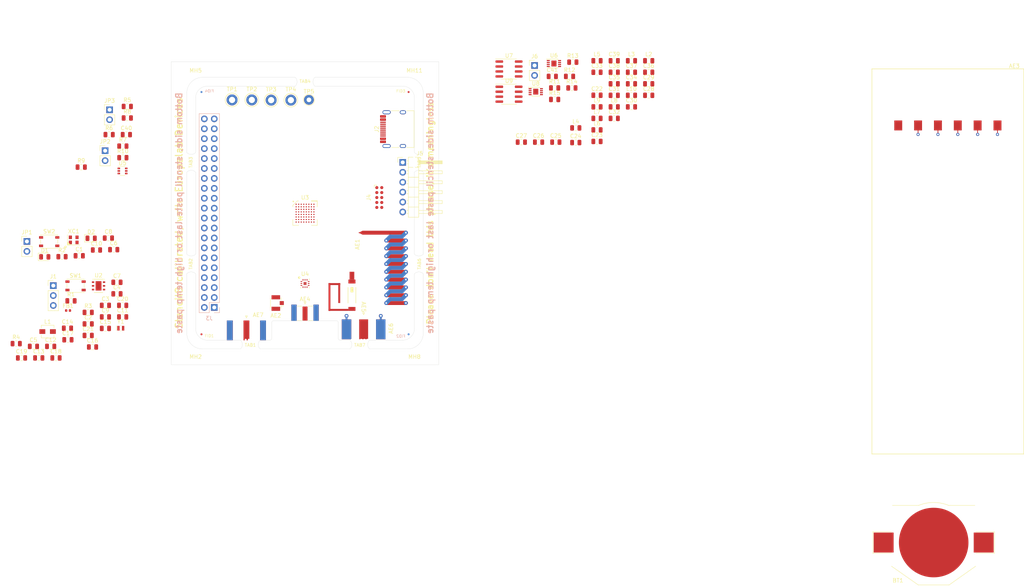
<source format=kicad_pcb>
(kicad_pcb (version 20171130) (host pcbnew 5.1.5+dfsg1-2build2)

  (general
    (thickness 1.6)
    (drawings 82)
    (tracks 0)
    (zones 0)
    (modules 122)
    (nets 121)
  )

  (page A3)
  (title_block
    (date "15 nov 2012")
  )

  (layers
    (0 F.Cu signal)
    (1 In1.Cu signal)
    (2 In2.Cu signal)
    (31 B.Cu signal)
    (34 B.Paste user)
    (35 F.Paste user)
    (36 B.SilkS user)
    (37 F.SilkS user)
    (38 B.Mask user)
    (39 F.Mask user)
    (40 Dwgs.User user)
    (41 Cmts.User user hide)
    (44 Edge.Cuts user)
    (45 Margin user)
    (46 B.CrtYd user)
    (47 F.CrtYd user)
    (48 B.Fab user)
    (49 F.Fab user)
  )

  (setup
    (last_trace_width 0.09)
    (user_trace_width 0.09)
    (user_trace_width 0.127)
    (trace_clearance 0.2)
    (zone_clearance 0.508)
    (zone_45_only no)
    (trace_min 0.09)
    (via_size 0.9)
    (via_drill 0.6)
    (via_min_size 0.45)
    (via_min_drill 0.2)
    (user_via 0.45 0.2)
    (user_via 0.6 0.3)
    (uvia_size 0.5)
    (uvia_drill 0.1)
    (uvias_allowed no)
    (uvia_min_size 0.45)
    (uvia_min_drill 0.1)
    (edge_width 0.1)
    (segment_width 0.1)
    (pcb_text_width 0.25)
    (pcb_text_size 1 1)
    (mod_edge_width 0.15)
    (mod_text_size 1 1)
    (mod_text_width 0.15)
    (pad_size 2.5 2.5)
    (pad_drill 2.5)
    (pad_to_mask_clearance 0)
    (aux_axis_origin 0 0)
    (visible_elements 7FFFF7FF)
    (pcbplotparams
      (layerselection 0x00030_80000001)
      (usegerberextensions true)
      (usegerberattributes false)
      (usegerberadvancedattributes false)
      (creategerberjobfile false)
      (excludeedgelayer true)
      (linewidth 0.150000)
      (plotframeref false)
      (viasonmask false)
      (mode 1)
      (useauxorigin false)
      (hpglpennumber 1)
      (hpglpenspeed 20)
      (hpglpendiameter 15.000000)
      (psnegative false)
      (psa4output false)
      (plotreference true)
      (plotvalue true)
      (plotinvisibletext false)
      (padsonsilk false)
      (subtractmaskfromsilk false)
      (outputformat 1)
      (mirror false)
      (drillshape 1)
      (scaleselection 1)
      (outputdirectory ""))
  )

  (net 0 "")
  (net 1 GND)
  (net 2 "Net-(AE1-Pad1)")
  (net 3 /Sheet5F53D5B4/RFSWPWR)
  (net 4 "Net-(C8-Pad1)")
  (net 5 /Sheet5F53D5B4/POWAMP)
  (net 6 "Net-(C13-Pad1)")
  (net 7 /Sheet5F53D5B4/HFOUT)
  (net 8 +3V3)
  (net 9 "Net-(C29-Pad1)")
  (net 10 /Sheet5F53D5B4/UART_RX)
  (net 11 /Sheet5F53D5B4/UART_TX)
  (net 12 /Sheet5F53D5B4/HPOUT)
  (net 13 /Sheet5F53D5B4/HFIN)
  (net 14 /Sheet5F53D5B4/BANDSEL)
  (net 15 "Net-(XC1-Pad1)")
  (net 16 "Net-(BT1-Pad1)")
  (net 17 /Sheet5F53D5B4/USB_BUS)
  (net 18 "Net-(C33-Pad1)")
  (net 19 "Net-(C34-Pad1)")
  (net 20 /Sheet5F53D5B4/CMDRST)
  (net 21 "Net-(D1-Pad2)")
  (net 22 "Net-(D1-Pad1)")
  (net 23 "Net-(D2-Pad1)")
  (net 24 "Net-(D2-Pad2)")
  (net 25 /Sheet5F53D5B4/USB_P)
  (net 26 /Sheet5F53D5B4/USB_N)
  (net 27 /Sheet60040980/ID_SD)
  (net 28 /Sheet60040980/ID_SC)
  (net 29 /Sheet5F53D5B4/SWDCLK)
  (net 30 /Sheet60040980/SWDCLK)
  (net 31 "Net-(J3-Pad7)")
  (net 32 "Net-(J3-Pad8)")
  (net 33 "Net-(J4-Pad6)")
  (net 34 /Sheet5F53D5B4/CN_VBAT)
  (net 35 /Sheet5F53D5B4/I2C_SCL)
  (net 36 /Sheet5F53D5B4/I2C_SDA)
  (net 37 "Net-(TP3-Pad1)")
  (net 38 "Net-(TP4-Pad1)")
  (net 39 /Sheet5F53D5B4/XCEIV)
  (net 40 /Sheet5F53D5B4/CRYSTAL_XIN-RESERVED)
  (net 41 /Sheet5F53D5B4/CRYSTAL_XOUT-RESERVED)
  (net 42 "Net-(AE5-Pad2)")
  (net 43 "Net-(C1-Pad1)")
  (net 44 "Net-(C7-Pad1)")
  (net 45 "Net-(C14-Pad1)")
  (net 46 "Net-(C17-Pad1)")
  (net 47 "Net-(C18-Pad2)")
  (net 48 "Net-(C19-Pad2)")
  (net 49 "Net-(C23-Pad2)")
  (net 50 "Net-(C23-Pad1)")
  (net 51 "Net-(C24-Pad1)")
  (net 52 "Net-(C24-Pad2)")
  (net 53 "Net-(C29-Pad2)")
  (net 54 "Net-(C33-Pad2)")
  (net 55 "Net-(C35-Pad2)")
  (net 56 "Net-(C40-Pad1)")
  (net 57 "Net-(J2-PadB5)")
  (net 58 "Net-(J2-PadA8)")
  (net 59 "Net-(J2-PadA5)")
  (net 60 "Net-(J2-PadB8)")
  (net 61 "Net-(J2-PadA4)")
  (net 62 "Net-(J3-Pad2)")
  (net 63 "Net-(J3-Pad3)")
  (net 64 "Net-(J3-Pad4)")
  (net 65 "Net-(J3-Pad5)")
  (net 66 "Net-(J3-Pad10)")
  (net 67 "Net-(J3-Pad11)")
  (net 68 "Net-(J3-Pad12)")
  (net 69 "Net-(J3-Pad13)")
  (net 70 "Net-(J3-Pad15)")
  (net 71 "Net-(J3-Pad16)")
  (net 72 "Net-(J3-Pad18)")
  (net 73 "Net-(J3-Pad19)")
  (net 74 "Net-(J3-Pad21)")
  (net 75 "Net-(J3-Pad22)")
  (net 76 "Net-(J3-Pad23)")
  (net 77 "Net-(J3-Pad24)")
  (net 78 "Net-(J3-Pad26)")
  (net 79 "Net-(J3-Pad29)")
  (net 80 "Net-(J3-Pad31)")
  (net 81 "Net-(J3-Pad32)")
  (net 82 "Net-(J3-Pad33)")
  (net 83 "Net-(J3-Pad35)")
  (net 84 "Net-(J3-Pad36)")
  (net 85 "Net-(J3-Pad37)")
  (net 86 "Net-(J3-Pad38)")
  (net 87 "Net-(J3-Pad40)")
  (net 88 "Net-(J4-Pad7)")
  (net 89 "Net-(J4-Pad8)")
  (net 90 "Net-(J5-Pad2)")
  (net 91 "Net-(J5-Pad3)")
  (net 92 "Net-(J5-Pad6)")
  (net 93 "Net-(J6-Pad1)")
  (net 94 "Net-(L1-Pad2)")
  (net 95 "Net-(R3-Pad1)")
  (net 96 "Net-(R4-Pad1)")
  (net 97 "Net-(R4-Pad2)")
  (net 98 "Net-(U2-Pad5)")
  (net 99 "Net-(U3-PadG1)")
  (net 100 "Net-(U3-PadH1)")
  (net 101 "Net-(U3-PadE3)")
  (net 102 "Net-(U3-PadB4)")
  (net 103 "Net-(U3-PadE4)")
  (net 104 "Net-(U3-PadF4)")
  (net 105 "Net-(U3-PadE5)")
  (net 106 "Net-(U3-PadH6)")
  (net 107 "Net-(U3-PadC7)")
  (net 108 "Net-(U3-PadD7)")
  (net 109 "Net-(U3-PadH7)")
  (net 110 "Net-(U3-PadD8)")
  (net 111 "Net-(U5-Pad3)")
  (net 112 "Net-(U5-Pad4)")
  (net 113 "Net-(U8-Pad7)")
  (net 114 "Net-(U8-Pad3)")
  (net 115 "Net-(U8-Pad2)")
  (net 116 "Net-(U8-Pad1)")
  (net 117 "Net-(U9-Pad1)")
  (net 118 "Net-(U9-Pad2)")
  (net 119 "Net-(U9-Pad3)")
  (net 120 "Net-(U9-Pad7)")

  (net_class Default "This is the default net class."
    (clearance 0.2)
    (trace_width 0.2)
    (via_dia 0.9)
    (via_drill 0.6)
    (uvia_dia 0.5)
    (uvia_drill 0.1)
    (add_net +3V3)
    (add_net /Sheet5F53D5B4/BANDSEL)
    (add_net /Sheet5F53D5B4/CMDRST)
    (add_net /Sheet5F53D5B4/CN_VBAT)
    (add_net /Sheet5F53D5B4/CRYSTAL_XIN-RESERVED)
    (add_net /Sheet5F53D5B4/CRYSTAL_XOUT-RESERVED)
    (add_net /Sheet5F53D5B4/HFIN)
    (add_net /Sheet5F53D5B4/HFOUT)
    (add_net /Sheet5F53D5B4/HPOUT)
    (add_net /Sheet5F53D5B4/I2C_SCL)
    (add_net /Sheet5F53D5B4/I2C_SDA)
    (add_net /Sheet5F53D5B4/POWAMP)
    (add_net /Sheet5F53D5B4/RFSWPWR)
    (add_net /Sheet5F53D5B4/SWDCLK)
    (add_net /Sheet5F53D5B4/UART_RX)
    (add_net /Sheet5F53D5B4/UART_TX)
    (add_net /Sheet5F53D5B4/USB_BUS)
    (add_net /Sheet5F53D5B4/USB_N)
    (add_net /Sheet5F53D5B4/USB_P)
    (add_net /Sheet5F53D5B4/XCEIV)
    (add_net /Sheet60040980/ID_SC)
    (add_net /Sheet60040980/ID_SD)
    (add_net /Sheet60040980/SWDCLK)
    (add_net GND)
    (add_net "Net-(AE1-Pad1)")
    (add_net "Net-(AE5-Pad2)")
    (add_net "Net-(BT1-Pad1)")
    (add_net "Net-(C1-Pad1)")
    (add_net "Net-(C13-Pad1)")
    (add_net "Net-(C14-Pad1)")
    (add_net "Net-(C17-Pad1)")
    (add_net "Net-(C18-Pad2)")
    (add_net "Net-(C19-Pad2)")
    (add_net "Net-(C23-Pad1)")
    (add_net "Net-(C23-Pad2)")
    (add_net "Net-(C24-Pad1)")
    (add_net "Net-(C24-Pad2)")
    (add_net "Net-(C29-Pad1)")
    (add_net "Net-(C29-Pad2)")
    (add_net "Net-(C33-Pad1)")
    (add_net "Net-(C33-Pad2)")
    (add_net "Net-(C34-Pad1)")
    (add_net "Net-(C35-Pad2)")
    (add_net "Net-(C40-Pad1)")
    (add_net "Net-(C7-Pad1)")
    (add_net "Net-(C8-Pad1)")
    (add_net "Net-(D1-Pad1)")
    (add_net "Net-(D1-Pad2)")
    (add_net "Net-(D2-Pad1)")
    (add_net "Net-(D2-Pad2)")
    (add_net "Net-(J2-PadA4)")
    (add_net "Net-(J2-PadA5)")
    (add_net "Net-(J2-PadA8)")
    (add_net "Net-(J2-PadB5)")
    (add_net "Net-(J2-PadB8)")
    (add_net "Net-(J3-Pad10)")
    (add_net "Net-(J3-Pad11)")
    (add_net "Net-(J3-Pad12)")
    (add_net "Net-(J3-Pad13)")
    (add_net "Net-(J3-Pad15)")
    (add_net "Net-(J3-Pad16)")
    (add_net "Net-(J3-Pad18)")
    (add_net "Net-(J3-Pad19)")
    (add_net "Net-(J3-Pad2)")
    (add_net "Net-(J3-Pad21)")
    (add_net "Net-(J3-Pad22)")
    (add_net "Net-(J3-Pad23)")
    (add_net "Net-(J3-Pad24)")
    (add_net "Net-(J3-Pad26)")
    (add_net "Net-(J3-Pad29)")
    (add_net "Net-(J3-Pad3)")
    (add_net "Net-(J3-Pad31)")
    (add_net "Net-(J3-Pad32)")
    (add_net "Net-(J3-Pad33)")
    (add_net "Net-(J3-Pad35)")
    (add_net "Net-(J3-Pad36)")
    (add_net "Net-(J3-Pad37)")
    (add_net "Net-(J3-Pad38)")
    (add_net "Net-(J3-Pad4)")
    (add_net "Net-(J3-Pad40)")
    (add_net "Net-(J3-Pad5)")
    (add_net "Net-(J3-Pad7)")
    (add_net "Net-(J3-Pad8)")
    (add_net "Net-(J4-Pad6)")
    (add_net "Net-(J4-Pad7)")
    (add_net "Net-(J4-Pad8)")
    (add_net "Net-(J5-Pad2)")
    (add_net "Net-(J5-Pad3)")
    (add_net "Net-(J5-Pad6)")
    (add_net "Net-(J6-Pad1)")
    (add_net "Net-(L1-Pad2)")
    (add_net "Net-(R3-Pad1)")
    (add_net "Net-(R4-Pad1)")
    (add_net "Net-(R4-Pad2)")
    (add_net "Net-(TP3-Pad1)")
    (add_net "Net-(TP4-Pad1)")
    (add_net "Net-(U2-Pad5)")
    (add_net "Net-(U3-PadB4)")
    (add_net "Net-(U3-PadC7)")
    (add_net "Net-(U3-PadD7)")
    (add_net "Net-(U3-PadD8)")
    (add_net "Net-(U3-PadE3)")
    (add_net "Net-(U3-PadE4)")
    (add_net "Net-(U3-PadE5)")
    (add_net "Net-(U3-PadF4)")
    (add_net "Net-(U3-PadG1)")
    (add_net "Net-(U3-PadH1)")
    (add_net "Net-(U3-PadH6)")
    (add_net "Net-(U3-PadH7)")
    (add_net "Net-(U5-Pad3)")
    (add_net "Net-(U5-Pad4)")
    (add_net "Net-(U8-Pad1)")
    (add_net "Net-(U8-Pad2)")
    (add_net "Net-(U8-Pad3)")
    (add_net "Net-(U8-Pad7)")
    (add_net "Net-(U9-Pad1)")
    (add_net "Net-(U9-Pad2)")
    (add_net "Net-(U9-Pad3)")
    (add_net "Net-(U9-Pad7)")
    (add_net "Net-(XC1-Pad1)")
  )

  (net_class Power ""
    (clearance 0.2)
    (trace_width 0.5)
    (via_dia 1)
    (via_drill 0.7)
    (uvia_dia 0.5)
    (uvia_drill 0.1)
  )

  (module Elabdev:Panel_Mousetab_25mm_Single (layer F.Cu) (tedit 5CD9E502) (tstamp 5F680FEC)
    (at 224 181.75 90)
    (path /5CD9EB0D)
    (fp_text reference TAB7 (at 0 0) (layer F.SilkS)
      (effects (font (size 0.8 0.8) (thickness 0.13)))
    )
    (fp_text value Pantab (at 0 3.5 90) (layer F.Fab)
      (effects (font (size 1 1) (thickness 0.15)))
    )
    (fp_line (start 1.25 -2.2) (end 1.25 2.2) (layer F.Fab) (width 0.15))
    (fp_line (start -1.25 -2.2) (end -1.25 2.2) (layer F.Fab) (width 0.15))
    (fp_line (start 2.1 -2.6) (end 2.1 2.6) (layer F.CrtYd) (width 0.15))
    (fp_line (start 2.1 2.6) (end -2.1 2.6) (layer F.CrtYd) (width 0.15))
    (fp_line (start -2.1 2.6) (end -2.1 -2.6) (layer F.CrtYd) (width 0.15))
    (fp_line (start -2.1 -2.6) (end 2.1 -2.6) (layer F.CrtYd) (width 0.15))
    (pad "" np_thru_hole circle (at 1.35 2 90) (size 0.5 0.5) (drill 0.5) (layers *.Cu))
    (pad "" np_thru_hole circle (at 1.35 1.2 90) (size 0.5 0.5) (drill 0.5) (layers *.Cu))
    (pad "" np_thru_hole circle (at 1.35 0.4 90) (size 0.5 0.5) (drill 0.5) (layers *.Cu))
    (pad "" np_thru_hole circle (at 1.35 -0.4 90) (size 0.5 0.5) (drill 0.5) (layers *.Cu))
    (pad "" np_thru_hole circle (at 1.35 -1.2 90) (size 0.5 0.5) (drill 0.5) (layers *.Cu))
    (pad "" np_thru_hole circle (at 1.35 -2 90) (size 0.5 0.5) (drill 0.5) (layers *.Cu))
  )

  (module Elabdev:Panel_Mousetab_25mm_Single (layer F.Cu) (tedit 5CD9E59A) (tstamp 5F4C0A71)
    (at 210 114.25 270)
    (path /5CD5C3A7)
    (fp_text reference TAB4 (at 0 0 180) (layer F.SilkS)
      (effects (font (size 0.8 0.8) (thickness 0.13)))
    )
    (fp_text value Pantab (at 0 -3.5 270) (layer F.Fab)
      (effects (font (size 1 1) (thickness 0.15)))
    )
    (fp_line (start 1.25 -2.2) (end 1.25 2.2) (layer F.Fab) (width 0.15))
    (fp_line (start -1.25 -2.2) (end -1.25 2.2) (layer F.Fab) (width 0.15))
    (fp_line (start 2.1 -2.6) (end 2.1 2.6) (layer F.CrtYd) (width 0.15))
    (fp_line (start 2.1 2.6) (end -2.1 2.6) (layer F.CrtYd) (width 0.15))
    (fp_line (start -2.1 2.6) (end -2.1 -2.6) (layer F.CrtYd) (width 0.15))
    (fp_line (start -2.1 -2.6) (end 2.1 -2.6) (layer F.CrtYd) (width 0.15))
    (pad "" np_thru_hole circle (at 1.35 2 270) (size 0.5 0.5) (drill 0.5) (layers *.Cu))
    (pad "" np_thru_hole circle (at 1.35 1.2 270) (size 0.5 0.5) (drill 0.5) (layers *.Cu))
    (pad "" np_thru_hole circle (at 1.35 0.4 270) (size 0.5 0.5) (drill 0.5) (layers *.Cu))
    (pad "" np_thru_hole circle (at 1.35 -0.4 270) (size 0.5 0.5) (drill 0.5) (layers *.Cu))
    (pad "" np_thru_hole circle (at 1.35 -1.2 270) (size 0.5 0.5) (drill 0.5) (layers *.Cu))
    (pad "" np_thru_hole circle (at 1.35 -2 270) (size 0.5 0.5) (drill 0.5) (layers *.Cu))
  )

  (module Elabdev:Panel_Mousetab_25mm_Single (layer F.Cu) (tedit 5CD9E502) (tstamp 5CE1C45C)
    (at 196 181.75 90)
    (path /5CD9EB0D)
    (fp_text reference TAB1 (at 0 0) (layer F.SilkS)
      (effects (font (size 0.8 0.8) (thickness 0.13)))
    )
    (fp_text value Pantab (at 0 3.5 90) (layer F.Fab)
      (effects (font (size 1 1) (thickness 0.15)))
    )
    (fp_line (start -2.1 -2.6) (end 2.1 -2.6) (layer F.CrtYd) (width 0.15))
    (fp_line (start -2.1 2.6) (end -2.1 -2.6) (layer F.CrtYd) (width 0.15))
    (fp_line (start 2.1 2.6) (end -2.1 2.6) (layer F.CrtYd) (width 0.15))
    (fp_line (start 2.1 -2.6) (end 2.1 2.6) (layer F.CrtYd) (width 0.15))
    (fp_line (start -1.25 -2.2) (end -1.25 2.2) (layer F.Fab) (width 0.15))
    (fp_line (start 1.25 -2.2) (end 1.25 2.2) (layer F.Fab) (width 0.15))
    (pad "" np_thru_hole circle (at 1.35 -2 90) (size 0.5 0.5) (drill 0.5) (layers *.Cu))
    (pad "" np_thru_hole circle (at 1.35 -1.2 90) (size 0.5 0.5) (drill 0.5) (layers *.Cu))
    (pad "" np_thru_hole circle (at 1.35 -0.4 90) (size 0.5 0.5) (drill 0.5) (layers *.Cu))
    (pad "" np_thru_hole circle (at 1.35 0.4 90) (size 0.5 0.5) (drill 0.5) (layers *.Cu))
    (pad "" np_thru_hole circle (at 1.35 1.2 90) (size 0.5 0.5) (drill 0.5) (layers *.Cu))
    (pad "" np_thru_hole circle (at 1.35 2 90) (size 0.5 0.5) (drill 0.5) (layers *.Cu))
  )

  (module Elabdev:Panel_Mousetab_25mm_Single (layer F.Cu) (tedit 5CD5AA6C) (tstamp 5F4C1007)
    (at 180.75 161)
    (path /5CD5C074)
    (fp_text reference TAB2 (at 0 0 90) (layer F.SilkS)
      (effects (font (size 0.8 0.8) (thickness 0.13)))
    )
    (fp_text value Pantab (at -2.5 0 -270) (layer F.Fab)
      (effects (font (size 1 1) (thickness 0.15)))
    )
    (fp_line (start -2.1 -2.6) (end 2.1 -2.6) (layer F.CrtYd) (width 0.15))
    (fp_line (start -2.1 2.6) (end -2.1 -2.6) (layer F.CrtYd) (width 0.15))
    (fp_line (start 2.1 2.6) (end -2.1 2.6) (layer F.CrtYd) (width 0.15))
    (fp_line (start 2.1 -2.6) (end 2.1 2.6) (layer F.CrtYd) (width 0.15))
    (fp_line (start -1.25 -2.2) (end -1.25 2.2) (layer F.Fab) (width 0.15))
    (fp_line (start 1.25 -2.2) (end 1.25 2.2) (layer F.Fab) (width 0.15))
    (pad "" np_thru_hole circle (at 1.35 -2) (size 0.5 0.5) (drill 0.5) (layers *.Cu))
    (pad "" np_thru_hole circle (at 1.35 -1.2) (size 0.5 0.5) (drill 0.5) (layers *.Cu))
    (pad "" np_thru_hole circle (at 1.35 -0.4) (size 0.5 0.5) (drill 0.5) (layers *.Cu))
    (pad "" np_thru_hole circle (at 1.35 0.4) (size 0.5 0.5) (drill 0.5) (layers *.Cu))
    (pad "" np_thru_hole circle (at 1.35 1.2) (size 0.5 0.5) (drill 0.5) (layers *.Cu))
    (pad "" np_thru_hole circle (at 1.35 2) (size 0.5 0.5) (drill 0.5) (layers *.Cu))
  )

  (module Elabdev:Panel_Mousetab_25mm_Single (layer F.Cu) (tedit 5CD5AA6C) (tstamp 5F4C1047)
    (at 180.75 135)
    (path /5CD5C074)
    (fp_text reference TAB3 (at 0 0 90) (layer F.SilkS)
      (effects (font (size 0.8 0.8) (thickness 0.13)))
    )
    (fp_text value Pantab (at -2.5 0 -270) (layer F.Fab)
      (effects (font (size 1 1) (thickness 0.15)))
    )
    (fp_line (start 1.25 -2.2) (end 1.25 2.2) (layer F.Fab) (width 0.15))
    (fp_line (start -1.25 -2.2) (end -1.25 2.2) (layer F.Fab) (width 0.15))
    (fp_line (start 2.1 -2.6) (end 2.1 2.6) (layer F.CrtYd) (width 0.15))
    (fp_line (start 2.1 2.6) (end -2.1 2.6) (layer F.CrtYd) (width 0.15))
    (fp_line (start -2.1 2.6) (end -2.1 -2.6) (layer F.CrtYd) (width 0.15))
    (fp_line (start -2.1 -2.6) (end 2.1 -2.6) (layer F.CrtYd) (width 0.15))
    (pad "" np_thru_hole circle (at 1.35 2) (size 0.5 0.5) (drill 0.5) (layers *.Cu))
    (pad "" np_thru_hole circle (at 1.35 1.2) (size 0.5 0.5) (drill 0.5) (layers *.Cu))
    (pad "" np_thru_hole circle (at 1.35 0.4) (size 0.5 0.5) (drill 0.5) (layers *.Cu))
    (pad "" np_thru_hole circle (at 1.35 -0.4) (size 0.5 0.5) (drill 0.5) (layers *.Cu))
    (pad "" np_thru_hole circle (at 1.35 -1.2) (size 0.5 0.5) (drill 0.5) (layers *.Cu))
    (pad "" np_thru_hole circle (at 1.35 -2) (size 0.5 0.5) (drill 0.5) (layers *.Cu))
  )

  (module Elabdev:Panel_Mousetab_25mm_Single (layer F.Cu) (tedit 5CD5AA6C) (tstamp 5F4C108A)
    (at 239.25 135 180)
    (path /5CD5C074)
    (fp_text reference TAB5 (at 0 0 90) (layer F.SilkS)
      (effects (font (size 0.8 0.8) (thickness 0.13)))
    )
    (fp_text value Pantab (at -2.5 0 90) (layer F.Fab)
      (effects (font (size 1 1) (thickness 0.15)))
    )
    (fp_line (start 1.25 -2.2) (end 1.25 2.2) (layer F.Fab) (width 0.15))
    (fp_line (start -1.25 -2.2) (end -1.25 2.2) (layer F.Fab) (width 0.15))
    (fp_line (start 2.1 -2.6) (end 2.1 2.6) (layer F.CrtYd) (width 0.15))
    (fp_line (start 2.1 2.6) (end -2.1 2.6) (layer F.CrtYd) (width 0.15))
    (fp_line (start -2.1 2.6) (end -2.1 -2.6) (layer F.CrtYd) (width 0.15))
    (fp_line (start -2.1 -2.6) (end 2.1 -2.6) (layer F.CrtYd) (width 0.15))
    (pad "" np_thru_hole circle (at 1.35 2 180) (size 0.5 0.5) (drill 0.5) (layers *.Cu))
    (pad "" np_thru_hole circle (at 1.35 1.2 180) (size 0.5 0.5) (drill 0.5) (layers *.Cu))
    (pad "" np_thru_hole circle (at 1.35 0.4 180) (size 0.5 0.5) (drill 0.5) (layers *.Cu))
    (pad "" np_thru_hole circle (at 1.35 -0.4 180) (size 0.5 0.5) (drill 0.5) (layers *.Cu))
    (pad "" np_thru_hole circle (at 1.35 -1.2 180) (size 0.5 0.5) (drill 0.5) (layers *.Cu))
    (pad "" np_thru_hole circle (at 1.35 -2 180) (size 0.5 0.5) (drill 0.5) (layers *.Cu))
  )

  (module Elabdev:Panel_Mousetab_25mm_Single (layer F.Cu) (tedit 5CD5AA6C) (tstamp 5F4C1067)
    (at 239.25 161 180)
    (path /5CD5C074)
    (fp_text reference TAB6 (at 0 0 90) (layer F.SilkS)
      (effects (font (size 0.8 0.8) (thickness 0.13)))
    )
    (fp_text value Pantab (at -2.5 0 90) (layer F.Fab)
      (effects (font (size 1 1) (thickness 0.15)))
    )
    (fp_line (start -2.1 -2.6) (end 2.1 -2.6) (layer F.CrtYd) (width 0.15))
    (fp_line (start -2.1 2.6) (end -2.1 -2.6) (layer F.CrtYd) (width 0.15))
    (fp_line (start 2.1 2.6) (end -2.1 2.6) (layer F.CrtYd) (width 0.15))
    (fp_line (start 2.1 -2.6) (end 2.1 2.6) (layer F.CrtYd) (width 0.15))
    (fp_line (start -1.25 -2.2) (end -1.25 2.2) (layer F.Fab) (width 0.15))
    (fp_line (start 1.25 -2.2) (end 1.25 2.2) (layer F.Fab) (width 0.15))
    (pad "" np_thru_hole circle (at 1.35 -2 180) (size 0.5 0.5) (drill 0.5) (layers *.Cu))
    (pad "" np_thru_hole circle (at 1.35 -1.2 180) (size 0.5 0.5) (drill 0.5) (layers *.Cu))
    (pad "" np_thru_hole circle (at 1.35 -0.4 180) (size 0.5 0.5) (drill 0.5) (layers *.Cu))
    (pad "" np_thru_hole circle (at 1.35 0.4 180) (size 0.5 0.5) (drill 0.5) (layers *.Cu))
    (pad "" np_thru_hole circle (at 1.35 1.2 180) (size 0.5 0.5) (drill 0.5) (layers *.Cu))
    (pad "" np_thru_hole circle (at 1.35 2 180) (size 0.5 0.5) (drill 0.5) (layers *.Cu))
  )

  (module Connector_PinSocket_2.54mm:PinSocket_2x20_P2.54mm_Vertical (layer B.Cu) (tedit 5A19A433) (tstamp 5F683F15)
    (at 186.77 172.13)
    (descr "Through hole straight socket strip, 2x20, 2.54mm pitch, double cols (from Kicad 4.0.7), script generated")
    (tags "Through hole socket strip THT 2x20 2.54mm double row")
    (path /60040981/5F6A7FD9)
    (fp_text reference J3 (at -1.27 2.77) (layer B.SilkS)
      (effects (font (size 1 1) (thickness 0.15)) (justify mirror))
    )
    (fp_text value RPIHAT-40W (at -1.27 -51.03) (layer B.Fab)
      (effects (font (size 1 1) (thickness 0.15)) (justify mirror))
    )
    (fp_line (start -3.81 1.27) (end 0.27 1.27) (layer B.Fab) (width 0.1))
    (fp_line (start 0.27 1.27) (end 1.27 0.27) (layer B.Fab) (width 0.1))
    (fp_line (start 1.27 0.27) (end 1.27 -49.53) (layer B.Fab) (width 0.1))
    (fp_line (start 1.27 -49.53) (end -3.81 -49.53) (layer B.Fab) (width 0.1))
    (fp_line (start -3.81 -49.53) (end -3.81 1.27) (layer B.Fab) (width 0.1))
    (fp_line (start -3.87 1.33) (end -1.27 1.33) (layer B.SilkS) (width 0.12))
    (fp_line (start -3.87 1.33) (end -3.87 -49.59) (layer B.SilkS) (width 0.12))
    (fp_line (start -3.87 -49.59) (end 1.33 -49.59) (layer B.SilkS) (width 0.12))
    (fp_line (start 1.33 -1.27) (end 1.33 -49.59) (layer B.SilkS) (width 0.12))
    (fp_line (start -1.27 -1.27) (end 1.33 -1.27) (layer B.SilkS) (width 0.12))
    (fp_line (start -1.27 1.33) (end -1.27 -1.27) (layer B.SilkS) (width 0.12))
    (fp_line (start 1.33 1.33) (end 1.33 0) (layer B.SilkS) (width 0.12))
    (fp_line (start 0 1.33) (end 1.33 1.33) (layer B.SilkS) (width 0.12))
    (fp_line (start -4.34 1.8) (end 1.76 1.8) (layer B.CrtYd) (width 0.05))
    (fp_line (start 1.76 1.8) (end 1.76 -50) (layer B.CrtYd) (width 0.05))
    (fp_line (start 1.76 -50) (end -4.34 -50) (layer B.CrtYd) (width 0.05))
    (fp_line (start -4.34 -50) (end -4.34 1.8) (layer B.CrtYd) (width 0.05))
    (fp_text user %R (at -1.27 -24.13 -90) (layer B.Fab)
      (effects (font (size 1 1) (thickness 0.15)) (justify mirror))
    )
    (pad 1 thru_hole rect (at 0 0) (size 1.7 1.7) (drill 1) (layers *.Cu *.Mask)
      (net 8 +3V3))
    (pad 2 thru_hole oval (at -2.54 0) (size 1.7 1.7) (drill 1) (layers *.Cu *.Mask)
      (net 62 "Net-(J3-Pad2)"))
    (pad 3 thru_hole oval (at 0 -2.54) (size 1.7 1.7) (drill 1) (layers *.Cu *.Mask)
      (net 63 "Net-(J3-Pad3)"))
    (pad 4 thru_hole oval (at -2.54 -2.54) (size 1.7 1.7) (drill 1) (layers *.Cu *.Mask)
      (net 64 "Net-(J3-Pad4)"))
    (pad 5 thru_hole oval (at 0 -5.08) (size 1.7 1.7) (drill 1) (layers *.Cu *.Mask)
      (net 65 "Net-(J3-Pad5)"))
    (pad 6 thru_hole oval (at -2.54 -5.08) (size 1.7 1.7) (drill 1) (layers *.Cu *.Mask)
      (net 1 GND))
    (pad 7 thru_hole oval (at 0 -7.62) (size 1.7 1.7) (drill 1) (layers *.Cu *.Mask)
      (net 31 "Net-(J3-Pad7)"))
    (pad 8 thru_hole oval (at -2.54 -7.62) (size 1.7 1.7) (drill 1) (layers *.Cu *.Mask)
      (net 32 "Net-(J3-Pad8)"))
    (pad 9 thru_hole oval (at 0 -10.16) (size 1.7 1.7) (drill 1) (layers *.Cu *.Mask)
      (net 1 GND))
    (pad 10 thru_hole oval (at -2.54 -10.16) (size 1.7 1.7) (drill 1) (layers *.Cu *.Mask)
      (net 66 "Net-(J3-Pad10)"))
    (pad 11 thru_hole oval (at 0 -12.7) (size 1.7 1.7) (drill 1) (layers *.Cu *.Mask)
      (net 67 "Net-(J3-Pad11)"))
    (pad 12 thru_hole oval (at -2.54 -12.7) (size 1.7 1.7) (drill 1) (layers *.Cu *.Mask)
      (net 68 "Net-(J3-Pad12)"))
    (pad 13 thru_hole oval (at 0 -15.24) (size 1.7 1.7) (drill 1) (layers *.Cu *.Mask)
      (net 69 "Net-(J3-Pad13)"))
    (pad 14 thru_hole oval (at -2.54 -15.24) (size 1.7 1.7) (drill 1) (layers *.Cu *.Mask)
      (net 1 GND))
    (pad 15 thru_hole oval (at 0 -17.78) (size 1.7 1.7) (drill 1) (layers *.Cu *.Mask)
      (net 70 "Net-(J3-Pad15)"))
    (pad 16 thru_hole oval (at -2.54 -17.78) (size 1.7 1.7) (drill 1) (layers *.Cu *.Mask)
      (net 71 "Net-(J3-Pad16)"))
    (pad 17 thru_hole oval (at 0 -20.32) (size 1.7 1.7) (drill 1) (layers *.Cu *.Mask)
      (net 8 +3V3))
    (pad 18 thru_hole oval (at -2.54 -20.32) (size 1.7 1.7) (drill 1) (layers *.Cu *.Mask)
      (net 72 "Net-(J3-Pad18)"))
    (pad 19 thru_hole oval (at 0 -22.86) (size 1.7 1.7) (drill 1) (layers *.Cu *.Mask)
      (net 73 "Net-(J3-Pad19)"))
    (pad 20 thru_hole oval (at -2.54 -22.86) (size 1.7 1.7) (drill 1) (layers *.Cu *.Mask)
      (net 1 GND))
    (pad 21 thru_hole oval (at 0 -25.4) (size 1.7 1.7) (drill 1) (layers *.Cu *.Mask)
      (net 74 "Net-(J3-Pad21)"))
    (pad 22 thru_hole oval (at -2.54 -25.4) (size 1.7 1.7) (drill 1) (layers *.Cu *.Mask)
      (net 75 "Net-(J3-Pad22)"))
    (pad 23 thru_hole oval (at 0 -27.94) (size 1.7 1.7) (drill 1) (layers *.Cu *.Mask)
      (net 76 "Net-(J3-Pad23)"))
    (pad 24 thru_hole oval (at -2.54 -27.94) (size 1.7 1.7) (drill 1) (layers *.Cu *.Mask)
      (net 77 "Net-(J3-Pad24)"))
    (pad 25 thru_hole oval (at 0 -30.48) (size 1.7 1.7) (drill 1) (layers *.Cu *.Mask)
      (net 1 GND))
    (pad 26 thru_hole oval (at -2.54 -30.48) (size 1.7 1.7) (drill 1) (layers *.Cu *.Mask)
      (net 78 "Net-(J3-Pad26)"))
    (pad 27 thru_hole oval (at 0 -33.02) (size 1.7 1.7) (drill 1) (layers *.Cu *.Mask)
      (net 27 /Sheet60040980/ID_SD))
    (pad 28 thru_hole oval (at -2.54 -33.02) (size 1.7 1.7) (drill 1) (layers *.Cu *.Mask)
      (net 28 /Sheet60040980/ID_SC))
    (pad 29 thru_hole oval (at 0 -35.56) (size 1.7 1.7) (drill 1) (layers *.Cu *.Mask)
      (net 79 "Net-(J3-Pad29)"))
    (pad 30 thru_hole oval (at -2.54 -35.56) (size 1.7 1.7) (drill 1) (layers *.Cu *.Mask)
      (net 1 GND))
    (pad 31 thru_hole oval (at 0 -38.1) (size 1.7 1.7) (drill 1) (layers *.Cu *.Mask)
      (net 80 "Net-(J3-Pad31)"))
    (pad 32 thru_hole oval (at -2.54 -38.1) (size 1.7 1.7) (drill 1) (layers *.Cu *.Mask)
      (net 81 "Net-(J3-Pad32)"))
    (pad 33 thru_hole oval (at 0 -40.64) (size 1.7 1.7) (drill 1) (layers *.Cu *.Mask)
      (net 82 "Net-(J3-Pad33)"))
    (pad 34 thru_hole oval (at -2.54 -40.64) (size 1.7 1.7) (drill 1) (layers *.Cu *.Mask)
      (net 1 GND))
    (pad 35 thru_hole oval (at 0 -43.18) (size 1.7 1.7) (drill 1) (layers *.Cu *.Mask)
      (net 83 "Net-(J3-Pad35)"))
    (pad 36 thru_hole oval (at -2.54 -43.18) (size 1.7 1.7) (drill 1) (layers *.Cu *.Mask)
      (net 84 "Net-(J3-Pad36)"))
    (pad 37 thru_hole oval (at 0 -45.72) (size 1.7 1.7) (drill 1) (layers *.Cu *.Mask)
      (net 85 "Net-(J3-Pad37)"))
    (pad 38 thru_hole oval (at -2.54 -45.72) (size 1.7 1.7) (drill 1) (layers *.Cu *.Mask)
      (net 86 "Net-(J3-Pad38)"))
    (pad 39 thru_hole oval (at 0 -48.26) (size 1.7 1.7) (drill 1) (layers *.Cu *.Mask)
      (net 1 GND))
    (pad 40 thru_hole oval (at -2.54 -48.26) (size 1.7 1.7) (drill 1) (layers *.Cu *.Mask)
      (net 87 "Net-(J3-Pad40)"))
    (model ${KISYS3DMOD}/Connector_PinSocket_2.54mm.3dshapes/PinSocket_2x20_P2.54mm_Vertical.wrl
      (at (xyz 0 0 0))
      (scale (xyz 1 1 1))
      (rotate (xyz 0 0 0))
    )
  )

  (module RF_Antenna:Texas_SWRA416_868MHz_915MHz (layer F.Cu) (tedit 5CF40AFD) (tstamp 5F686F31)
    (at 230 162 270)
    (descr http://www.ti.com/lit/an/swra416/swra416.pdf)
    (tags "PCB antenna")
    (path /5F5C0728/60008187)
    (attr smd)
    (fp_text reference AE1 (at -6 6.6 90) (layer F.SilkS)
      (effects (font (size 1 1) (thickness 0.15)))
    )
    (fp_text value Antenna (at 0.1 -7.6 90) (layer F.Fab)
      (effects (font (size 1 1) (thickness 0.15)))
    )
    (fp_line (start 9.7 2.1) (end 6.2 5.7) (layer Dwgs.User) (width 0.12))
    (fp_line (start 9.7 0.1) (end 4.3 5.7) (layer Dwgs.User) (width 0.12))
    (fp_line (start 9.7 -1.9) (end 2.3 5.7) (layer Dwgs.User) (width 0.12))
    (fp_line (start 9.7 -3.9) (end 0.2 5.7) (layer Dwgs.User) (width 0.12))
    (fp_line (start 9.7 -5.9) (end -1.8 5.7) (layer Dwgs.User) (width 0.12))
    (fp_line (start 8.3 -6.5) (end -3.8 5.7) (layer Dwgs.User) (width 0.12))
    (fp_line (start 6.3 -6.5) (end -5.8 5.7) (layer Dwgs.User) (width 0.12))
    (fp_line (start 4.3 -6.5) (end -7.8 5.7) (layer Dwgs.User) (width 0.12))
    (fp_line (start -9.7 5.5) (end 2.3 -6.5) (layer Dwgs.User) (width 0.12))
    (fp_line (start -9.7 3.5) (end 0.3 -6.5) (layer Dwgs.User) (width 0.12))
    (fp_line (start -9.7 1.5) (end -1.7 -6.5) (layer Dwgs.User) (width 0.12))
    (fp_line (start -9.7 -0.5) (end -3.7 -6.5) (layer Dwgs.User) (width 0.12))
    (fp_line (start -9.7 -2.5) (end -5.7 -6.5) (layer Dwgs.User) (width 0.12))
    (fp_line (start -9.7 -4.5) (end -7.7 -6.5) (layer Dwgs.User) (width 0.12))
    (fp_line (start 9.7 -6.5) (end -9.7 -6.5) (layer Dwgs.User) (width 0.15))
    (fp_line (start 9.7 5.7) (end 9.7 -6.5) (layer Dwgs.User) (width 0.15))
    (fp_line (start -9.7 5.7) (end 9.7 5.7) (layer Dwgs.User) (width 0.15))
    (fp_line (start -9.7 -6.5) (end -9.7 5.7) (layer Dwgs.User) (width 0.15))
    (fp_line (start 7 -5.8) (end 8 -4.8) (layer B.Cu) (width 1))
    (fp_line (start 8 -1.8) (end 9 -0.8) (layer B.Cu) (width 1))
    (fp_line (start 8 -4.8) (end 8 -1.8) (layer B.Cu) (width 1))
    (fp_line (start 9 -5.8) (end 9 -0.8) (layer F.Cu) (width 1))
    (fp_line (start 5 -5.8) (end 6 -4.8) (layer B.Cu) (width 1))
    (fp_line (start 6 -1.8) (end 7 -0.8) (layer B.Cu) (width 1))
    (fp_line (start 6 -4.8) (end 6 -1.8) (layer B.Cu) (width 1))
    (fp_line (start 7 -5.8) (end 7 -0.8) (layer F.Cu) (width 1))
    (fp_line (start 3 -5.8) (end 4 -4.8) (layer B.Cu) (width 1))
    (fp_line (start 4 -1.8) (end 5 -0.8) (layer B.Cu) (width 1))
    (fp_line (start 4 -4.8) (end 4 -1.8) (layer B.Cu) (width 1))
    (fp_line (start 5 -5.8) (end 5 -0.8) (layer F.Cu) (width 1))
    (fp_line (start 1 -5.8) (end 2 -4.8) (layer B.Cu) (width 1))
    (fp_line (start 2 -1.8) (end 3 -0.8) (layer B.Cu) (width 1))
    (fp_line (start 2 -4.8) (end 2 -1.8) (layer B.Cu) (width 1))
    (fp_line (start 3 -5.8) (end 3 -0.8) (layer F.Cu) (width 1))
    (fp_line (start -1 -5.8) (end 0 -4.8) (layer B.Cu) (width 1))
    (fp_line (start 0 -1.8) (end 1 -0.8) (layer B.Cu) (width 1))
    (fp_line (start 0 -4.8) (end 0 -1.8) (layer B.Cu) (width 1))
    (fp_line (start 1 -5.8) (end 1 -0.8) (layer F.Cu) (width 1))
    (fp_line (start -3 -5.8) (end -2 -4.8) (layer B.Cu) (width 1))
    (fp_line (start -2 -1.8) (end -1 -0.8) (layer B.Cu) (width 1))
    (fp_line (start -2 -4.8) (end -2 -1.8) (layer B.Cu) (width 1))
    (fp_line (start -1 -5.8) (end -1 -0.8) (layer F.Cu) (width 1))
    (fp_line (start -4 -4.8) (end -4 -1.8) (layer B.Cu) (width 1))
    (fp_line (start -5 -5.8) (end -4 -4.8) (layer B.Cu) (width 1))
    (fp_line (start -4 -1.8) (end -3 -0.8) (layer B.Cu) (width 1))
    (fp_line (start -3 -5.8) (end -3 -0.8) (layer F.Cu) (width 1))
    (fp_line (start -6 -4.8) (end -6 -1.8) (layer B.Cu) (width 1))
    (fp_line (start -7 -5.8) (end -6 -4.8) (layer B.Cu) (width 1))
    (fp_line (start -6 -1.8) (end -5 -0.8) (layer B.Cu) (width 1))
    (fp_line (start -5 -5.8) (end -5 -0.8) (layer F.Cu) (width 1))
    (fp_line (start -7 -5.8) (end -7 -0.8) (layer F.Cu) (width 1))
    (fp_line (start -9 5.2) (end -9 -5.8) (layer F.Cu) (width 1))
    (fp_line (start -9 -5.8) (end -8 -4.8) (layer B.Cu) (width 1))
    (fp_line (start -8 -4.8) (end -8 -1.8) (layer B.Cu) (width 1))
    (fp_line (start -8 -1.8) (end -7 -0.8) (layer B.Cu) (width 1))
    (fp_line (start 9.7 4.1) (end 8.2 5.7) (layer Dwgs.User) (width 0.12))
    (fp_line (start -9.9 -6.7) (end -9.9 5.9) (layer F.CrtYd) (width 0.05))
    (fp_line (start -9.9 5.9) (end 9.9 5.9) (layer F.CrtYd) (width 0.05))
    (fp_line (start 9.9 5.9) (end 9.9 -6.7) (layer F.CrtYd) (width 0.05))
    (fp_line (start 9.9 -6.7) (end -9.9 -6.7) (layer F.CrtYd) (width 0.05))
    (fp_line (start 9.9 -6.7) (end -9.9 -6.7) (layer B.CrtYd) (width 0.05))
    (fp_line (start 9.9 5.9) (end 9.9 -6.7) (layer B.CrtYd) (width 0.05))
    (fp_line (start -9.9 -6.7) (end -9.9 5.9) (layer B.CrtYd) (width 0.05))
    (fp_line (start -9.9 5.9) (end 9.9 5.9) (layer B.CrtYd) (width 0.05))
    (fp_text user "KEEP-OUT ZONE" (at 1 -2.8 90) (layer Cmts.User)
      (effects (font (size 1 1) (thickness 0.15)))
    )
    (fp_text user "No metal, traces or " (at 1 0.2 90) (layer Cmts.User)
      (effects (font (size 1 1) (thickness 0.15)))
    )
    (fp_text user "any components on" (at 1 2.2 90) (layer Cmts.User)
      (effects (font (size 1 1) (thickness 0.15)))
    )
    (fp_text user " any PCB layer." (at 1 4.2 90) (layer Cmts.User)
      (effects (font (size 1 1) (thickness 0.15)))
    )
    (fp_text user %R (at -0.4 6.6 90) (layer F.Fab)
      (effects (font (size 1 1) (thickness 0.15)))
    )
    (pad "" thru_hole circle (at 9 -0.8 90) (size 1 1) (drill 0.4) (layers *.Cu))
    (pad "" thru_hole circle (at 9 -5.8 90) (size 1 1) (drill 0.4) (layers *.Cu))
    (pad "" thru_hole circle (at 7 -5.8 90) (size 1 1) (drill 0.4) (layers *.Cu))
    (pad "" thru_hole circle (at 7 -0.8 90) (size 1 1) (drill 0.4) (layers *.Cu))
    (pad "" thru_hole circle (at 5 -0.8 90) (size 1 1) (drill 0.4) (layers *.Cu))
    (pad "" thru_hole circle (at 5 -5.8 90) (size 1 1) (drill 0.4) (layers *.Cu))
    (pad "" thru_hole circle (at 3 -0.8 90) (size 1 1) (drill 0.4) (layers *.Cu))
    (pad "" thru_hole circle (at 3 -5.8 90) (size 1 1) (drill 0.4) (layers *.Cu))
    (pad "" thru_hole circle (at 1 -5.8 90) (size 1 1) (drill 0.4) (layers *.Cu))
    (pad "" thru_hole circle (at 1 -0.8 90) (size 1 1) (drill 0.4) (layers *.Cu))
    (pad "" thru_hole circle (at -1 -0.8 90) (size 1 1) (drill 0.4) (layers *.Cu))
    (pad "" thru_hole circle (at -1 -5.8 90) (size 1 1) (drill 0.4) (layers *.Cu))
    (pad "" thru_hole circle (at -3 -5.8 90) (size 1 1) (drill 0.4) (layers *.Cu))
    (pad "" thru_hole circle (at -3 -0.8 90) (size 1 1) (drill 0.4) (layers *.Cu))
    (pad "" thru_hole circle (at -5 -0.8 90) (size 1 1) (drill 0.4) (layers *.Cu))
    (pad "" thru_hole circle (at -5 -5.8 90) (size 1 1) (drill 0.4) (layers *.Cu))
    (pad "" thru_hole circle (at -7 -5.8 90) (size 1 1) (drill 0.4) (layers *.Cu))
    (pad "" thru_hole circle (at -7 -0.8 90) (size 1 1) (drill 0.4) (layers *.Cu))
    (pad "" thru_hole circle (at -9 -5.8 90) (size 1 1) (drill 0.4) (layers *.Cu))
    (pad 1 smd trapezoid (at -9 5.9 90) (size 0.4 0.8) (rect_delta 0 0.3 ) (layers F.Cu)
      (net 2 "Net-(AE1-Pad1)"))
  )

  (module Connector_Coaxial:U.FL_Hirose_U.FL-R-SMT-1_Vertical (layer F.Cu) (tedit 5A1DBFC3) (tstamp 5F686F5E)
    (at 203 171 180)
    (descr "Hirose U.FL Coaxial https://www.hirose.com/product/en/products/U.FL/U.FL-R-SMT-1%2810%29/")
    (tags "Hirose U.FL Coaxial")
    (path /5F5C0728/5F5D6D7C)
    (attr smd)
    (fp_text reference AE2 (at 0.475 -3.2) (layer F.SilkS)
      (effects (font (size 1 1) (thickness 0.15)))
    )
    (fp_text value Antenna_Shield (at 0.475 3.2) (layer F.Fab)
      (effects (font (size 1 1) (thickness 0.15)))
    )
    (fp_text user %R (at 0.475 0 90) (layer F.Fab)
      (effects (font (size 0.6 0.6) (thickness 0.09)))
    )
    (fp_line (start -2.02 1) (end -2.02 -1) (layer F.CrtYd) (width 0.05))
    (fp_line (start -1.32 1) (end -2.02 1) (layer F.CrtYd) (width 0.05))
    (fp_line (start 2.08 1.8) (end 2.28 1.8) (layer F.CrtYd) (width 0.05))
    (fp_line (start 2.08 2.5) (end 2.08 1.8) (layer F.CrtYd) (width 0.05))
    (fp_line (start 2.28 1.8) (end 2.28 -1.8) (layer F.CrtYd) (width 0.05))
    (fp_line (start -1.32 1.8) (end -1.12 1.8) (layer F.CrtYd) (width 0.05))
    (fp_line (start -1.12 2.5) (end -1.12 1.8) (layer F.CrtYd) (width 0.05))
    (fp_line (start 2.08 2.5) (end -1.12 2.5) (layer F.CrtYd) (width 0.05))
    (fp_line (start 1.835 -1.35) (end 1.835 1.35) (layer F.SilkS) (width 0.12))
    (fp_line (start -0.885 -0.76) (end -1.515 -0.76) (layer F.SilkS) (width 0.12))
    (fp_line (start -0.885 1.4) (end -0.885 0.76) (layer F.SilkS) (width 0.12))
    (fp_line (start -0.925 -0.3) (end -1.075 -0.15) (layer F.Fab) (width 0.1))
    (fp_line (start 1.775 -1.3) (end 1.375 -1.3) (layer F.Fab) (width 0.1))
    (fp_line (start 1.375 -1.5) (end 1.375 -1.3) (layer F.Fab) (width 0.1))
    (fp_line (start -0.425 -1.5) (end 1.375 -1.5) (layer F.Fab) (width 0.1))
    (fp_line (start 1.775 -1.3) (end 1.775 1.3) (layer F.Fab) (width 0.1))
    (fp_line (start 1.775 1.3) (end 1.375 1.3) (layer F.Fab) (width 0.1))
    (fp_line (start 1.375 1.5) (end 1.375 1.3) (layer F.Fab) (width 0.1))
    (fp_line (start -0.425 1.5) (end 1.375 1.5) (layer F.Fab) (width 0.1))
    (fp_line (start -0.425 -1.3) (end -0.825 -1.3) (layer F.Fab) (width 0.1))
    (fp_line (start -0.425 -1.5) (end -0.425 -1.3) (layer F.Fab) (width 0.1))
    (fp_line (start -0.825 -0.3) (end -0.825 -1.3) (layer F.Fab) (width 0.1))
    (fp_line (start -0.925 -0.3) (end -0.825 -0.3) (layer F.Fab) (width 0.1))
    (fp_line (start -1.075 0.3) (end -1.075 -0.15) (layer F.Fab) (width 0.1))
    (fp_line (start -1.075 0.3) (end -0.825 0.3) (layer F.Fab) (width 0.1))
    (fp_line (start -0.825 0.3) (end -0.825 1.3) (layer F.Fab) (width 0.1))
    (fp_line (start -0.425 1.3) (end -0.825 1.3) (layer F.Fab) (width 0.1))
    (fp_line (start -0.425 1.5) (end -0.425 1.3) (layer F.Fab) (width 0.1))
    (fp_line (start -0.885 -1.4) (end -0.885 -0.76) (layer F.SilkS) (width 0.12))
    (fp_line (start 2.08 -1.8) (end 2.28 -1.8) (layer F.CrtYd) (width 0.05))
    (fp_line (start 2.08 -1.8) (end 2.08 -2.5) (layer F.CrtYd) (width 0.05))
    (fp_line (start -1.32 -1) (end -1.32 -1.8) (layer F.CrtYd) (width 0.05))
    (fp_line (start 2.08 -2.5) (end -1.12 -2.5) (layer F.CrtYd) (width 0.05))
    (fp_line (start -1.12 -1.8) (end -1.12 -2.5) (layer F.CrtYd) (width 0.05))
    (fp_line (start -1.32 -1.8) (end -1.12 -1.8) (layer F.CrtYd) (width 0.05))
    (fp_line (start -1.32 1.8) (end -1.32 1) (layer F.CrtYd) (width 0.05))
    (fp_line (start -1.32 -1) (end -2.02 -1) (layer F.CrtYd) (width 0.05))
    (pad 2 smd rect (at 0.475 1.475 180) (size 2.2 1.05) (layers F.Cu F.Paste F.Mask)
      (net 1 GND))
    (pad 1 smd rect (at -1.05 0 180) (size 1.05 1) (layers F.Cu F.Paste F.Mask)
      (net 2 "Net-(AE1-Pad1)"))
    (pad 2 smd rect (at 0.475 -1.475 180) (size 2.2 1.05) (layers F.Cu F.Paste F.Mask)
      (net 1 GND))
    (model ${KISYS3DMOD}/Connector_Coaxial.3dshapes/U.FL_Hirose_U.FL-R-SMT-1_Vertical.wrl
      (offset (xyz 0.4749999928262157 0 0))
      (scale (xyz 1 1 1))
      (rotate (xyz 0 0 0))
    )
  )

  (module Elabdev:Linx_ANT-868-SP_38x98mm (layer F.Cu) (tedit 5F57B566) (tstamp 5F686F7A)
    (at 374.505001 160.350001)
    (descr "868MHz Chip RF Antenna 1,1dBi Solder Surface Mount")
    (tags "antenna lora subghz subgigaherz")
    (path /5F5C0728/6045549B)
    (attr smd)
    (fp_text reference AE3 (at 17 -50) (layer F.SilkS)
      (effects (font (size 1 1) (thickness 0.15)))
    )
    (fp_text value Antenna_Chip (at -10 -50) (layer F.Fab)
      (effects (font (size 1 1) (thickness 0.15)))
    )
    (fp_line (start -19.43 -49.275) (end -19.43 49.275) (layer F.SilkS) (width 0.15))
    (fp_line (start -19.43 49.275) (end 19.43 49.275) (layer F.SilkS) (width 0.15))
    (fp_line (start 19.43 49.275) (end 19.43 -49.275) (layer F.SilkS) (width 0.15))
    (fp_line (start 19.43 -49.275) (end -19.43 -49.275) (layer F.SilkS) (width 0.15))
    (fp_poly (pts (xy 18.925 48.77) (xy -18.925 48.77) (xy -18.925 -34.8) (xy 18.925 -34.8)) (layer B.Fab) (width 0.1))
    (fp_text user "Counterpoise copper plane " (at 0 0) (layer Cmts.User)
      (effects (font (size 1.5 1.5) (thickness 0.3)))
    )
    (fp_poly (pts (xy 13.97 -34.8) (xy -13.97 -34.8) (xy -13.97 -48.5) (xy 13.97 -48.5)) (layer F.Fab) (width 0.1))
    (fp_text user "Antenna chip" (at 0 -42) (layer Cmts.User)
      (effects (font (size 1.5 1.5) (thickness 0.3)))
    )
    (pad 1 smd rect (at -12.7 -34.8) (size 2.03 2.54) (layers F.Cu F.Paste F.Mask)
      (net 1 GND))
    (pad 2 smd rect (at -7.62 -34.8) (size 2.03 2.54) (layers F.Cu F.Paste F.Mask)
      (net 2 "Net-(AE1-Pad1)"))
    (pad 2 smd rect (at -2.54 -34.8) (size 2.03 2.54) (layers F.Cu F.Paste F.Mask)
      (net 2 "Net-(AE1-Pad1)"))
    (pad 2 smd rect (at 2.54 -34.8) (size 2.03 2.54) (layers F.Cu F.Paste F.Mask)
      (net 2 "Net-(AE1-Pad1)"))
    (pad 2 smd rect (at 7.62 -34.8) (size 2.03 2.54) (layers F.Cu F.Paste F.Mask)
      (net 2 "Net-(AE1-Pad1)"))
    (pad 2 smd rect (at 12.7 -34.8) (size 2.03 2.54) (layers F.Cu F.Paste F.Mask)
      (net 2 "Net-(AE1-Pad1)"))
    (pad 2 thru_hole circle (at 12.7 -32.5) (size 0.8 0.8) (drill 0.4) (layers *.Cu *.Mask)
      (net 2 "Net-(AE1-Pad1)"))
    (pad 2 smd rect (at 12.7 -33.175) (size 0.2 1) (layers F.Cu F.Mask)
      (net 2 "Net-(AE1-Pad1)"))
    (pad 2 smd rect (at 7.62 -33.175) (size 0.2 1) (layers F.Cu F.Mask)
      (net 2 "Net-(AE1-Pad1)"))
    (pad 2 smd rect (at 2.54 -33.175) (size 0.2 1) (layers F.Cu F.Mask)
      (net 2 "Net-(AE1-Pad1)"))
    (pad 2 smd rect (at -2.54 -33.175) (size 0.2 1) (layers F.Cu F.Mask)
      (net 2 "Net-(AE1-Pad1)"))
    (pad 2 smd rect (at -7.62 -33.175) (size 0.2 1) (layers F.Cu F.Mask)
      (net 2 "Net-(AE1-Pad1)"))
    (pad 2 thru_hole circle (at 7.62 -32.5) (size 0.8 0.8) (drill 0.4) (layers *.Cu *.Mask)
      (net 2 "Net-(AE1-Pad1)"))
    (pad 2 thru_hole circle (at 2.54 -32.5) (size 0.8 0.8) (drill 0.4) (layers *.Cu *.Mask)
      (net 2 "Net-(AE1-Pad1)"))
    (pad 2 thru_hole circle (at -2.54 -32.5) (size 0.8 0.8) (drill 0.4) (layers *.Cu *.Mask)
      (net 2 "Net-(AE1-Pad1)"))
    (pad 2 thru_hole circle (at -7.62 -32.5) (size 0.8 0.8) (drill 0.4) (layers *.Cu *.Mask)
      (net 2 "Net-(AE1-Pad1)"))
  )

  (module Connector_Coaxial:SMA_Samtec_SMA-J-P-X-ST-EM1_EdgeMount (layer F.Cu) (tedit 5DAA3454) (tstamp 5F686FA8)
    (at 210 173.5)
    (descr "Connector SMA, 0Hz to 20GHz, 50Ohm, Edge Mount (http://suddendocs.samtec.com/prints/sma-j-p-x-st-em1-mkt.pdf)")
    (tags "SMA Straight Samtec Edge Mount")
    (path /5F5C0728/6000659E)
    (attr smd)
    (fp_text reference AE4 (at 0 -3.5) (layer F.SilkS)
      (effects (font (size 1 1) (thickness 0.15)))
    )
    (fp_text value Antenna_Shield (at 0 13) (layer F.Fab)
      (effects (font (size 1 1) (thickness 0.15)))
    )
    (fp_line (start -0.25 -2.76) (end 0 -2.26) (layer F.SilkS) (width 0.12))
    (fp_line (start 0.25 -2.76) (end -0.25 -2.76) (layer F.SilkS) (width 0.12))
    (fp_line (start 0 -2.26) (end 0.25 -2.76) (layer F.SilkS) (width 0.12))
    (fp_line (start 0 3.1) (end -0.64 2.1) (layer F.Fab) (width 0.1))
    (fp_line (start 0.64 2.1) (end 0 3.1) (layer F.Fab) (width 0.1))
    (fp_text user %R (at 0 4.79 180) (layer F.Fab)
      (effects (font (size 1 1) (thickness 0.15)))
    )
    (fp_line (start 4 2.6) (end 4 -2.6) (layer F.CrtYd) (width 0.05))
    (fp_line (start 3.68 12.12) (end -3.68 12.12) (layer F.CrtYd) (width 0.05))
    (fp_line (start -4 2.6) (end -4 -2.6) (layer F.CrtYd) (width 0.05))
    (fp_line (start -4 -2.6) (end 4 -2.6) (layer F.CrtYd) (width 0.05))
    (fp_line (start 4 2.6) (end 4 -2.6) (layer B.CrtYd) (width 0.05))
    (fp_line (start 3.68 12.12) (end -3.68 12.12) (layer B.CrtYd) (width 0.05))
    (fp_line (start -4 2.6) (end -4 -2.6) (layer B.CrtYd) (width 0.05))
    (fp_line (start -4 -2.6) (end 4 -2.6) (layer B.CrtYd) (width 0.05))
    (fp_line (start 3.165 11.62) (end -3.165 11.62) (layer F.Fab) (width 0.1))
    (fp_line (start 3.175 -1.71) (end 3.175 11.62) (layer F.Fab) (width 0.1))
    (fp_line (start 3.175 -1.71) (end 2.365 -1.71) (layer F.Fab) (width 0.1))
    (fp_line (start 2.365 -1.71) (end 2.365 2.1) (layer F.Fab) (width 0.1))
    (fp_line (start 2.365 2.1) (end -2.365 2.1) (layer F.Fab) (width 0.1))
    (fp_line (start -2.365 2.1) (end -2.365 -1.71) (layer F.Fab) (width 0.1))
    (fp_line (start -2.365 -1.71) (end -3.175 -1.71) (layer F.Fab) (width 0.1))
    (fp_line (start -3.175 -1.71) (end -3.175 11.62) (layer F.Fab) (width 0.1))
    (fp_line (start 4.1 2.1) (end -4.1 2.1) (layer Dwgs.User) (width 0.1))
    (fp_text user "PCB Edge" (at 0 2.6) (layer Dwgs.User)
      (effects (font (size 0.5 0.5) (thickness 0.1)))
    )
    (fp_line (start -3.68 2.6) (end -4 2.6) (layer F.CrtYd) (width 0.05))
    (fp_line (start -3.68 12.12) (end -3.68 2.6) (layer F.CrtYd) (width 0.05))
    (fp_line (start 3.68 2.6) (end 4 2.6) (layer F.CrtYd) (width 0.05))
    (fp_line (start 3.68 2.6) (end 3.68 12.12) (layer F.CrtYd) (width 0.05))
    (fp_line (start -3.68 2.6) (end -4 2.6) (layer B.CrtYd) (width 0.05))
    (fp_line (start -3.68 12.12) (end -3.68 2.6) (layer B.CrtYd) (width 0.05))
    (fp_line (start 4 2.6) (end 3.68 2.6) (layer B.CrtYd) (width 0.05))
    (fp_line (start 3.68 2.6) (end 3.68 12.12) (layer B.CrtYd) (width 0.05))
    (fp_line (start -1.95 2) (end -0.84 2) (layer F.SilkS) (width 0.12))
    (fp_line (start 0.84 2) (end 1.95 2) (layer F.SilkS) (width 0.12))
    (fp_line (start -1.95 -1.71) (end -0.84 -1.71) (layer F.SilkS) (width 0.12))
    (fp_line (start 0.84 -1.71) (end 1.95 -1.71) (layer F.SilkS) (width 0.12))
    (fp_text user "Board Thickness: 1.57mm" (at 0 -5.45) (layer Cmts.User)
      (effects (font (size 1 1) (thickness 0.15)))
    )
    (pad 2 smd rect (at -2.825 0) (size 1.35 4.2) (layers B.Cu B.Paste B.Mask)
      (net 1 GND))
    (pad 2 smd rect (at 2.825 0) (size 1.35 4.2) (layers B.Cu B.Paste B.Mask)
      (net 1 GND))
    (pad 2 smd rect (at -2.825 0) (size 1.35 4.2) (layers F.Cu F.Paste F.Mask)
      (net 1 GND))
    (pad 2 smd rect (at 2.825 0) (size 1.35 4.2) (layers F.Cu F.Paste F.Mask)
      (net 1 GND))
    (pad 1 smd rect (at 0 0.2) (size 1.27 3.6) (layers F.Cu F.Paste F.Mask)
      (net 2 "Net-(AE1-Pad1)"))
    (model ${KISYS3DMOD}/Connector_Coaxial.3dshapes/SMA_Samtec_SMA-J-P-X-ST-EM1_EdgeMount.wrl
      (at (xyz 0 0 0))
      (scale (xyz 1 1 1))
      (rotate (xyz 0 0 0))
    )
  )

  (module Connector_Coaxial:SMA_Molex_73251-1153_EdgeMount_Horizontal (layer F.Cu) (tedit 5A1B666F) (tstamp 5F686FE6)
    (at 225 176 90)
    (descr "Molex SMA RF Connectors, Edge Mount, (http://www.molex.com/pdm_docs/sd/732511150_sd.pdf)")
    (tags "sma edge")
    (path /5F5C0728/60006A31)
    (attr smd)
    (fp_text reference AE6 (at -1.5 7 90) (layer F.SilkS)
      (effects (font (size 1 1) (thickness 0.15)))
    )
    (fp_text value Antenna_Shield (at -1.72 -7.11 90) (layer F.Fab)
      (effects (font (size 1 1) (thickness 0.15)))
    )
    (fp_text user %R (at -1.5 7 90) (layer F.Fab)
      (effects (font (size 1 1) (thickness 0.15)))
    )
    (fp_line (start 2.5 0.25) (end 2.5 -0.25) (layer F.Fab) (width 0.1))
    (fp_line (start 2 0) (end 2.5 0.25) (layer F.Fab) (width 0.1))
    (fp_line (start 2.5 -0.25) (end 2 0) (layer F.Fab) (width 0.1))
    (fp_line (start 2.5 0.25) (end 2 0) (layer F.SilkS) (width 0.12))
    (fp_line (start 2.5 -0.25) (end 2.5 0.25) (layer F.SilkS) (width 0.12))
    (fp_line (start 2 0) (end 2.5 -0.25) (layer F.SilkS) (width 0.12))
    (fp_line (start -4.76 -0.38) (end 0.49 -0.38) (layer F.Fab) (width 0.1))
    (fp_line (start -4.76 0.38) (end 0.49 0.38) (layer F.Fab) (width 0.1))
    (fp_line (start 0.49 -0.38) (end 0.49 0.38) (layer F.Fab) (width 0.1))
    (fp_line (start 0.49 3.75) (end 0.49 4.76) (layer F.Fab) (width 0.1))
    (fp_line (start 0.49 -4.76) (end 0.49 -3.75) (layer F.Fab) (width 0.1))
    (fp_line (start -14.29 -6.09) (end -14.29 6.09) (layer F.CrtYd) (width 0.05))
    (fp_line (start -14.29 6.09) (end 2.71 6.09) (layer F.CrtYd) (width 0.05))
    (fp_line (start 2.71 -6.09) (end 2.71 6.09) (layer B.CrtYd) (width 0.05))
    (fp_line (start -14.29 -6.09) (end 2.71 -6.09) (layer B.CrtYd) (width 0.05))
    (fp_line (start -14.29 -6.09) (end -14.29 6.09) (layer B.CrtYd) (width 0.05))
    (fp_line (start -14.29 6.09) (end 2.71 6.09) (layer B.CrtYd) (width 0.05))
    (fp_line (start 2.71 -6.09) (end 2.71 6.09) (layer F.CrtYd) (width 0.05))
    (fp_line (start 2.71 -6.09) (end -14.29 -6.09) (layer F.CrtYd) (width 0.05))
    (fp_line (start -4.76 -3.75) (end 0.49 -3.75) (layer F.Fab) (width 0.1))
    (fp_line (start -4.76 3.75) (end 0.49 3.75) (layer F.Fab) (width 0.1))
    (fp_line (start -13.79 -2.65) (end -5.91 -2.65) (layer F.Fab) (width 0.1))
    (fp_line (start -13.79 -2.65) (end -13.79 2.65) (layer F.Fab) (width 0.1))
    (fp_line (start -13.79 2.65) (end -5.91 2.65) (layer F.Fab) (width 0.1))
    (fp_line (start -4.76 -3.75) (end -4.76 3.75) (layer F.Fab) (width 0.1))
    (fp_line (start 0.49 -4.76) (end -5.91 -4.76) (layer F.Fab) (width 0.1))
    (fp_line (start -5.91 -4.76) (end -5.91 4.76) (layer F.Fab) (width 0.1))
    (fp_line (start -5.91 4.76) (end 0.49 4.76) (layer F.Fab) (width 0.1))
    (pad 1 smd rect (at -1.72 0 90) (size 5.08 2.29) (layers F.Cu F.Paste F.Mask)
      (net 2 "Net-(AE1-Pad1)"))
    (pad 2 smd rect (at -1.72 -4.38 90) (size 5.08 2.42) (layers F.Cu F.Paste F.Mask)
      (net 1 GND))
    (pad 2 smd rect (at -1.72 4.38 90) (size 5.08 2.42) (layers F.Cu F.Paste F.Mask)
      (net 1 GND))
    (pad 2 smd rect (at -1.72 -4.38 90) (size 5.08 2.42) (layers B.Cu B.Paste B.Mask)
      (net 1 GND))
    (pad 2 smd rect (at -1.72 4.38 90) (size 5.08 2.42) (layers B.Cu B.Paste B.Mask)
      (net 1 GND))
    (pad 2 thru_hole circle (at 1.72 -4.38 90) (size 0.97 0.97) (drill 0.46) (layers *.Cu)
      (net 1 GND))
    (pad 2 thru_hole circle (at 1.72 4.38 90) (size 0.97 0.97) (drill 0.46) (layers *.Cu)
      (net 1 GND))
    (pad 2 smd rect (at 1.27 -4.38 90) (size 0.95 0.46) (layers F.Cu)
      (net 1 GND))
    (pad 2 smd rect (at 1.27 4.38 90) (size 0.95 0.46) (layers F.Cu)
      (net 1 GND))
    (pad 2 smd rect (at 1.27 -4.38 90) (size 0.95 0.46) (layers B.Cu)
      (net 1 GND))
    (pad 2 smd rect (at 1.27 4.38 90) (size 0.95 0.46) (layers B.Cu)
      (net 1 GND))
    (model ${KISYS3DMOD}/Connector_Coaxial.3dshapes/SMA_Molex_73251-1153_EdgeMount_Horizontal.wrl
      (at (xyz 0 0 0))
      (scale (xyz 1 1 1))
      (rotate (xyz 0 0 0))
    )
  )

  (module Connector_Coaxial:SMA_Amphenol_132289_EdgeMount (layer F.Cu) (tedit 5A1C1810) (tstamp 5F687009)
    (at 195 178 270)
    (descr http://www.amphenolrf.com/132289.html)
    (tags SMA)
    (path /5F5C0728/6000721D)
    (attr smd)
    (fp_text reference AE7 (at -3.96 -3) (layer F.SilkS)
      (effects (font (size 1 1) (thickness 0.15)))
    )
    (fp_text value Antenna_Shield (at 5 6 90) (layer F.Fab)
      (effects (font (size 1 1) (thickness 0.15)))
    )
    (fp_line (start -3.71 0.25) (end -3.21 0) (layer F.SilkS) (width 0.12))
    (fp_line (start -3.71 -0.25) (end -3.71 0.25) (layer F.SilkS) (width 0.12))
    (fp_line (start -3.21 0) (end -3.71 -0.25) (layer F.SilkS) (width 0.12))
    (fp_line (start 3.54 0) (end 2.54 0.75) (layer F.Fab) (width 0.1))
    (fp_line (start 2.54 -0.75) (end 3.54 0) (layer F.Fab) (width 0.1))
    (fp_text user %R (at 4.79 0 180) (layer F.Fab)
      (effects (font (size 1 1) (thickness 0.15)))
    )
    (fp_line (start 14.47 -5.58) (end -3.04 -5.58) (layer F.CrtYd) (width 0.05))
    (fp_line (start 14.47 -5.58) (end 14.47 5.58) (layer F.CrtYd) (width 0.05))
    (fp_line (start 14.47 5.58) (end -3.04 5.58) (layer F.CrtYd) (width 0.05))
    (fp_line (start -3.04 5.58) (end -3.04 -5.58) (layer F.CrtYd) (width 0.05))
    (fp_line (start 14.47 -5.58) (end -3.04 -5.58) (layer B.CrtYd) (width 0.05))
    (fp_line (start 14.47 -5.58) (end 14.47 5.58) (layer B.CrtYd) (width 0.05))
    (fp_line (start 14.47 5.58) (end -3.04 5.58) (layer B.CrtYd) (width 0.05))
    (fp_line (start -3.04 5.58) (end -3.04 -5.58) (layer B.CrtYd) (width 0.05))
    (fp_line (start 4.445 -3.81) (end 13.97 -3.81) (layer F.Fab) (width 0.1))
    (fp_line (start 13.97 -3.81) (end 13.97 3.81) (layer F.Fab) (width 0.1))
    (fp_line (start 13.97 3.81) (end 4.445 3.81) (layer F.Fab) (width 0.1))
    (fp_line (start 4.445 5.08) (end 4.445 3.81) (layer F.Fab) (width 0.1))
    (fp_line (start 4.445 -3.81) (end 4.445 -5.08) (layer F.Fab) (width 0.1))
    (fp_line (start -1.91 -5.08) (end 4.445 -5.08) (layer F.Fab) (width 0.1))
    (fp_line (start -1.91 -5.08) (end -1.91 -3.81) (layer F.Fab) (width 0.1))
    (fp_line (start -1.91 -3.81) (end 2.54 -3.81) (layer F.Fab) (width 0.1))
    (fp_line (start 2.54 -3.81) (end 2.54 3.81) (layer F.Fab) (width 0.1))
    (fp_line (start 2.54 3.81) (end -1.91 3.81) (layer F.Fab) (width 0.1))
    (fp_line (start -1.91 3.81) (end -1.91 5.08) (layer F.Fab) (width 0.1))
    (fp_line (start -1.91 5.08) (end 4.445 5.08) (layer F.Fab) (width 0.1))
    (pad 2 smd rect (at 0 4.25) (size 1.5 5.08) (layers B.Cu B.Paste B.Mask)
      (net 1 GND))
    (pad 2 smd rect (at 0 -4.25) (size 1.5 5.08) (layers B.Cu B.Paste B.Mask)
      (net 1 GND))
    (pad 2 smd rect (at 0 4.25) (size 1.5 5.08) (layers F.Cu F.Paste F.Mask)
      (net 1 GND))
    (pad 2 smd rect (at 0 -4.25) (size 1.5 5.08) (layers F.Cu F.Paste F.Mask)
      (net 1 GND))
    (pad 1 smd rect (at 0 0) (size 1.5 5.08) (layers F.Cu F.Paste F.Mask)
      (net 2 "Net-(AE1-Pad1)"))
    (model ${KISYS3DMOD}/Connector_Coaxial.3dshapes/SMA_Amphenol_132289_EdgeMount.wrl
      (at (xyz 0 0 0))
      (scale (xyz 1 1 1))
      (rotate (xyz 0 0 0))
    )
  )

  (module Battery:BatteryHolder_Keystone_3002_1x2032 (layer F.Cu) (tedit 5D9C7E9A) (tstamp 5F68703C)
    (at 370.875001 232.292513)
    (descr https://www.tme.eu/it/Document/a823211ec201a9e209042d155fe22d2b/KEYS2996.pdf)
    (tags "BR2016 CR2016 DL2016 BR2020 CL2020 BR2025 CR2025 DL2025 DR2032 CR2032 DL2032")
    (path /5F53D5B5/5FA3E7CA)
    (attr smd)
    (fp_text reference BT1 (at -9.15 9.7) (layer F.SilkS)
      (effects (font (size 1 1) (thickness 0.15)))
    )
    (fp_text value Battery_Cell (at 0 -11) (layer F.Fab)
      (effects (font (size 1 1) (thickness 0.15)))
    )
    (fp_text user %R (at -9.15 9.7) (layer F.Fab)
      (effects (font (size 1 1) (thickness 0.15)))
    )
    (fp_line (start 15.55 -2.75) (end 10.75 -2.75) (layer F.SilkS) (width 0.12))
    (fp_line (start 15.55 2.75) (end 15.55 -2.75) (layer F.SilkS) (width 0.12))
    (fp_line (start 10.75 2.75) (end 15.55 2.75) (layer F.SilkS) (width 0.12))
    (fp_line (start -15.55 2.75) (end -10.75 2.75) (layer F.SilkS) (width 0.12))
    (fp_line (start -15.55 -2.75) (end -15.55 2.75) (layer F.SilkS) (width 0.12))
    (fp_line (start -10.75 -2.75) (end -15.55 -2.75) (layer F.SilkS) (width 0.12))
    (fp_line (start -15.85 3.05) (end -15.85 -3.05) (layer F.CrtYd) (width 0.05))
    (fp_line (start -11.05 3.05) (end -15.85 3.05) (layer F.CrtYd) (width 0.05))
    (fp_line (start -11.05 6.35) (end -11.05 3.05) (layer F.CrtYd) (width 0.05))
    (fp_line (start -4.3 11.1) (end -11.05 6.35) (layer F.CrtYd) (width 0.05))
    (fp_line (start 4.3 11.1) (end -4.3 11.1) (layer F.CrtYd) (width 0.05))
    (fp_line (start 11.05 6.35) (end 4.3 11.1) (layer F.CrtYd) (width 0.05))
    (fp_line (start 11.05 3.05) (end 11.05 6.35) (layer F.CrtYd) (width 0.05))
    (fp_line (start 15.85 3.05) (end 11.05 3.05) (layer F.CrtYd) (width 0.05))
    (fp_line (start 15.85 -3.05) (end 15.85 3.05) (layer F.CrtYd) (width 0.05))
    (fp_line (start 11.05 -3.05) (end 15.85 -3.05) (layer F.CrtYd) (width 0.05))
    (fp_line (start 11.05 -9.8) (end 11.05 -3.05) (layer F.CrtYd) (width 0.05))
    (fp_line (start 11.05 -9.8) (end 3.9 -9.8) (layer F.CrtYd) (width 0.05))
    (fp_arc (start 0 0) (end 3.9 -9.8) (angle -43.40107348) (layer F.CrtYd) (width 0.05))
    (fp_line (start -11.05 -9.8) (end -3.9 -9.8) (layer F.CrtYd) (width 0.05))
    (fp_line (start -11.05 -3.05) (end -11.05 -9.8) (layer F.CrtYd) (width 0.05))
    (fp_line (start -15.85 -3.05) (end -11.05 -3.05) (layer F.CrtYd) (width 0.05))
    (fp_line (start 10.55 -9.5) (end 3.85 -9.5) (layer F.SilkS) (width 0.12))
    (fp_arc (start 0 0) (end 3.85 -9.5) (angle -44.1) (layer F.SilkS) (width 0.12))
    (fp_line (start -10.55 -9.5) (end -3.85 -9.5) (layer F.SilkS) (width 0.12))
    (fp_circle (center 0 0) (end 10 0) (layer Dwgs.User) (width 0.2))
    (fp_line (start 10.55 5.9) (end 3.8 10.6) (layer F.Fab) (width 0.1))
    (fp_line (start 3.95 10.85) (end 10.75 6.05) (layer F.SilkS) (width 0.12))
    (fp_line (start -3.95 10.85) (end 3.95 10.85) (layer F.SilkS) (width 0.12))
    (fp_line (start -10.8 6.05) (end -3.95 10.85) (layer F.SilkS) (width 0.12))
    (fp_line (start -10.55 5.85) (end -3.8 10.6) (layer F.Fab) (width 0.1))
    (fp_line (start -10.55 -2.55) (end -10.55 -9.3) (layer F.Fab) (width 0.1))
    (fp_line (start 10.55 -9.3) (end -10.55 -9.3) (layer F.Fab) (width 0.1))
    (fp_line (start 10.55 -2.55) (end 10.55 -9.3) (layer F.Fab) (width 0.1))
    (fp_line (start 15.35 -2.55) (end 10.55 -2.55) (layer F.Fab) (width 0.1))
    (fp_line (start 15.35 2.55) (end 15.35 -2.55) (layer F.Fab) (width 0.1))
    (fp_line (start 10.55 2.55) (end 15.35 2.55) (layer F.Fab) (width 0.1))
    (fp_line (start -3.8 10.6) (end 3.8 10.6) (layer F.Fab) (width 0.1))
    (fp_line (start 10.55 2.55) (end 10.55 5.9) (layer F.Fab) (width 0.1))
    (fp_line (start -10.55 2.55) (end -10.55 5.85) (layer F.Fab) (width 0.1))
    (fp_line (start -15.35 -2.55) (end -10.55 -2.55) (layer F.Fab) (width 0.1))
    (fp_line (start -15.35 2.55) (end -10.55 2.55) (layer F.Fab) (width 0.1))
    (fp_line (start -15.35 -2.55) (end -15.35 2.55) (layer F.Fab) (width 0.1))
    (pad 1 smd rect (at 12.8 0) (size 5.1 5.1) (layers F.Cu F.Paste F.Mask)
      (net 16 "Net-(BT1-Pad1)"))
    (pad 1 smd rect (at -12.8 0) (size 5.1 5.1) (layers F.Cu F.Paste F.Mask)
      (net 16 "Net-(BT1-Pad1)"))
    (pad 2 smd circle (at 0 0) (size 17.8 17.8) (layers F.Cu F.Mask)
      (net 1 GND))
    (model ${KISYS3DMOD}/Battery.3dshapes/BatteryHolder_Keystone_3002_1x2032.wrl
      (at (xyz 0 0 0))
      (scale (xyz 1 1 1))
      (rotate (xyz 0 0 0))
    )
  )

  (module Capacitor_SMD:C_0805_2012Metric (layer F.Cu) (tedit 5B36C52B) (tstamp 5F68704D)
    (at 284.715001 117.825001)
    (descr "Capacitor SMD 0805 (2012 Metric), square (rectangular) end terminal, IPC_7351 nominal, (Body size source: https://docs.google.com/spreadsheets/d/1BsfQQcO9C6DZCsRaXUlFlo91Tg2WpOkGARC1WS5S8t0/edit?usp=sharing), generated with kicad-footprint-generator")
    (tags capacitor)
    (path /5F5C0728/5F5D6D8A)
    (attr smd)
    (fp_text reference C22 (at 0 -1.65) (layer F.SilkS)
      (effects (font (size 1 1) (thickness 0.15)))
    )
    (fp_text value 1nF (at 0 1.65) (layer F.Fab)
      (effects (font (size 1 1) (thickness 0.15)))
    )
    (fp_text user %R (at 0 0) (layer F.Fab)
      (effects (font (size 0.5 0.5) (thickness 0.08)))
    )
    (fp_line (start 1.68 0.95) (end -1.68 0.95) (layer F.CrtYd) (width 0.05))
    (fp_line (start 1.68 -0.95) (end 1.68 0.95) (layer F.CrtYd) (width 0.05))
    (fp_line (start -1.68 -0.95) (end 1.68 -0.95) (layer F.CrtYd) (width 0.05))
    (fp_line (start -1.68 0.95) (end -1.68 -0.95) (layer F.CrtYd) (width 0.05))
    (fp_line (start -0.258578 0.71) (end 0.258578 0.71) (layer F.SilkS) (width 0.12))
    (fp_line (start -0.258578 -0.71) (end 0.258578 -0.71) (layer F.SilkS) (width 0.12))
    (fp_line (start 1 0.6) (end -1 0.6) (layer F.Fab) (width 0.1))
    (fp_line (start 1 -0.6) (end 1 0.6) (layer F.Fab) (width 0.1))
    (fp_line (start -1 -0.6) (end 1 -0.6) (layer F.Fab) (width 0.1))
    (fp_line (start -1 0.6) (end -1 -0.6) (layer F.Fab) (width 0.1))
    (pad 2 smd roundrect (at 0.9375 0) (size 0.975 1.4) (layers F.Cu F.Paste F.Mask) (roundrect_rratio 0.25)
      (net 3 /Sheet5F53D5B4/RFSWPWR))
    (pad 1 smd roundrect (at -0.9375 0) (size 0.975 1.4) (layers F.Cu F.Paste F.Mask) (roundrect_rratio 0.25)
      (net 1 GND))
    (model ${KISYS3DMOD}/Capacitor_SMD.3dshapes/C_0805_2012Metric.wrl
      (at (xyz 0 0 0))
      (scale (xyz 1 1 1))
      (rotate (xyz 0 0 0))
    )
  )

  (module Capacitor_SMD:C_0805_2012Metric (layer F.Cu) (tedit 5B36C52B) (tstamp 5F68705E)
    (at 284.715001 129.645001)
    (descr "Capacitor SMD 0805 (2012 Metric), square (rectangular) end terminal, IPC_7351 nominal, (Body size source: https://docs.google.com/spreadsheets/d/1BsfQQcO9C6DZCsRaXUlFlo91Tg2WpOkGARC1WS5S8t0/edit?usp=sharing), generated with kicad-footprint-generator")
    (tags capacitor)
    (path /5F5C0728/5F5D6E3E)
    (attr smd)
    (fp_text reference C23 (at 0 -1.65) (layer F.SilkS)
      (effects (font (size 1 1) (thickness 0.15)))
    )
    (fp_text value DNP (at 0 1.65) (layer F.Fab)
      (effects (font (size 1 1) (thickness 0.15)))
    )
    (fp_text user %R (at 0 0) (layer F.Fab)
      (effects (font (size 0.5 0.5) (thickness 0.08)))
    )
    (fp_line (start 1.68 0.95) (end -1.68 0.95) (layer F.CrtYd) (width 0.05))
    (fp_line (start 1.68 -0.95) (end 1.68 0.95) (layer F.CrtYd) (width 0.05))
    (fp_line (start -1.68 -0.95) (end 1.68 -0.95) (layer F.CrtYd) (width 0.05))
    (fp_line (start -1.68 0.95) (end -1.68 -0.95) (layer F.CrtYd) (width 0.05))
    (fp_line (start -0.258578 0.71) (end 0.258578 0.71) (layer F.SilkS) (width 0.12))
    (fp_line (start -0.258578 -0.71) (end 0.258578 -0.71) (layer F.SilkS) (width 0.12))
    (fp_line (start 1 0.6) (end -1 0.6) (layer F.Fab) (width 0.1))
    (fp_line (start 1 -0.6) (end 1 0.6) (layer F.Fab) (width 0.1))
    (fp_line (start -1 -0.6) (end 1 -0.6) (layer F.Fab) (width 0.1))
    (fp_line (start -1 0.6) (end -1 -0.6) (layer F.Fab) (width 0.1))
    (pad 2 smd roundrect (at 0.9375 0) (size 0.975 1.4) (layers F.Cu F.Paste F.Mask) (roundrect_rratio 0.25)
      (net 49 "Net-(C23-Pad2)"))
    (pad 1 smd roundrect (at -0.9375 0) (size 0.975 1.4) (layers F.Cu F.Paste F.Mask) (roundrect_rratio 0.25)
      (net 50 "Net-(C23-Pad1)"))
    (model ${KISYS3DMOD}/Capacitor_SMD.3dshapes/C_0805_2012Metric.wrl
      (at (xyz 0 0 0))
      (scale (xyz 1 1 1))
      (rotate (xyz 0 0 0))
    )
  )

  (module Capacitor_SMD:C_0805_2012Metric (layer F.Cu) (tedit 5B36C52B) (tstamp 5F68706F)
    (at 279.285001 129.935001)
    (descr "Capacitor SMD 0805 (2012 Metric), square (rectangular) end terminal, IPC_7351 nominal, (Body size source: https://docs.google.com/spreadsheets/d/1BsfQQcO9C6DZCsRaXUlFlo91Tg2WpOkGARC1WS5S8t0/edit?usp=sharing), generated with kicad-footprint-generator")
    (tags capacitor)
    (path /5F5C0728/5F5D6E33)
    (attr smd)
    (fp_text reference C24 (at 0 -1.65) (layer F.SilkS)
      (effects (font (size 1 1) (thickness 0.15)))
    )
    (fp_text value 18pF (at 0 1.65) (layer F.Fab)
      (effects (font (size 1 1) (thickness 0.15)))
    )
    (fp_line (start -1 0.6) (end -1 -0.6) (layer F.Fab) (width 0.1))
    (fp_line (start -1 -0.6) (end 1 -0.6) (layer F.Fab) (width 0.1))
    (fp_line (start 1 -0.6) (end 1 0.6) (layer F.Fab) (width 0.1))
    (fp_line (start 1 0.6) (end -1 0.6) (layer F.Fab) (width 0.1))
    (fp_line (start -0.258578 -0.71) (end 0.258578 -0.71) (layer F.SilkS) (width 0.12))
    (fp_line (start -0.258578 0.71) (end 0.258578 0.71) (layer F.SilkS) (width 0.12))
    (fp_line (start -1.68 0.95) (end -1.68 -0.95) (layer F.CrtYd) (width 0.05))
    (fp_line (start -1.68 -0.95) (end 1.68 -0.95) (layer F.CrtYd) (width 0.05))
    (fp_line (start 1.68 -0.95) (end 1.68 0.95) (layer F.CrtYd) (width 0.05))
    (fp_line (start 1.68 0.95) (end -1.68 0.95) (layer F.CrtYd) (width 0.05))
    (fp_text user %R (at 0 0) (layer F.Fab)
      (effects (font (size 0.5 0.5) (thickness 0.08)))
    )
    (pad 1 smd roundrect (at -0.9375 0) (size 0.975 1.4) (layers F.Cu F.Paste F.Mask) (roundrect_rratio 0.25)
      (net 51 "Net-(C24-Pad1)"))
    (pad 2 smd roundrect (at 0.9375 0) (size 0.975 1.4) (layers F.Cu F.Paste F.Mask) (roundrect_rratio 0.25)
      (net 52 "Net-(C24-Pad2)"))
    (model ${KISYS3DMOD}/Capacitor_SMD.3dshapes/C_0805_2012Metric.wrl
      (at (xyz 0 0 0))
      (scale (xyz 1 1 1))
      (rotate (xyz 0 0 0))
    )
  )

  (module Capacitor_SMD:C_0805_2012Metric (layer F.Cu) (tedit 5B36C52B) (tstamp 5F687080)
    (at 274.175001 129.825001)
    (descr "Capacitor SMD 0805 (2012 Metric), square (rectangular) end terminal, IPC_7351 nominal, (Body size source: https://docs.google.com/spreadsheets/d/1BsfQQcO9C6DZCsRaXUlFlo91Tg2WpOkGARC1WS5S8t0/edit?usp=sharing), generated with kicad-footprint-generator")
    (tags capacitor)
    (path /5F5C0728/5F5D6E48)
    (attr smd)
    (fp_text reference C25 (at 0 -1.65) (layer F.SilkS)
      (effects (font (size 1 1) (thickness 0.15)))
    )
    (fp_text value 3,3pF (at 0 1.65) (layer F.Fab)
      (effects (font (size 1 1) (thickness 0.15)))
    )
    (fp_line (start -1 0.6) (end -1 -0.6) (layer F.Fab) (width 0.1))
    (fp_line (start -1 -0.6) (end 1 -0.6) (layer F.Fab) (width 0.1))
    (fp_line (start 1 -0.6) (end 1 0.6) (layer F.Fab) (width 0.1))
    (fp_line (start 1 0.6) (end -1 0.6) (layer F.Fab) (width 0.1))
    (fp_line (start -0.258578 -0.71) (end 0.258578 -0.71) (layer F.SilkS) (width 0.12))
    (fp_line (start -0.258578 0.71) (end 0.258578 0.71) (layer F.SilkS) (width 0.12))
    (fp_line (start -1.68 0.95) (end -1.68 -0.95) (layer F.CrtYd) (width 0.05))
    (fp_line (start -1.68 -0.95) (end 1.68 -0.95) (layer F.CrtYd) (width 0.05))
    (fp_line (start 1.68 -0.95) (end 1.68 0.95) (layer F.CrtYd) (width 0.05))
    (fp_line (start 1.68 0.95) (end -1.68 0.95) (layer F.CrtYd) (width 0.05))
    (fp_text user %R (at 0 0) (layer F.Fab)
      (effects (font (size 0.5 0.5) (thickness 0.08)))
    )
    (pad 1 smd roundrect (at -0.9375 0) (size 0.975 1.4) (layers F.Cu F.Paste F.Mask) (roundrect_rratio 0.25)
      (net 49 "Net-(C23-Pad2)"))
    (pad 2 smd roundrect (at 0.9375 0) (size 0.975 1.4) (layers F.Cu F.Paste F.Mask) (roundrect_rratio 0.25)
      (net 1 GND))
    (model ${KISYS3DMOD}/Capacitor_SMD.3dshapes/C_0805_2012Metric.wrl
      (at (xyz 0 0 0))
      (scale (xyz 1 1 1))
      (rotate (xyz 0 0 0))
    )
  )

  (module Capacitor_SMD:C_0805_2012Metric (layer F.Cu) (tedit 5B36C52B) (tstamp 5F687091)
    (at 269.765001 129.825001)
    (descr "Capacitor SMD 0805 (2012 Metric), square (rectangular) end terminal, IPC_7351 nominal, (Body size source: https://docs.google.com/spreadsheets/d/1BsfQQcO9C6DZCsRaXUlFlo91Tg2WpOkGARC1WS5S8t0/edit?usp=sharing), generated with kicad-footprint-generator")
    (tags capacitor)
    (path /5F5C0728/5F5D6E50)
    (attr smd)
    (fp_text reference C26 (at 0 -1.65) (layer F.SilkS)
      (effects (font (size 1 1) (thickness 0.15)))
    )
    (fp_text value 5,6pF (at 0 1.65) (layer F.Fab)
      (effects (font (size 1 1) (thickness 0.15)))
    )
    (fp_text user %R (at 0 0) (layer F.Fab)
      (effects (font (size 0.5 0.5) (thickness 0.08)))
    )
    (fp_line (start 1.68 0.95) (end -1.68 0.95) (layer F.CrtYd) (width 0.05))
    (fp_line (start 1.68 -0.95) (end 1.68 0.95) (layer F.CrtYd) (width 0.05))
    (fp_line (start -1.68 -0.95) (end 1.68 -0.95) (layer F.CrtYd) (width 0.05))
    (fp_line (start -1.68 0.95) (end -1.68 -0.95) (layer F.CrtYd) (width 0.05))
    (fp_line (start -0.258578 0.71) (end 0.258578 0.71) (layer F.SilkS) (width 0.12))
    (fp_line (start -0.258578 -0.71) (end 0.258578 -0.71) (layer F.SilkS) (width 0.12))
    (fp_line (start 1 0.6) (end -1 0.6) (layer F.Fab) (width 0.1))
    (fp_line (start 1 -0.6) (end 1 0.6) (layer F.Fab) (width 0.1))
    (fp_line (start -1 -0.6) (end 1 -0.6) (layer F.Fab) (width 0.1))
    (fp_line (start -1 0.6) (end -1 -0.6) (layer F.Fab) (width 0.1))
    (pad 2 smd roundrect (at 0.9375 0) (size 0.975 1.4) (layers F.Cu F.Paste F.Mask) (roundrect_rratio 0.25)
      (net 1 GND))
    (pad 1 smd roundrect (at -0.9375 0) (size 0.975 1.4) (layers F.Cu F.Paste F.Mask) (roundrect_rratio 0.25)
      (net 50 "Net-(C23-Pad1)"))
    (model ${KISYS3DMOD}/Capacitor_SMD.3dshapes/C_0805_2012Metric.wrl
      (at (xyz 0 0 0))
      (scale (xyz 1 1 1))
      (rotate (xyz 0 0 0))
    )
  )

  (module Capacitor_SMD:C_0805_2012Metric (layer F.Cu) (tedit 5B36C52B) (tstamp 5F6870A2)
    (at 265.355001 129.825001)
    (descr "Capacitor SMD 0805 (2012 Metric), square (rectangular) end terminal, IPC_7351 nominal, (Body size source: https://docs.google.com/spreadsheets/d/1BsfQQcO9C6DZCsRaXUlFlo91Tg2WpOkGARC1WS5S8t0/edit?usp=sharing), generated with kicad-footprint-generator")
    (tags capacitor)
    (path /5F5C0728/5F5D6E57)
    (attr smd)
    (fp_text reference C27 (at 0 -1.65) (layer F.SilkS)
      (effects (font (size 1 1) (thickness 0.15)))
    )
    (fp_text value 3,3pF (at 0 1.65) (layer F.Fab)
      (effects (font (size 1 1) (thickness 0.15)))
    )
    (fp_line (start -1 0.6) (end -1 -0.6) (layer F.Fab) (width 0.1))
    (fp_line (start -1 -0.6) (end 1 -0.6) (layer F.Fab) (width 0.1))
    (fp_line (start 1 -0.6) (end 1 0.6) (layer F.Fab) (width 0.1))
    (fp_line (start 1 0.6) (end -1 0.6) (layer F.Fab) (width 0.1))
    (fp_line (start -0.258578 -0.71) (end 0.258578 -0.71) (layer F.SilkS) (width 0.12))
    (fp_line (start -0.258578 0.71) (end 0.258578 0.71) (layer F.SilkS) (width 0.12))
    (fp_line (start -1.68 0.95) (end -1.68 -0.95) (layer F.CrtYd) (width 0.05))
    (fp_line (start -1.68 -0.95) (end 1.68 -0.95) (layer F.CrtYd) (width 0.05))
    (fp_line (start 1.68 -0.95) (end 1.68 0.95) (layer F.CrtYd) (width 0.05))
    (fp_line (start 1.68 0.95) (end -1.68 0.95) (layer F.CrtYd) (width 0.05))
    (fp_text user %R (at 0 0) (layer F.Fab)
      (effects (font (size 0.5 0.5) (thickness 0.08)))
    )
    (pad 1 smd roundrect (at -0.9375 0) (size 0.975 1.4) (layers F.Cu F.Paste F.Mask) (roundrect_rratio 0.25)
      (net 52 "Net-(C24-Pad2)"))
    (pad 2 smd roundrect (at 0.9375 0) (size 0.975 1.4) (layers F.Cu F.Paste F.Mask) (roundrect_rratio 0.25)
      (net 1 GND))
    (model ${KISYS3DMOD}/Capacitor_SMD.3dshapes/C_0805_2012Metric.wrl
      (at (xyz 0 0 0))
      (scale (xyz 1 1 1))
      (rotate (xyz 0 0 0))
    )
  )

  (module Capacitor_SMD:C_0805_2012Metric (layer F.Cu) (tedit 5B36C52B) (tstamp 5F6870B3)
    (at 297.945001 117.845001)
    (descr "Capacitor SMD 0805 (2012 Metric), square (rectangular) end terminal, IPC_7351 nominal, (Body size source: https://docs.google.com/spreadsheets/d/1BsfQQcO9C6DZCsRaXUlFlo91Tg2WpOkGARC1WS5S8t0/edit?usp=sharing), generated with kicad-footprint-generator")
    (tags capacitor)
    (path /5F5C0728/5F5D6E5F)
    (attr smd)
    (fp_text reference C28 (at 0 -1.65) (layer F.SilkS)
      (effects (font (size 1 1) (thickness 0.15)))
    )
    (fp_text value 3,9pF (at 0 1.65) (layer F.Fab)
      (effects (font (size 1 1) (thickness 0.15)))
    )
    (fp_text user %R (at 0 0) (layer F.Fab)
      (effects (font (size 0.5 0.5) (thickness 0.08)))
    )
    (fp_line (start 1.68 0.95) (end -1.68 0.95) (layer F.CrtYd) (width 0.05))
    (fp_line (start 1.68 -0.95) (end 1.68 0.95) (layer F.CrtYd) (width 0.05))
    (fp_line (start -1.68 -0.95) (end 1.68 -0.95) (layer F.CrtYd) (width 0.05))
    (fp_line (start -1.68 0.95) (end -1.68 -0.95) (layer F.CrtYd) (width 0.05))
    (fp_line (start -0.258578 0.71) (end 0.258578 0.71) (layer F.SilkS) (width 0.12))
    (fp_line (start -0.258578 -0.71) (end 0.258578 -0.71) (layer F.SilkS) (width 0.12))
    (fp_line (start 1 0.6) (end -1 0.6) (layer F.Fab) (width 0.1))
    (fp_line (start 1 -0.6) (end 1 0.6) (layer F.Fab) (width 0.1))
    (fp_line (start -1 -0.6) (end 1 -0.6) (layer F.Fab) (width 0.1))
    (fp_line (start -1 0.6) (end -1 -0.6) (layer F.Fab) (width 0.1))
    (pad 2 smd roundrect (at 0.9375 0) (size 0.975 1.4) (layers F.Cu F.Paste F.Mask) (roundrect_rratio 0.25)
      (net 1 GND))
    (pad 1 smd roundrect (at -0.9375 0) (size 0.975 1.4) (layers F.Cu F.Paste F.Mask) (roundrect_rratio 0.25)
      (net 51 "Net-(C24-Pad1)"))
    (model ${KISYS3DMOD}/Capacitor_SMD.3dshapes/C_0805_2012Metric.wrl
      (at (xyz 0 0 0))
      (scale (xyz 1 1 1))
      (rotate (xyz 0 0 0))
    )
  )

  (module Capacitor_SMD:C_0805_2012Metric (layer F.Cu) (tedit 5B36C52B) (tstamp 5F6870C4)
    (at 297.945001 114.895001)
    (descr "Capacitor SMD 0805 (2012 Metric), square (rectangular) end terminal, IPC_7351 nominal, (Body size source: https://docs.google.com/spreadsheets/d/1BsfQQcO9C6DZCsRaXUlFlo91Tg2WpOkGARC1WS5S8t0/edit?usp=sharing), generated with kicad-footprint-generator")
    (tags capacitor)
    (path /5F5C0728/5F5D6D9A)
    (attr smd)
    (fp_text reference C29 (at 0 -1.65) (layer F.SilkS)
      (effects (font (size 1 1) (thickness 0.15)))
    )
    (fp_text value 47pF (at 0 1.65) (layer F.Fab)
      (effects (font (size 1 1) (thickness 0.15)))
    )
    (fp_line (start -1 0.6) (end -1 -0.6) (layer F.Fab) (width 0.1))
    (fp_line (start -1 -0.6) (end 1 -0.6) (layer F.Fab) (width 0.1))
    (fp_line (start 1 -0.6) (end 1 0.6) (layer F.Fab) (width 0.1))
    (fp_line (start 1 0.6) (end -1 0.6) (layer F.Fab) (width 0.1))
    (fp_line (start -0.258578 -0.71) (end 0.258578 -0.71) (layer F.SilkS) (width 0.12))
    (fp_line (start -0.258578 0.71) (end 0.258578 0.71) (layer F.SilkS) (width 0.12))
    (fp_line (start -1.68 0.95) (end -1.68 -0.95) (layer F.CrtYd) (width 0.05))
    (fp_line (start -1.68 -0.95) (end 1.68 -0.95) (layer F.CrtYd) (width 0.05))
    (fp_line (start 1.68 -0.95) (end 1.68 0.95) (layer F.CrtYd) (width 0.05))
    (fp_line (start 1.68 0.95) (end -1.68 0.95) (layer F.CrtYd) (width 0.05))
    (fp_text user %R (at 0 0) (layer F.Fab)
      (effects (font (size 0.5 0.5) (thickness 0.08)))
    )
    (pad 1 smd roundrect (at -0.9375 0) (size 0.975 1.4) (layers F.Cu F.Paste F.Mask) (roundrect_rratio 0.25)
      (net 9 "Net-(C29-Pad1)"))
    (pad 2 smd roundrect (at 0.9375 0) (size 0.975 1.4) (layers F.Cu F.Paste F.Mask) (roundrect_rratio 0.25)
      (net 53 "Net-(C29-Pad2)"))
    (model ${KISYS3DMOD}/Capacitor_SMD.3dshapes/C_0805_2012Metric.wrl
      (at (xyz 0 0 0))
      (scale (xyz 1 1 1))
      (rotate (xyz 0 0 0))
    )
  )

  (module Capacitor_SMD:C_0805_2012Metric (layer F.Cu) (tedit 5B36C52B) (tstamp 5F6870D5)
    (at 293.535001 120.795001)
    (descr "Capacitor SMD 0805 (2012 Metric), square (rectangular) end terminal, IPC_7351 nominal, (Body size source: https://docs.google.com/spreadsheets/d/1BsfQQcO9C6DZCsRaXUlFlo91Tg2WpOkGARC1WS5S8t0/edit?usp=sharing), generated with kicad-footprint-generator")
    (tags capacitor)
    (path /5F5C0728/5F5D6DA0)
    (attr smd)
    (fp_text reference C30 (at 0 -1.65) (layer F.SilkS)
      (effects (font (size 1 1) (thickness 0.15)))
    )
    (fp_text value 27pF (at 0 1.65) (layer F.Fab)
      (effects (font (size 1 1) (thickness 0.15)))
    )
    (fp_text user %R (at 0 0) (layer F.Fab)
      (effects (font (size 0.5 0.5) (thickness 0.08)))
    )
    (fp_line (start 1.68 0.95) (end -1.68 0.95) (layer F.CrtYd) (width 0.05))
    (fp_line (start 1.68 -0.95) (end 1.68 0.95) (layer F.CrtYd) (width 0.05))
    (fp_line (start -1.68 -0.95) (end 1.68 -0.95) (layer F.CrtYd) (width 0.05))
    (fp_line (start -1.68 0.95) (end -1.68 -0.95) (layer F.CrtYd) (width 0.05))
    (fp_line (start -0.258578 0.71) (end 0.258578 0.71) (layer F.SilkS) (width 0.12))
    (fp_line (start -0.258578 -0.71) (end 0.258578 -0.71) (layer F.SilkS) (width 0.12))
    (fp_line (start 1 0.6) (end -1 0.6) (layer F.Fab) (width 0.1))
    (fp_line (start 1 -0.6) (end 1 0.6) (layer F.Fab) (width 0.1))
    (fp_line (start -1 -0.6) (end 1 -0.6) (layer F.Fab) (width 0.1))
    (fp_line (start -1 0.6) (end -1 -0.6) (layer F.Fab) (width 0.1))
    (pad 2 smd roundrect (at 0.9375 0) (size 0.975 1.4) (layers F.Cu F.Paste F.Mask) (roundrect_rratio 0.25)
      (net 1 GND))
    (pad 1 smd roundrect (at -0.9375 0) (size 0.975 1.4) (layers F.Cu F.Paste F.Mask) (roundrect_rratio 0.25)
      (net 9 "Net-(C29-Pad1)"))
    (model ${KISYS3DMOD}/Capacitor_SMD.3dshapes/C_0805_2012Metric.wrl
      (at (xyz 0 0 0))
      (scale (xyz 1 1 1))
      (rotate (xyz 0 0 0))
    )
  )

  (module Capacitor_SMD:C_0805_2012Metric (layer F.Cu) (tedit 5B36C52B) (tstamp 5F6870E6)
    (at 289.125001 117.845001)
    (descr "Capacitor SMD 0805 (2012 Metric), square (rectangular) end terminal, IPC_7351 nominal, (Body size source: https://docs.google.com/spreadsheets/d/1BsfQQcO9C6DZCsRaXUlFlo91Tg2WpOkGARC1WS5S8t0/edit?usp=sharing), generated with kicad-footprint-generator")
    (tags capacitor)
    (path /5F5C0728/5F5D6E94)
    (attr smd)
    (fp_text reference C31 (at 0 -1.65) (layer F.SilkS)
      (effects (font (size 1 1) (thickness 0.15)))
    )
    (fp_text value 4,7nF (at 0 1.65) (layer F.Fab)
      (effects (font (size 1 1) (thickness 0.15)))
    )
    (fp_line (start -1 0.6) (end -1 -0.6) (layer F.Fab) (width 0.1))
    (fp_line (start -1 -0.6) (end 1 -0.6) (layer F.Fab) (width 0.1))
    (fp_line (start 1 -0.6) (end 1 0.6) (layer F.Fab) (width 0.1))
    (fp_line (start 1 0.6) (end -1 0.6) (layer F.Fab) (width 0.1))
    (fp_line (start -0.258578 -0.71) (end 0.258578 -0.71) (layer F.SilkS) (width 0.12))
    (fp_line (start -0.258578 0.71) (end 0.258578 0.71) (layer F.SilkS) (width 0.12))
    (fp_line (start -1.68 0.95) (end -1.68 -0.95) (layer F.CrtYd) (width 0.05))
    (fp_line (start -1.68 -0.95) (end 1.68 -0.95) (layer F.CrtYd) (width 0.05))
    (fp_line (start 1.68 -0.95) (end 1.68 0.95) (layer F.CrtYd) (width 0.05))
    (fp_line (start 1.68 0.95) (end -1.68 0.95) (layer F.CrtYd) (width 0.05))
    (fp_text user %R (at 0 0) (layer F.Fab)
      (effects (font (size 0.5 0.5) (thickness 0.08)))
    )
    (pad 1 smd roundrect (at -0.9375 0) (size 0.975 1.4) (layers F.Cu F.Paste F.Mask) (roundrect_rratio 0.25)
      (net 5 /Sheet5F53D5B4/POWAMP))
    (pad 2 smd roundrect (at 0.9375 0) (size 0.975 1.4) (layers F.Cu F.Paste F.Mask) (roundrect_rratio 0.25)
      (net 1 GND))
    (model ${KISYS3DMOD}/Capacitor_SMD.3dshapes/C_0805_2012Metric.wrl
      (at (xyz 0 0 0))
      (scale (xyz 1 1 1))
      (rotate (xyz 0 0 0))
    )
  )

  (module Capacitor_SMD:C_0805_2012Metric (layer F.Cu) (tedit 5B36C52B) (tstamp 5F6870F7)
    (at 289.125001 123.745001)
    (descr "Capacitor SMD 0805 (2012 Metric), square (rectangular) end terminal, IPC_7351 nominal, (Body size source: https://docs.google.com/spreadsheets/d/1BsfQQcO9C6DZCsRaXUlFlo91Tg2WpOkGARC1WS5S8t0/edit?usp=sharing), generated with kicad-footprint-generator")
    (tags capacitor)
    (path /5F5C0728/5F5D6E8E)
    (attr smd)
    (fp_text reference C32 (at 0 -1.65) (layer F.SilkS)
      (effects (font (size 1 1) (thickness 0.15)))
    )
    (fp_text value DNP (at 0 1.65) (layer F.Fab)
      (effects (font (size 1 1) (thickness 0.15)))
    )
    (fp_text user %R (at 0 0) (layer F.Fab)
      (effects (font (size 0.5 0.5) (thickness 0.08)))
    )
    (fp_line (start 1.68 0.95) (end -1.68 0.95) (layer F.CrtYd) (width 0.05))
    (fp_line (start 1.68 -0.95) (end 1.68 0.95) (layer F.CrtYd) (width 0.05))
    (fp_line (start -1.68 -0.95) (end 1.68 -0.95) (layer F.CrtYd) (width 0.05))
    (fp_line (start -1.68 0.95) (end -1.68 -0.95) (layer F.CrtYd) (width 0.05))
    (fp_line (start -0.258578 0.71) (end 0.258578 0.71) (layer F.SilkS) (width 0.12))
    (fp_line (start -0.258578 -0.71) (end 0.258578 -0.71) (layer F.SilkS) (width 0.12))
    (fp_line (start 1 0.6) (end -1 0.6) (layer F.Fab) (width 0.1))
    (fp_line (start 1 -0.6) (end 1 0.6) (layer F.Fab) (width 0.1))
    (fp_line (start -1 -0.6) (end 1 -0.6) (layer F.Fab) (width 0.1))
    (fp_line (start -1 0.6) (end -1 -0.6) (layer F.Fab) (width 0.1))
    (pad 2 smd roundrect (at 0.9375 0) (size 0.975 1.4) (layers F.Cu F.Paste F.Mask) (roundrect_rratio 0.25)
      (net 1 GND))
    (pad 1 smd roundrect (at -0.9375 0) (size 0.975 1.4) (layers F.Cu F.Paste F.Mask) (roundrect_rratio 0.25)
      (net 5 /Sheet5F53D5B4/POWAMP))
    (model ${KISYS3DMOD}/Capacitor_SMD.3dshapes/C_0805_2012Metric.wrl
      (at (xyz 0 0 0))
      (scale (xyz 1 1 1))
      (rotate (xyz 0 0 0))
    )
  )

  (module Capacitor_SMD:C_0805_2012Metric (layer F.Cu) (tedit 5B36C52B) (tstamp 5F687108)
    (at 284.715001 111.945001)
    (descr "Capacitor SMD 0805 (2012 Metric), square (rectangular) end terminal, IPC_7351 nominal, (Body size source: https://docs.google.com/spreadsheets/d/1BsfQQcO9C6DZCsRaXUlFlo91Tg2WpOkGARC1WS5S8t0/edit?usp=sharing), generated with kicad-footprint-generator")
    (tags capacitor)
    (path /5F5C0728/5F5D6DD9)
    (attr smd)
    (fp_text reference C33 (at 0 -1.65) (layer F.SilkS)
      (effects (font (size 1 1) (thickness 0.15)))
    )
    (fp_text value DNP (at 0 1.65) (layer F.Fab)
      (effects (font (size 1 1) (thickness 0.15)))
    )
    (fp_text user %R (at 0 0) (layer F.Fab)
      (effects (font (size 0.5 0.5) (thickness 0.08)))
    )
    (fp_line (start 1.68 0.95) (end -1.68 0.95) (layer F.CrtYd) (width 0.05))
    (fp_line (start 1.68 -0.95) (end 1.68 0.95) (layer F.CrtYd) (width 0.05))
    (fp_line (start -1.68 -0.95) (end 1.68 -0.95) (layer F.CrtYd) (width 0.05))
    (fp_line (start -1.68 0.95) (end -1.68 -0.95) (layer F.CrtYd) (width 0.05))
    (fp_line (start -0.258578 0.71) (end 0.258578 0.71) (layer F.SilkS) (width 0.12))
    (fp_line (start -0.258578 -0.71) (end 0.258578 -0.71) (layer F.SilkS) (width 0.12))
    (fp_line (start 1 0.6) (end -1 0.6) (layer F.Fab) (width 0.1))
    (fp_line (start 1 -0.6) (end 1 0.6) (layer F.Fab) (width 0.1))
    (fp_line (start -1 -0.6) (end 1 -0.6) (layer F.Fab) (width 0.1))
    (fp_line (start -1 0.6) (end -1 -0.6) (layer F.Fab) (width 0.1))
    (pad 2 smd roundrect (at 0.9375 0) (size 0.975 1.4) (layers F.Cu F.Paste F.Mask) (roundrect_rratio 0.25)
      (net 54 "Net-(C33-Pad2)"))
    (pad 1 smd roundrect (at -0.9375 0) (size 0.975 1.4) (layers F.Cu F.Paste F.Mask) (roundrect_rratio 0.25)
      (net 18 "Net-(C33-Pad1)"))
    (model ${KISYS3DMOD}/Capacitor_SMD.3dshapes/C_0805_2012Metric.wrl
      (at (xyz 0 0 0))
      (scale (xyz 1 1 1))
      (rotate (xyz 0 0 0))
    )
  )

  (module Capacitor_SMD:C_0805_2012Metric (layer F.Cu) (tedit 5B36C52B) (tstamp 5F687119)
    (at 293.535001 114.895001)
    (descr "Capacitor SMD 0805 (2012 Metric), square (rectangular) end terminal, IPC_7351 nominal, (Body size source: https://docs.google.com/spreadsheets/d/1BsfQQcO9C6DZCsRaXUlFlo91Tg2WpOkGARC1WS5S8t0/edit?usp=sharing), generated with kicad-footprint-generator")
    (tags capacitor)
    (path /5F5C0728/5F5D6DDF)
    (attr smd)
    (fp_text reference C34 (at 0 -1.65) (layer F.SilkS)
      (effects (font (size 1 1) (thickness 0.15)))
    )
    (fp_text value DNP (at 0 1.65) (layer F.Fab)
      (effects (font (size 1 1) (thickness 0.15)))
    )
    (fp_text user %R (at 0 0) (layer F.Fab)
      (effects (font (size 0.5 0.5) (thickness 0.08)))
    )
    (fp_line (start 1.68 0.95) (end -1.68 0.95) (layer F.CrtYd) (width 0.05))
    (fp_line (start 1.68 -0.95) (end 1.68 0.95) (layer F.CrtYd) (width 0.05))
    (fp_line (start -1.68 -0.95) (end 1.68 -0.95) (layer F.CrtYd) (width 0.05))
    (fp_line (start -1.68 0.95) (end -1.68 -0.95) (layer F.CrtYd) (width 0.05))
    (fp_line (start -0.258578 0.71) (end 0.258578 0.71) (layer F.SilkS) (width 0.12))
    (fp_line (start -0.258578 -0.71) (end 0.258578 -0.71) (layer F.SilkS) (width 0.12))
    (fp_line (start 1 0.6) (end -1 0.6) (layer F.Fab) (width 0.1))
    (fp_line (start 1 -0.6) (end 1 0.6) (layer F.Fab) (width 0.1))
    (fp_line (start -1 -0.6) (end 1 -0.6) (layer F.Fab) (width 0.1))
    (fp_line (start -1 0.6) (end -1 -0.6) (layer F.Fab) (width 0.1))
    (pad 2 smd roundrect (at 0.9375 0) (size 0.975 1.4) (layers F.Cu F.Paste F.Mask) (roundrect_rratio 0.25)
      (net 18 "Net-(C33-Pad1)"))
    (pad 1 smd roundrect (at -0.9375 0) (size 0.975 1.4) (layers F.Cu F.Paste F.Mask) (roundrect_rratio 0.25)
      (net 19 "Net-(C34-Pad1)"))
    (model ${KISYS3DMOD}/Capacitor_SMD.3dshapes/C_0805_2012Metric.wrl
      (at (xyz 0 0 0))
      (scale (xyz 1 1 1))
      (rotate (xyz 0 0 0))
    )
  )

  (module Capacitor_SMD:C_0805_2012Metric (layer F.Cu) (tedit 5B36C52B) (tstamp 5F68712A)
    (at 289.125001 114.895001)
    (descr "Capacitor SMD 0805 (2012 Metric), square (rectangular) end terminal, IPC_7351 nominal, (Body size source: https://docs.google.com/spreadsheets/d/1BsfQQcO9C6DZCsRaXUlFlo91Tg2WpOkGARC1WS5S8t0/edit?usp=sharing), generated with kicad-footprint-generator")
    (tags capacitor)
    (path /5F5C0728/5F5D6DCD)
    (attr smd)
    (fp_text reference C35 (at 0 -1.65) (layer F.SilkS)
      (effects (font (size 1 1) (thickness 0.15)))
    )
    (fp_text value 22pF (at 0 1.65) (layer F.Fab)
      (effects (font (size 1 1) (thickness 0.15)))
    )
    (fp_line (start -1 0.6) (end -1 -0.6) (layer F.Fab) (width 0.1))
    (fp_line (start -1 -0.6) (end 1 -0.6) (layer F.Fab) (width 0.1))
    (fp_line (start 1 -0.6) (end 1 0.6) (layer F.Fab) (width 0.1))
    (fp_line (start 1 0.6) (end -1 0.6) (layer F.Fab) (width 0.1))
    (fp_line (start -0.258578 -0.71) (end 0.258578 -0.71) (layer F.SilkS) (width 0.12))
    (fp_line (start -0.258578 0.71) (end 0.258578 0.71) (layer F.SilkS) (width 0.12))
    (fp_line (start -1.68 0.95) (end -1.68 -0.95) (layer F.CrtYd) (width 0.05))
    (fp_line (start -1.68 -0.95) (end 1.68 -0.95) (layer F.CrtYd) (width 0.05))
    (fp_line (start 1.68 -0.95) (end 1.68 0.95) (layer F.CrtYd) (width 0.05))
    (fp_line (start 1.68 0.95) (end -1.68 0.95) (layer F.CrtYd) (width 0.05))
    (fp_text user %R (at 0 0) (layer F.Fab)
      (effects (font (size 0.5 0.5) (thickness 0.08)))
    )
    (pad 1 smd roundrect (at -0.9375 0) (size 0.975 1.4) (layers F.Cu F.Paste F.Mask) (roundrect_rratio 0.25)
      (net 7 /Sheet5F53D5B4/HFOUT))
    (pad 2 smd roundrect (at 0.9375 0) (size 0.975 1.4) (layers F.Cu F.Paste F.Mask) (roundrect_rratio 0.25)
      (net 55 "Net-(C35-Pad2)"))
    (model ${KISYS3DMOD}/Capacitor_SMD.3dshapes/C_0805_2012Metric.wrl
      (at (xyz 0 0 0))
      (scale (xyz 1 1 1))
      (rotate (xyz 0 0 0))
    )
  )

  (module Capacitor_SMD:C_0805_2012Metric (layer F.Cu) (tedit 5B36C52B) (tstamp 5F68713B)
    (at 297.945001 111.945001)
    (descr "Capacitor SMD 0805 (2012 Metric), square (rectangular) end terminal, IPC_7351 nominal, (Body size source: https://docs.google.com/spreadsheets/d/1BsfQQcO9C6DZCsRaXUlFlo91Tg2WpOkGARC1WS5S8t0/edit?usp=sharing), generated with kicad-footprint-generator")
    (tags capacitor)
    (path /5F5C0728/5F5D6DF1)
    (attr smd)
    (fp_text reference C36 (at 0 -1.65) (layer F.SilkS)
      (effects (font (size 1 1) (thickness 0.15)))
    )
    (fp_text value 3,3pF (at 0 1.65) (layer F.Fab)
      (effects (font (size 1 1) (thickness 0.15)))
    )
    (fp_line (start -1 0.6) (end -1 -0.6) (layer F.Fab) (width 0.1))
    (fp_line (start -1 -0.6) (end 1 -0.6) (layer F.Fab) (width 0.1))
    (fp_line (start 1 -0.6) (end 1 0.6) (layer F.Fab) (width 0.1))
    (fp_line (start 1 0.6) (end -1 0.6) (layer F.Fab) (width 0.1))
    (fp_line (start -0.258578 -0.71) (end 0.258578 -0.71) (layer F.SilkS) (width 0.12))
    (fp_line (start -0.258578 0.71) (end 0.258578 0.71) (layer F.SilkS) (width 0.12))
    (fp_line (start -1.68 0.95) (end -1.68 -0.95) (layer F.CrtYd) (width 0.05))
    (fp_line (start -1.68 -0.95) (end 1.68 -0.95) (layer F.CrtYd) (width 0.05))
    (fp_line (start 1.68 -0.95) (end 1.68 0.95) (layer F.CrtYd) (width 0.05))
    (fp_line (start 1.68 0.95) (end -1.68 0.95) (layer F.CrtYd) (width 0.05))
    (fp_text user %R (at 0 0) (layer F.Fab)
      (effects (font (size 0.5 0.5) (thickness 0.08)))
    )
    (pad 1 smd roundrect (at -0.9375 0) (size 0.975 1.4) (layers F.Cu F.Paste F.Mask) (roundrect_rratio 0.25)
      (net 54 "Net-(C33-Pad2)"))
    (pad 2 smd roundrect (at 0.9375 0) (size 0.975 1.4) (layers F.Cu F.Paste F.Mask) (roundrect_rratio 0.25)
      (net 1 GND))
    (model ${KISYS3DMOD}/Capacitor_SMD.3dshapes/C_0805_2012Metric.wrl
      (at (xyz 0 0 0))
      (scale (xyz 1 1 1))
      (rotate (xyz 0 0 0))
    )
  )

  (module Capacitor_SMD:C_0805_2012Metric (layer F.Cu) (tedit 5B36C52B) (tstamp 5F68714C)
    (at 293.535001 111.945001)
    (descr "Capacitor SMD 0805 (2012 Metric), square (rectangular) end terminal, IPC_7351 nominal, (Body size source: https://docs.google.com/spreadsheets/d/1BsfQQcO9C6DZCsRaXUlFlo91Tg2WpOkGARC1WS5S8t0/edit?usp=sharing), generated with kicad-footprint-generator")
    (tags capacitor)
    (path /5F5C0728/5F5D6DF9)
    (attr smd)
    (fp_text reference C37 (at 0 -1.65) (layer F.SilkS)
      (effects (font (size 1 1) (thickness 0.15)))
    )
    (fp_text value 5,6pF (at 0 1.65) (layer F.Fab)
      (effects (font (size 1 1) (thickness 0.15)))
    )
    (fp_text user %R (at 0 0) (layer F.Fab)
      (effects (font (size 0.5 0.5) (thickness 0.08)))
    )
    (fp_line (start 1.68 0.95) (end -1.68 0.95) (layer F.CrtYd) (width 0.05))
    (fp_line (start 1.68 -0.95) (end 1.68 0.95) (layer F.CrtYd) (width 0.05))
    (fp_line (start -1.68 -0.95) (end 1.68 -0.95) (layer F.CrtYd) (width 0.05))
    (fp_line (start -1.68 0.95) (end -1.68 -0.95) (layer F.CrtYd) (width 0.05))
    (fp_line (start -0.258578 0.71) (end 0.258578 0.71) (layer F.SilkS) (width 0.12))
    (fp_line (start -0.258578 -0.71) (end 0.258578 -0.71) (layer F.SilkS) (width 0.12))
    (fp_line (start 1 0.6) (end -1 0.6) (layer F.Fab) (width 0.1))
    (fp_line (start 1 -0.6) (end 1 0.6) (layer F.Fab) (width 0.1))
    (fp_line (start -1 -0.6) (end 1 -0.6) (layer F.Fab) (width 0.1))
    (fp_line (start -1 0.6) (end -1 -0.6) (layer F.Fab) (width 0.1))
    (pad 2 smd roundrect (at 0.9375 0) (size 0.975 1.4) (layers F.Cu F.Paste F.Mask) (roundrect_rratio 0.25)
      (net 1 GND))
    (pad 1 smd roundrect (at -0.9375 0) (size 0.975 1.4) (layers F.Cu F.Paste F.Mask) (roundrect_rratio 0.25)
      (net 18 "Net-(C33-Pad1)"))
    (model ${KISYS3DMOD}/Capacitor_SMD.3dshapes/C_0805_2012Metric.wrl
      (at (xyz 0 0 0))
      (scale (xyz 1 1 1))
      (rotate (xyz 0 0 0))
    )
  )

  (module Capacitor_SMD:C_0805_2012Metric (layer F.Cu) (tedit 5B36C52B) (tstamp 5F68715D)
    (at 289.125001 111.945001)
    (descr "Capacitor SMD 0805 (2012 Metric), square (rectangular) end terminal, IPC_7351 nominal, (Body size source: https://docs.google.com/spreadsheets/d/1BsfQQcO9C6DZCsRaXUlFlo91Tg2WpOkGARC1WS5S8t0/edit?usp=sharing), generated with kicad-footprint-generator")
    (tags capacitor)
    (path /5F5C0728/5F5D6E01)
    (attr smd)
    (fp_text reference C38 (at 0 -1.65) (layer F.SilkS)
      (effects (font (size 1 1) (thickness 0.15)))
    )
    (fp_text value 8,2pF (at 0 1.65) (layer F.Fab)
      (effects (font (size 1 1) (thickness 0.15)))
    )
    (fp_line (start -1 0.6) (end -1 -0.6) (layer F.Fab) (width 0.1))
    (fp_line (start -1 -0.6) (end 1 -0.6) (layer F.Fab) (width 0.1))
    (fp_line (start 1 -0.6) (end 1 0.6) (layer F.Fab) (width 0.1))
    (fp_line (start 1 0.6) (end -1 0.6) (layer F.Fab) (width 0.1))
    (fp_line (start -0.258578 -0.71) (end 0.258578 -0.71) (layer F.SilkS) (width 0.12))
    (fp_line (start -0.258578 0.71) (end 0.258578 0.71) (layer F.SilkS) (width 0.12))
    (fp_line (start -1.68 0.95) (end -1.68 -0.95) (layer F.CrtYd) (width 0.05))
    (fp_line (start -1.68 -0.95) (end 1.68 -0.95) (layer F.CrtYd) (width 0.05))
    (fp_line (start 1.68 -0.95) (end 1.68 0.95) (layer F.CrtYd) (width 0.05))
    (fp_line (start 1.68 0.95) (end -1.68 0.95) (layer F.CrtYd) (width 0.05))
    (fp_text user %R (at 0 0) (layer F.Fab)
      (effects (font (size 0.5 0.5) (thickness 0.08)))
    )
    (pad 1 smd roundrect (at -0.9375 0) (size 0.975 1.4) (layers F.Cu F.Paste F.Mask) (roundrect_rratio 0.25)
      (net 19 "Net-(C34-Pad1)"))
    (pad 2 smd roundrect (at 0.9375 0) (size 0.975 1.4) (layers F.Cu F.Paste F.Mask) (roundrect_rratio 0.25)
      (net 1 GND))
    (model ${KISYS3DMOD}/Capacitor_SMD.3dshapes/C_0805_2012Metric.wrl
      (at (xyz 0 0 0))
      (scale (xyz 1 1 1))
      (rotate (xyz 0 0 0))
    )
  )

  (module Capacitor_SMD:C_0805_2012Metric (layer F.Cu) (tedit 5B36C52B) (tstamp 5F68716E)
    (at 289.125001 108.995001)
    (descr "Capacitor SMD 0805 (2012 Metric), square (rectangular) end terminal, IPC_7351 nominal, (Body size source: https://docs.google.com/spreadsheets/d/1BsfQQcO9C6DZCsRaXUlFlo91Tg2WpOkGARC1WS5S8t0/edit?usp=sharing), generated with kicad-footprint-generator")
    (tags capacitor)
    (path /5F5C0728/5F5D6E09)
    (attr smd)
    (fp_text reference C39 (at 0 -1.65) (layer F.SilkS)
      (effects (font (size 1 1) (thickness 0.15)))
    )
    (fp_text value 3,9pF (at 0 1.65) (layer F.Fab)
      (effects (font (size 1 1) (thickness 0.15)))
    )
    (fp_text user %R (at 0 0) (layer F.Fab)
      (effects (font (size 0.5 0.5) (thickness 0.08)))
    )
    (fp_line (start 1.68 0.95) (end -1.68 0.95) (layer F.CrtYd) (width 0.05))
    (fp_line (start 1.68 -0.95) (end 1.68 0.95) (layer F.CrtYd) (width 0.05))
    (fp_line (start -1.68 -0.95) (end 1.68 -0.95) (layer F.CrtYd) (width 0.05))
    (fp_line (start -1.68 0.95) (end -1.68 -0.95) (layer F.CrtYd) (width 0.05))
    (fp_line (start -0.258578 0.71) (end 0.258578 0.71) (layer F.SilkS) (width 0.12))
    (fp_line (start -0.258578 -0.71) (end 0.258578 -0.71) (layer F.SilkS) (width 0.12))
    (fp_line (start 1 0.6) (end -1 0.6) (layer F.Fab) (width 0.1))
    (fp_line (start 1 -0.6) (end 1 0.6) (layer F.Fab) (width 0.1))
    (fp_line (start -1 -0.6) (end 1 -0.6) (layer F.Fab) (width 0.1))
    (fp_line (start -1 0.6) (end -1 -0.6) (layer F.Fab) (width 0.1))
    (pad 2 smd roundrect (at 0.9375 0) (size 0.975 1.4) (layers F.Cu F.Paste F.Mask) (roundrect_rratio 0.25)
      (net 1 GND))
    (pad 1 smd roundrect (at -0.9375 0) (size 0.975 1.4) (layers F.Cu F.Paste F.Mask) (roundrect_rratio 0.25)
      (net 7 /Sheet5F53D5B4/HFOUT))
    (model ${KISYS3DMOD}/Capacitor_SMD.3dshapes/C_0805_2012Metric.wrl
      (at (xyz 0 0 0))
      (scale (xyz 1 1 1))
      (rotate (xyz 0 0 0))
    )
  )

  (module Capacitor_SMD:C_0805_2012Metric (layer F.Cu) (tedit 5B36C52B) (tstamp 5F68717F)
    (at 164.275001 127.895001)
    (descr "Capacitor SMD 0805 (2012 Metric), square (rectangular) end terminal, IPC_7351 nominal, (Body size source: https://docs.google.com/spreadsheets/d/1BsfQQcO9C6DZCsRaXUlFlo91Tg2WpOkGARC1WS5S8t0/edit?usp=sharing), generated with kicad-footprint-generator")
    (tags capacitor)
    (path /60040981/6005D746)
    (attr smd)
    (fp_text reference C40 (at 0 -1.65) (layer F.SilkS)
      (effects (font (size 1 1) (thickness 0.15)))
    )
    (fp_text value 4,7nF (at 0 1.65) (layer F.Fab)
      (effects (font (size 1 1) (thickness 0.15)))
    )
    (fp_line (start -1 0.6) (end -1 -0.6) (layer F.Fab) (width 0.1))
    (fp_line (start -1 -0.6) (end 1 -0.6) (layer F.Fab) (width 0.1))
    (fp_line (start 1 -0.6) (end 1 0.6) (layer F.Fab) (width 0.1))
    (fp_line (start 1 0.6) (end -1 0.6) (layer F.Fab) (width 0.1))
    (fp_line (start -0.258578 -0.71) (end 0.258578 -0.71) (layer F.SilkS) (width 0.12))
    (fp_line (start -0.258578 0.71) (end 0.258578 0.71) (layer F.SilkS) (width 0.12))
    (fp_line (start -1.68 0.95) (end -1.68 -0.95) (layer F.CrtYd) (width 0.05))
    (fp_line (start -1.68 -0.95) (end 1.68 -0.95) (layer F.CrtYd) (width 0.05))
    (fp_line (start 1.68 -0.95) (end 1.68 0.95) (layer F.CrtYd) (width 0.05))
    (fp_line (start 1.68 0.95) (end -1.68 0.95) (layer F.CrtYd) (width 0.05))
    (fp_text user %R (at 0 0) (layer F.Fab)
      (effects (font (size 0.5 0.5) (thickness 0.08)))
    )
    (pad 1 smd roundrect (at -0.9375 0) (size 0.975 1.4) (layers F.Cu F.Paste F.Mask) (roundrect_rratio 0.25)
      (net 56 "Net-(C40-Pad1)"))
    (pad 2 smd roundrect (at 0.9375 0) (size 0.975 1.4) (layers F.Cu F.Paste F.Mask) (roundrect_rratio 0.25)
      (net 1 GND))
    (model ${KISYS3DMOD}/Capacitor_SMD.3dshapes/C_0805_2012Metric.wrl
      (at (xyz 0 0 0))
      (scale (xyz 1 1 1))
      (rotate (xyz 0 0 0))
    )
  )

  (module Capacitor_SMD:C_0805_2012Metric (layer F.Cu) (tedit 5B36C52B) (tstamp 5F687190)
    (at 273.275001 113.005001)
    (descr "Capacitor SMD 0805 (2012 Metric), square (rectangular) end terminal, IPC_7351 nominal, (Body size source: https://docs.google.com/spreadsheets/d/1BsfQQcO9C6DZCsRaXUlFlo91Tg2WpOkGARC1WS5S8t0/edit?usp=sharing), generated with kicad-footprint-generator")
    (tags capacitor)
    (path /601C3EDE/5F68CC64)
    (attr smd)
    (fp_text reference C41 (at 0 -1.65) (layer F.SilkS)
      (effects (font (size 1 1) (thickness 0.15)))
    )
    (fp_text value 0,1uF (at 0 1.65) (layer F.Fab)
      (effects (font (size 1 1) (thickness 0.15)))
    )
    (fp_text user %R (at 0 0) (layer F.Fab)
      (effects (font (size 0.5 0.5) (thickness 0.08)))
    )
    (fp_line (start 1.68 0.95) (end -1.68 0.95) (layer F.CrtYd) (width 0.05))
    (fp_line (start 1.68 -0.95) (end 1.68 0.95) (layer F.CrtYd) (width 0.05))
    (fp_line (start -1.68 -0.95) (end 1.68 -0.95) (layer F.CrtYd) (width 0.05))
    (fp_line (start -1.68 0.95) (end -1.68 -0.95) (layer F.CrtYd) (width 0.05))
    (fp_line (start -0.258578 0.71) (end 0.258578 0.71) (layer F.SilkS) (width 0.12))
    (fp_line (start -0.258578 -0.71) (end 0.258578 -0.71) (layer F.SilkS) (width 0.12))
    (fp_line (start 1 0.6) (end -1 0.6) (layer F.Fab) (width 0.1))
    (fp_line (start 1 -0.6) (end 1 0.6) (layer F.Fab) (width 0.1))
    (fp_line (start -1 -0.6) (end 1 -0.6) (layer F.Fab) (width 0.1))
    (fp_line (start -1 0.6) (end -1 -0.6) (layer F.Fab) (width 0.1))
    (pad 2 smd roundrect (at 0.9375 0) (size 0.975 1.4) (layers F.Cu F.Paste F.Mask) (roundrect_rratio 0.25)
      (net 1 GND))
    (pad 1 smd roundrect (at -0.9375 0) (size 0.975 1.4) (layers F.Cu F.Paste F.Mask) (roundrect_rratio 0.25)
      (net 8 +3V3))
    (model ${KISYS3DMOD}/Capacitor_SMD.3dshapes/C_0805_2012Metric.wrl
      (at (xyz 0 0 0))
      (scale (xyz 1 1 1))
      (rotate (xyz 0 0 0))
    )
  )

  (module Capacitor_SMD:C_0805_2012Metric (layer F.Cu) (tedit 5B36C52B) (tstamp 5F6871A1)
    (at 152.215001 158.905001)
    (descr "Capacitor SMD 0805 (2012 Metric), square (rectangular) end terminal, IPC_7351 nominal, (Body size source: https://docs.google.com/spreadsheets/d/1BsfQQcO9C6DZCsRaXUlFlo91Tg2WpOkGARC1WS5S8t0/edit?usp=sharing), generated with kicad-footprint-generator")
    (tags capacitor)
    (path /5F53D5B5/5F81B8EA)
    (attr smd)
    (fp_text reference C1 (at 0 -1.65) (layer F.SilkS)
      (effects (font (size 1 1) (thickness 0.15)))
    )
    (fp_text value 0,1uF (at 0 1.65) (layer F.Fab)
      (effects (font (size 1 1) (thickness 0.15)))
    )
    (fp_text user %R (at 0 0) (layer F.Fab)
      (effects (font (size 0.5 0.5) (thickness 0.08)))
    )
    (fp_line (start 1.68 0.95) (end -1.68 0.95) (layer F.CrtYd) (width 0.05))
    (fp_line (start 1.68 -0.95) (end 1.68 0.95) (layer F.CrtYd) (width 0.05))
    (fp_line (start -1.68 -0.95) (end 1.68 -0.95) (layer F.CrtYd) (width 0.05))
    (fp_line (start -1.68 0.95) (end -1.68 -0.95) (layer F.CrtYd) (width 0.05))
    (fp_line (start -0.258578 0.71) (end 0.258578 0.71) (layer F.SilkS) (width 0.12))
    (fp_line (start -0.258578 -0.71) (end 0.258578 -0.71) (layer F.SilkS) (width 0.12))
    (fp_line (start 1 0.6) (end -1 0.6) (layer F.Fab) (width 0.1))
    (fp_line (start 1 -0.6) (end 1 0.6) (layer F.Fab) (width 0.1))
    (fp_line (start -1 -0.6) (end 1 -0.6) (layer F.Fab) (width 0.1))
    (fp_line (start -1 0.6) (end -1 -0.6) (layer F.Fab) (width 0.1))
    (pad 2 smd roundrect (at 0.9375 0) (size 0.975 1.4) (layers F.Cu F.Paste F.Mask) (roundrect_rratio 0.25)
      (net 1 GND))
    (pad 1 smd roundrect (at -0.9375 0) (size 0.975 1.4) (layers F.Cu F.Paste F.Mask) (roundrect_rratio 0.25)
      (net 43 "Net-(C1-Pad1)"))
    (model ${KISYS3DMOD}/Capacitor_SMD.3dshapes/C_0805_2012Metric.wrl
      (at (xyz 0 0 0))
      (scale (xyz 1 1 1))
      (rotate (xyz 0 0 0))
    )
  )

  (module Capacitor_SMD:C_0805_2012Metric (layer F.Cu) (tedit 5B36C52B) (tstamp 5F6871B2)
    (at 154.505001 176.345001)
    (descr "Capacitor SMD 0805 (2012 Metric), square (rectangular) end terminal, IPC_7351 nominal, (Body size source: https://docs.google.com/spreadsheets/d/1BsfQQcO9C6DZCsRaXUlFlo91Tg2WpOkGARC1WS5S8t0/edit?usp=sharing), generated with kicad-footprint-generator")
    (tags capacitor)
    (path /5F53D5B5/5F80DBCB)
    (attr smd)
    (fp_text reference C2 (at 0 -1.65) (layer F.SilkS)
      (effects (font (size 1 1) (thickness 0.15)))
    )
    (fp_text value 0,1uF (at 0 1.65) (layer F.Fab)
      (effects (font (size 1 1) (thickness 0.15)))
    )
    (fp_line (start -1 0.6) (end -1 -0.6) (layer F.Fab) (width 0.1))
    (fp_line (start -1 -0.6) (end 1 -0.6) (layer F.Fab) (width 0.1))
    (fp_line (start 1 -0.6) (end 1 0.6) (layer F.Fab) (width 0.1))
    (fp_line (start 1 0.6) (end -1 0.6) (layer F.Fab) (width 0.1))
    (fp_line (start -0.258578 -0.71) (end 0.258578 -0.71) (layer F.SilkS) (width 0.12))
    (fp_line (start -0.258578 0.71) (end 0.258578 0.71) (layer F.SilkS) (width 0.12))
    (fp_line (start -1.68 0.95) (end -1.68 -0.95) (layer F.CrtYd) (width 0.05))
    (fp_line (start -1.68 -0.95) (end 1.68 -0.95) (layer F.CrtYd) (width 0.05))
    (fp_line (start 1.68 -0.95) (end 1.68 0.95) (layer F.CrtYd) (width 0.05))
    (fp_line (start 1.68 0.95) (end -1.68 0.95) (layer F.CrtYd) (width 0.05))
    (fp_text user %R (at 0 0) (layer F.Fab)
      (effects (font (size 0.5 0.5) (thickness 0.08)))
    )
    (pad 1 smd roundrect (at -0.9375 0) (size 0.975 1.4) (layers F.Cu F.Paste F.Mask) (roundrect_rratio 0.25)
      (net 43 "Net-(C1-Pad1)"))
    (pad 2 smd roundrect (at 0.9375 0) (size 0.975 1.4) (layers F.Cu F.Paste F.Mask) (roundrect_rratio 0.25)
      (net 1 GND))
    (model ${KISYS3DMOD}/Capacitor_SMD.3dshapes/C_0805_2012Metric.wrl
      (at (xyz 0 0 0))
      (scale (xyz 1 1 1))
      (rotate (xyz 0 0 0))
    )
  )

  (module Capacitor_SMD:C_0805_2012Metric (layer F.Cu) (tedit 5B36C52B) (tstamp 5F6871C3)
    (at 158.915001 171.595001)
    (descr "Capacitor SMD 0805 (2012 Metric), square (rectangular) end terminal, IPC_7351 nominal, (Body size source: https://docs.google.com/spreadsheets/d/1BsfQQcO9C6DZCsRaXUlFlo91Tg2WpOkGARC1WS5S8t0/edit?usp=sharing), generated with kicad-footprint-generator")
    (tags capacitor)
    (path /5F53D5B5/5F7EC846)
    (attr smd)
    (fp_text reference C3 (at 0 -1.65) (layer F.SilkS)
      (effects (font (size 1 1) (thickness 0.15)))
    )
    (fp_text value 0,1uF (at 0 1.65) (layer F.Fab)
      (effects (font (size 1 1) (thickness 0.15)))
    )
    (fp_text user %R (at 0 0) (layer F.Fab)
      (effects (font (size 0.5 0.5) (thickness 0.08)))
    )
    (fp_line (start 1.68 0.95) (end -1.68 0.95) (layer F.CrtYd) (width 0.05))
    (fp_line (start 1.68 -0.95) (end 1.68 0.95) (layer F.CrtYd) (width 0.05))
    (fp_line (start -1.68 -0.95) (end 1.68 -0.95) (layer F.CrtYd) (width 0.05))
    (fp_line (start -1.68 0.95) (end -1.68 -0.95) (layer F.CrtYd) (width 0.05))
    (fp_line (start -0.258578 0.71) (end 0.258578 0.71) (layer F.SilkS) (width 0.12))
    (fp_line (start -0.258578 -0.71) (end 0.258578 -0.71) (layer F.SilkS) (width 0.12))
    (fp_line (start 1 0.6) (end -1 0.6) (layer F.Fab) (width 0.1))
    (fp_line (start 1 -0.6) (end 1 0.6) (layer F.Fab) (width 0.1))
    (fp_line (start -1 -0.6) (end 1 -0.6) (layer F.Fab) (width 0.1))
    (fp_line (start -1 0.6) (end -1 -0.6) (layer F.Fab) (width 0.1))
    (pad 2 smd roundrect (at 0.9375 0) (size 0.975 1.4) (layers F.Cu F.Paste F.Mask) (roundrect_rratio 0.25)
      (net 1 GND))
    (pad 1 smd roundrect (at -0.9375 0) (size 0.975 1.4) (layers F.Cu F.Paste F.Mask) (roundrect_rratio 0.25)
      (net 43 "Net-(C1-Pad1)"))
    (model ${KISYS3DMOD}/Capacitor_SMD.3dshapes/C_0805_2012Metric.wrl
      (at (xyz 0 0 0))
      (scale (xyz 1 1 1))
      (rotate (xyz 0 0 0))
    )
  )

  (module Capacitor_SMD:C_0805_2012Metric (layer F.Cu) (tedit 5B36C52B) (tstamp 5F6871D4)
    (at 161.865001 168.645001)
    (descr "Capacitor SMD 0805 (2012 Metric), square (rectangular) end terminal, IPC_7351 nominal, (Body size source: https://docs.google.com/spreadsheets/d/1BsfQQcO9C6DZCsRaXUlFlo91Tg2WpOkGARC1WS5S8t0/edit?usp=sharing), generated with kicad-footprint-generator")
    (tags capacitor)
    (path /5F53D5B5/5F7E81D0)
    (attr smd)
    (fp_text reference C4 (at 0 -1.65) (layer F.SilkS)
      (effects (font (size 1 1) (thickness 0.15)))
    )
    (fp_text value 4,7pF (at 0 1.65) (layer F.Fab)
      (effects (font (size 1 1) (thickness 0.15)))
    )
    (fp_line (start -1 0.6) (end -1 -0.6) (layer F.Fab) (width 0.1))
    (fp_line (start -1 -0.6) (end 1 -0.6) (layer F.Fab) (width 0.1))
    (fp_line (start 1 -0.6) (end 1 0.6) (layer F.Fab) (width 0.1))
    (fp_line (start 1 0.6) (end -1 0.6) (layer F.Fab) (width 0.1))
    (fp_line (start -0.258578 -0.71) (end 0.258578 -0.71) (layer F.SilkS) (width 0.12))
    (fp_line (start -0.258578 0.71) (end 0.258578 0.71) (layer F.SilkS) (width 0.12))
    (fp_line (start -1.68 0.95) (end -1.68 -0.95) (layer F.CrtYd) (width 0.05))
    (fp_line (start -1.68 -0.95) (end 1.68 -0.95) (layer F.CrtYd) (width 0.05))
    (fp_line (start 1.68 -0.95) (end 1.68 0.95) (layer F.CrtYd) (width 0.05))
    (fp_line (start 1.68 0.95) (end -1.68 0.95) (layer F.CrtYd) (width 0.05))
    (fp_text user %R (at 0 0) (layer F.Fab)
      (effects (font (size 0.5 0.5) (thickness 0.08)))
    )
    (pad 1 smd roundrect (at -0.9375 0) (size 0.975 1.4) (layers F.Cu F.Paste F.Mask) (roundrect_rratio 0.25)
      (net 43 "Net-(C1-Pad1)"))
    (pad 2 smd roundrect (at 0.9375 0) (size 0.975 1.4) (layers F.Cu F.Paste F.Mask) (roundrect_rratio 0.25)
      (net 1 GND))
    (model ${KISYS3DMOD}/Capacitor_SMD.3dshapes/C_0805_2012Metric.wrl
      (at (xyz 0 0 0))
      (scale (xyz 1 1 1))
      (rotate (xyz 0 0 0))
    )
  )

  (module Capacitor_SMD:C_0805_2012Metric (layer F.Cu) (tedit 5B36C52B) (tstamp 5F6871E5)
    (at 140.495001 182.095001)
    (descr "Capacitor SMD 0805 (2012 Metric), square (rectangular) end terminal, IPC_7351 nominal, (Body size source: https://docs.google.com/spreadsheets/d/1BsfQQcO9C6DZCsRaXUlFlo91Tg2WpOkGARC1WS5S8t0/edit?usp=sharing), generated with kicad-footprint-generator")
    (tags capacitor)
    (path /5F53D5B5/5FAFF8F3)
    (attr smd)
    (fp_text reference C5 (at 0 -1.65) (layer F.SilkS)
      (effects (font (size 1 1) (thickness 0.15)))
    )
    (fp_text value 22uF (at 0 1.65) (layer F.Fab)
      (effects (font (size 1 1) (thickness 0.15)))
    )
    (fp_text user %R (at 0 0) (layer F.Fab)
      (effects (font (size 0.5 0.5) (thickness 0.08)))
    )
    (fp_line (start 1.68 0.95) (end -1.68 0.95) (layer F.CrtYd) (width 0.05))
    (fp_line (start 1.68 -0.95) (end 1.68 0.95) (layer F.CrtYd) (width 0.05))
    (fp_line (start -1.68 -0.95) (end 1.68 -0.95) (layer F.CrtYd) (width 0.05))
    (fp_line (start -1.68 0.95) (end -1.68 -0.95) (layer F.CrtYd) (width 0.05))
    (fp_line (start -0.258578 0.71) (end 0.258578 0.71) (layer F.SilkS) (width 0.12))
    (fp_line (start -0.258578 -0.71) (end 0.258578 -0.71) (layer F.SilkS) (width 0.12))
    (fp_line (start 1 0.6) (end -1 0.6) (layer F.Fab) (width 0.1))
    (fp_line (start 1 -0.6) (end 1 0.6) (layer F.Fab) (width 0.1))
    (fp_line (start -1 -0.6) (end 1 -0.6) (layer F.Fab) (width 0.1))
    (fp_line (start -1 0.6) (end -1 -0.6) (layer F.Fab) (width 0.1))
    (pad 2 smd roundrect (at 0.9375 0) (size 0.975 1.4) (layers F.Cu F.Paste F.Mask) (roundrect_rratio 0.25)
      (net 1 GND))
    (pad 1 smd roundrect (at -0.9375 0) (size 0.975 1.4) (layers F.Cu F.Paste F.Mask) (roundrect_rratio 0.25)
      (net 17 /Sheet5F53D5B4/USB_BUS))
    (model ${KISYS3DMOD}/Capacitor_SMD.3dshapes/C_0805_2012Metric.wrl
      (at (xyz 0 0 0))
      (scale (xyz 1 1 1))
      (rotate (xyz 0 0 0))
    )
  )

  (module Capacitor_SMD:C_0805_2012Metric (layer F.Cu) (tedit 5B36C52B) (tstamp 5F6871F6)
    (at 161.035001 157.335001)
    (descr "Capacitor SMD 0805 (2012 Metric), square (rectangular) end terminal, IPC_7351 nominal, (Body size source: https://docs.google.com/spreadsheets/d/1BsfQQcO9C6DZCsRaXUlFlo91Tg2WpOkGARC1WS5S8t0/edit?usp=sharing), generated with kicad-footprint-generator")
    (tags capacitor)
    (path /5F53D5B5/5FAF7D0B)
    (attr smd)
    (fp_text reference C6 (at 0 -1.65) (layer F.SilkS)
      (effects (font (size 1 1) (thickness 0.15)))
    )
    (fp_text value 4,7uF (at 0 1.65) (layer F.Fab)
      (effects (font (size 1 1) (thickness 0.15)))
    )
    (fp_text user %R (at 0 0) (layer F.Fab)
      (effects (font (size 0.5 0.5) (thickness 0.08)))
    )
    (fp_line (start 1.68 0.95) (end -1.68 0.95) (layer F.CrtYd) (width 0.05))
    (fp_line (start 1.68 -0.95) (end 1.68 0.95) (layer F.CrtYd) (width 0.05))
    (fp_line (start -1.68 -0.95) (end 1.68 -0.95) (layer F.CrtYd) (width 0.05))
    (fp_line (start -1.68 0.95) (end -1.68 -0.95) (layer F.CrtYd) (width 0.05))
    (fp_line (start -0.258578 0.71) (end 0.258578 0.71) (layer F.SilkS) (width 0.12))
    (fp_line (start -0.258578 -0.71) (end 0.258578 -0.71) (layer F.SilkS) (width 0.12))
    (fp_line (start 1 0.6) (end -1 0.6) (layer F.Fab) (width 0.1))
    (fp_line (start 1 -0.6) (end 1 0.6) (layer F.Fab) (width 0.1))
    (fp_line (start -1 -0.6) (end 1 -0.6) (layer F.Fab) (width 0.1))
    (fp_line (start -1 0.6) (end -1 -0.6) (layer F.Fab) (width 0.1))
    (pad 2 smd roundrect (at 0.9375 0) (size 0.975 1.4) (layers F.Cu F.Paste F.Mask) (roundrect_rratio 0.25)
      (net 1 GND))
    (pad 1 smd roundrect (at -0.9375 0) (size 0.975 1.4) (layers F.Cu F.Paste F.Mask) (roundrect_rratio 0.25)
      (net 17 /Sheet5F53D5B4/USB_BUS))
    (model ${KISYS3DMOD}/Capacitor_SMD.3dshapes/C_0805_2012Metric.wrl
      (at (xyz 0 0 0))
      (scale (xyz 1 1 1))
      (rotate (xyz 0 0 0))
    )
  )

  (module Capacitor_SMD:C_0805_2012Metric (layer F.Cu) (tedit 5B36C52B) (tstamp 5F687207)
    (at 161.865001 165.695001)
    (descr "Capacitor SMD 0805 (2012 Metric), square (rectangular) end terminal, IPC_7351 nominal, (Body size source: https://docs.google.com/spreadsheets/d/1BsfQQcO9C6DZCsRaXUlFlo91Tg2WpOkGARC1WS5S8t0/edit?usp=sharing), generated with kicad-footprint-generator")
    (tags capacitor)
    (path /5F53D5B5/5FAA6ED2)
    (attr smd)
    (fp_text reference C7 (at 0 -1.65) (layer F.SilkS)
      (effects (font (size 1 1) (thickness 0.15)))
    )
    (fp_text value 22uF (at 0 1.65) (layer F.Fab)
      (effects (font (size 1 1) (thickness 0.15)))
    )
    (fp_line (start -1 0.6) (end -1 -0.6) (layer F.Fab) (width 0.1))
    (fp_line (start -1 -0.6) (end 1 -0.6) (layer F.Fab) (width 0.1))
    (fp_line (start 1 -0.6) (end 1 0.6) (layer F.Fab) (width 0.1))
    (fp_line (start 1 0.6) (end -1 0.6) (layer F.Fab) (width 0.1))
    (fp_line (start -0.258578 -0.71) (end 0.258578 -0.71) (layer F.SilkS) (width 0.12))
    (fp_line (start -0.258578 0.71) (end 0.258578 0.71) (layer F.SilkS) (width 0.12))
    (fp_line (start -1.68 0.95) (end -1.68 -0.95) (layer F.CrtYd) (width 0.05))
    (fp_line (start -1.68 -0.95) (end 1.68 -0.95) (layer F.CrtYd) (width 0.05))
    (fp_line (start 1.68 -0.95) (end 1.68 0.95) (layer F.CrtYd) (width 0.05))
    (fp_line (start 1.68 0.95) (end -1.68 0.95) (layer F.CrtYd) (width 0.05))
    (fp_text user %R (at 0 0) (layer F.Fab)
      (effects (font (size 0.5 0.5) (thickness 0.08)))
    )
    (pad 1 smd roundrect (at -0.9375 0) (size 0.975 1.4) (layers F.Cu F.Paste F.Mask) (roundrect_rratio 0.25)
      (net 44 "Net-(C7-Pad1)"))
    (pad 2 smd roundrect (at 0.9375 0) (size 0.975 1.4) (layers F.Cu F.Paste F.Mask) (roundrect_rratio 0.25)
      (net 1 GND))
    (model ${KISYS3DMOD}/Capacitor_SMD.3dshapes/C_0805_2012Metric.wrl
      (at (xyz 0 0 0))
      (scale (xyz 1 1 1))
      (rotate (xyz 0 0 0))
    )
  )

  (module Capacitor_SMD:C_0805_2012Metric (layer F.Cu) (tedit 5B36C52B) (tstamp 5F687218)
    (at 159.675001 154.385001)
    (descr "Capacitor SMD 0805 (2012 Metric), square (rectangular) end terminal, IPC_7351 nominal, (Body size source: https://docs.google.com/spreadsheets/d/1BsfQQcO9C6DZCsRaXUlFlo91Tg2WpOkGARC1WS5S8t0/edit?usp=sharing), generated with kicad-footprint-generator")
    (tags capacitor)
    (path /5F53D5B5/5FAA65B5)
    (attr smd)
    (fp_text reference C8 (at 0 -1.65) (layer F.SilkS)
      (effects (font (size 1 1) (thickness 0.15)))
    )
    (fp_text value 10nF (at 0 1.65) (layer F.Fab)
      (effects (font (size 1 1) (thickness 0.15)))
    )
    (fp_line (start -1 0.6) (end -1 -0.6) (layer F.Fab) (width 0.1))
    (fp_line (start -1 -0.6) (end 1 -0.6) (layer F.Fab) (width 0.1))
    (fp_line (start 1 -0.6) (end 1 0.6) (layer F.Fab) (width 0.1))
    (fp_line (start 1 0.6) (end -1 0.6) (layer F.Fab) (width 0.1))
    (fp_line (start -0.258578 -0.71) (end 0.258578 -0.71) (layer F.SilkS) (width 0.12))
    (fp_line (start -0.258578 0.71) (end 0.258578 0.71) (layer F.SilkS) (width 0.12))
    (fp_line (start -1.68 0.95) (end -1.68 -0.95) (layer F.CrtYd) (width 0.05))
    (fp_line (start -1.68 -0.95) (end 1.68 -0.95) (layer F.CrtYd) (width 0.05))
    (fp_line (start 1.68 -0.95) (end 1.68 0.95) (layer F.CrtYd) (width 0.05))
    (fp_line (start 1.68 0.95) (end -1.68 0.95) (layer F.CrtYd) (width 0.05))
    (fp_text user %R (at 0 0) (layer F.Fab)
      (effects (font (size 0.5 0.5) (thickness 0.08)))
    )
    (pad 1 smd roundrect (at -0.9375 0) (size 0.975 1.4) (layers F.Cu F.Paste F.Mask) (roundrect_rratio 0.25)
      (net 4 "Net-(C8-Pad1)"))
    (pad 2 smd roundrect (at 0.9375 0) (size 0.975 1.4) (layers F.Cu F.Paste F.Mask) (roundrect_rratio 0.25)
      (net 1 GND))
    (model ${KISYS3DMOD}/Capacitor_SMD.3dshapes/C_0805_2012Metric.wrl
      (at (xyz 0 0 0))
      (scale (xyz 1 1 1))
      (rotate (xyz 0 0 0))
    )
  )

  (module Capacitor_SMD:C_0805_2012Metric (layer F.Cu) (tedit 5B36C52B) (tstamp 5F687229)
    (at 158.915001 174.545001)
    (descr "Capacitor SMD 0805 (2012 Metric), square (rectangular) end terminal, IPC_7351 nominal, (Body size source: https://docs.google.com/spreadsheets/d/1BsfQQcO9C6DZCsRaXUlFlo91Tg2WpOkGARC1WS5S8t0/edit?usp=sharing), generated with kicad-footprint-generator")
    (tags capacitor)
    (path /5F53D5B5/5F6159D4)
    (attr smd)
    (fp_text reference C9 (at 0 -1.65) (layer F.SilkS)
      (effects (font (size 1 1) (thickness 0.15)))
    )
    (fp_text value 10uF (at 0 1.65) (layer F.Fab)
      (effects (font (size 1 1) (thickness 0.15)))
    )
    (fp_line (start -1 0.6) (end -1 -0.6) (layer F.Fab) (width 0.1))
    (fp_line (start -1 -0.6) (end 1 -0.6) (layer F.Fab) (width 0.1))
    (fp_line (start 1 -0.6) (end 1 0.6) (layer F.Fab) (width 0.1))
    (fp_line (start 1 0.6) (end -1 0.6) (layer F.Fab) (width 0.1))
    (fp_line (start -0.258578 -0.71) (end 0.258578 -0.71) (layer F.SilkS) (width 0.12))
    (fp_line (start -0.258578 0.71) (end 0.258578 0.71) (layer F.SilkS) (width 0.12))
    (fp_line (start -1.68 0.95) (end -1.68 -0.95) (layer F.CrtYd) (width 0.05))
    (fp_line (start -1.68 -0.95) (end 1.68 -0.95) (layer F.CrtYd) (width 0.05))
    (fp_line (start 1.68 -0.95) (end 1.68 0.95) (layer F.CrtYd) (width 0.05))
    (fp_line (start 1.68 0.95) (end -1.68 0.95) (layer F.CrtYd) (width 0.05))
    (fp_text user %R (at 0 0) (layer F.Fab)
      (effects (font (size 0.5 0.5) (thickness 0.08)))
    )
    (pad 1 smd roundrect (at -0.9375 0) (size 0.975 1.4) (layers F.Cu F.Paste F.Mask) (roundrect_rratio 0.25)
      (net 43 "Net-(C1-Pad1)"))
    (pad 2 smd roundrect (at 0.9375 0) (size 0.975 1.4) (layers F.Cu F.Paste F.Mask) (roundrect_rratio 0.25)
      (net 1 GND))
    (model ${KISYS3DMOD}/Capacitor_SMD.3dshapes/C_0805_2012Metric.wrl
      (at (xyz 0 0 0))
      (scale (xyz 1 1 1))
      (rotate (xyz 0 0 0))
    )
  )

  (module Capacitor_SMD:C_0805_2012Metric (layer F.Cu) (tedit 5B36C52B) (tstamp 5F68723A)
    (at 156.625001 157.425001)
    (descr "Capacitor SMD 0805 (2012 Metric), square (rectangular) end terminal, IPC_7351 nominal, (Body size source: https://docs.google.com/spreadsheets/d/1BsfQQcO9C6DZCsRaXUlFlo91Tg2WpOkGARC1WS5S8t0/edit?usp=sharing), generated with kicad-footprint-generator")
    (tags capacitor)
    (path /5F53D5B5/5F6C3BDA)
    (attr smd)
    (fp_text reference C10 (at 0 -1.65) (layer F.SilkS)
      (effects (font (size 1 1) (thickness 0.15)))
    )
    (fp_text value 0,1uF (at 0 1.65) (layer F.Fab)
      (effects (font (size 1 1) (thickness 0.15)))
    )
    (fp_line (start -1 0.6) (end -1 -0.6) (layer F.Fab) (width 0.1))
    (fp_line (start -1 -0.6) (end 1 -0.6) (layer F.Fab) (width 0.1))
    (fp_line (start 1 -0.6) (end 1 0.6) (layer F.Fab) (width 0.1))
    (fp_line (start 1 0.6) (end -1 0.6) (layer F.Fab) (width 0.1))
    (fp_line (start -0.258578 -0.71) (end 0.258578 -0.71) (layer F.SilkS) (width 0.12))
    (fp_line (start -0.258578 0.71) (end 0.258578 0.71) (layer F.SilkS) (width 0.12))
    (fp_line (start -1.68 0.95) (end -1.68 -0.95) (layer F.CrtYd) (width 0.05))
    (fp_line (start -1.68 -0.95) (end 1.68 -0.95) (layer F.CrtYd) (width 0.05))
    (fp_line (start 1.68 -0.95) (end 1.68 0.95) (layer F.CrtYd) (width 0.05))
    (fp_line (start 1.68 0.95) (end -1.68 0.95) (layer F.CrtYd) (width 0.05))
    (fp_text user %R (at 0 0) (layer F.Fab)
      (effects (font (size 0.5 0.5) (thickness 0.08)))
    )
    (pad 1 smd roundrect (at -0.9375 0) (size 0.975 1.4) (layers F.Cu F.Paste F.Mask) (roundrect_rratio 0.25)
      (net 8 +3V3))
    (pad 2 smd roundrect (at 0.9375 0) (size 0.975 1.4) (layers F.Cu F.Paste F.Mask) (roundrect_rratio 0.25)
      (net 1 GND))
    (model ${KISYS3DMOD}/Capacitor_SMD.3dshapes/C_0805_2012Metric.wrl
      (at (xyz 0 0 0))
      (scale (xyz 1 1 1))
      (rotate (xyz 0 0 0))
    )
  )

  (module Capacitor_SMD:C_0805_2012Metric (layer F.Cu) (tedit 5B36C52B) (tstamp 5F68724B)
    (at 163.325001 174.545001)
    (descr "Capacitor SMD 0805 (2012 Metric), square (rectangular) end terminal, IPC_7351 nominal, (Body size source: https://docs.google.com/spreadsheets/d/1BsfQQcO9C6DZCsRaXUlFlo91Tg2WpOkGARC1WS5S8t0/edit?usp=sharing), generated with kicad-footprint-generator")
    (tags capacitor)
    (path /5F53D5B5/5F6C40B2)
    (attr smd)
    (fp_text reference C11 (at 0 -1.65) (layer F.SilkS)
      (effects (font (size 1 1) (thickness 0.15)))
    )
    (fp_text value 0,1uF (at 0 1.65) (layer F.Fab)
      (effects (font (size 1 1) (thickness 0.15)))
    )
    (fp_line (start -1 0.6) (end -1 -0.6) (layer F.Fab) (width 0.1))
    (fp_line (start -1 -0.6) (end 1 -0.6) (layer F.Fab) (width 0.1))
    (fp_line (start 1 -0.6) (end 1 0.6) (layer F.Fab) (width 0.1))
    (fp_line (start 1 0.6) (end -1 0.6) (layer F.Fab) (width 0.1))
    (fp_line (start -0.258578 -0.71) (end 0.258578 -0.71) (layer F.SilkS) (width 0.12))
    (fp_line (start -0.258578 0.71) (end 0.258578 0.71) (layer F.SilkS) (width 0.12))
    (fp_line (start -1.68 0.95) (end -1.68 -0.95) (layer F.CrtYd) (width 0.05))
    (fp_line (start -1.68 -0.95) (end 1.68 -0.95) (layer F.CrtYd) (width 0.05))
    (fp_line (start 1.68 -0.95) (end 1.68 0.95) (layer F.CrtYd) (width 0.05))
    (fp_line (start 1.68 0.95) (end -1.68 0.95) (layer F.CrtYd) (width 0.05))
    (fp_text user %R (at 0 0) (layer F.Fab)
      (effects (font (size 0.5 0.5) (thickness 0.08)))
    )
    (pad 1 smd roundrect (at -0.9375 0) (size 0.975 1.4) (layers F.Cu F.Paste F.Mask) (roundrect_rratio 0.25)
      (net 8 +3V3))
    (pad 2 smd roundrect (at 0.9375 0) (size 0.975 1.4) (layers F.Cu F.Paste F.Mask) (roundrect_rratio 0.25)
      (net 1 GND))
    (model ${KISYS3DMOD}/Capacitor_SMD.3dshapes/C_0805_2012Metric.wrl
      (at (xyz 0 0 0))
      (scale (xyz 1 1 1))
      (rotate (xyz 0 0 0))
    )
  )

  (module Capacitor_SMD:C_0805_2012Metric (layer F.Cu) (tedit 5B36C52B) (tstamp 5F68725C)
    (at 144.905001 182.095001)
    (descr "Capacitor SMD 0805 (2012 Metric), square (rectangular) end terminal, IPC_7351 nominal, (Body size source: https://docs.google.com/spreadsheets/d/1BsfQQcO9C6DZCsRaXUlFlo91Tg2WpOkGARC1WS5S8t0/edit?usp=sharing), generated with kicad-footprint-generator")
    (tags capacitor)
    (path /5F53D5B5/5F6EF828)
    (attr smd)
    (fp_text reference C12 (at 0 -1.65) (layer F.SilkS)
      (effects (font (size 1 1) (thickness 0.15)))
    )
    (fp_text value 0,1uF (at 0 1.65) (layer F.Fab)
      (effects (font (size 1 1) (thickness 0.15)))
    )
    (fp_text user %R (at 0 0) (layer F.Fab)
      (effects (font (size 0.5 0.5) (thickness 0.08)))
    )
    (fp_line (start 1.68 0.95) (end -1.68 0.95) (layer F.CrtYd) (width 0.05))
    (fp_line (start 1.68 -0.95) (end 1.68 0.95) (layer F.CrtYd) (width 0.05))
    (fp_line (start -1.68 -0.95) (end 1.68 -0.95) (layer F.CrtYd) (width 0.05))
    (fp_line (start -1.68 0.95) (end -1.68 -0.95) (layer F.CrtYd) (width 0.05))
    (fp_line (start -0.258578 0.71) (end 0.258578 0.71) (layer F.SilkS) (width 0.12))
    (fp_line (start -0.258578 -0.71) (end 0.258578 -0.71) (layer F.SilkS) (width 0.12))
    (fp_line (start 1 0.6) (end -1 0.6) (layer F.Fab) (width 0.1))
    (fp_line (start 1 -0.6) (end 1 0.6) (layer F.Fab) (width 0.1))
    (fp_line (start -1 -0.6) (end 1 -0.6) (layer F.Fab) (width 0.1))
    (fp_line (start -1 0.6) (end -1 -0.6) (layer F.Fab) (width 0.1))
    (pad 2 smd roundrect (at 0.9375 0) (size 0.975 1.4) (layers F.Cu F.Paste F.Mask) (roundrect_rratio 0.25)
      (net 1 GND))
    (pad 1 smd roundrect (at -0.9375 0) (size 0.975 1.4) (layers F.Cu F.Paste F.Mask) (roundrect_rratio 0.25)
      (net 8 +3V3))
    (model ${KISYS3DMOD}/Capacitor_SMD.3dshapes/C_0805_2012Metric.wrl
      (at (xyz 0 0 0))
      (scale (xyz 1 1 1))
      (rotate (xyz 0 0 0))
    )
  )

  (module Capacitor_SMD:C_0805_2012Metric (layer F.Cu) (tedit 5B36C52B) (tstamp 5F68726D)
    (at 141.855001 185.045001)
    (descr "Capacitor SMD 0805 (2012 Metric), square (rectangular) end terminal, IPC_7351 nominal, (Body size source: https://docs.google.com/spreadsheets/d/1BsfQQcO9C6DZCsRaXUlFlo91Tg2WpOkGARC1WS5S8t0/edit?usp=sharing), generated with kicad-footprint-generator")
    (tags capacitor)
    (path /5F53D5B5/5F715342)
    (attr smd)
    (fp_text reference C13 (at 0 -1.65) (layer F.SilkS)
      (effects (font (size 1 1) (thickness 0.15)))
    )
    (fp_text value 0,1uF (at 0 1.65) (layer F.Fab)
      (effects (font (size 1 1) (thickness 0.15)))
    )
    (fp_text user %R (at 0 0) (layer F.Fab)
      (effects (font (size 0.5 0.5) (thickness 0.08)))
    )
    (fp_line (start 1.68 0.95) (end -1.68 0.95) (layer F.CrtYd) (width 0.05))
    (fp_line (start 1.68 -0.95) (end 1.68 0.95) (layer F.CrtYd) (width 0.05))
    (fp_line (start -1.68 -0.95) (end 1.68 -0.95) (layer F.CrtYd) (width 0.05))
    (fp_line (start -1.68 0.95) (end -1.68 -0.95) (layer F.CrtYd) (width 0.05))
    (fp_line (start -0.258578 0.71) (end 0.258578 0.71) (layer F.SilkS) (width 0.12))
    (fp_line (start -0.258578 -0.71) (end 0.258578 -0.71) (layer F.SilkS) (width 0.12))
    (fp_line (start 1 0.6) (end -1 0.6) (layer F.Fab) (width 0.1))
    (fp_line (start 1 -0.6) (end 1 0.6) (layer F.Fab) (width 0.1))
    (fp_line (start -1 -0.6) (end 1 -0.6) (layer F.Fab) (width 0.1))
    (fp_line (start -1 0.6) (end -1 -0.6) (layer F.Fab) (width 0.1))
    (pad 2 smd roundrect (at 0.9375 0) (size 0.975 1.4) (layers F.Cu F.Paste F.Mask) (roundrect_rratio 0.25)
      (net 1 GND))
    (pad 1 smd roundrect (at -0.9375 0) (size 0.975 1.4) (layers F.Cu F.Paste F.Mask) (roundrect_rratio 0.25)
      (net 6 "Net-(C13-Pad1)"))
    (model ${KISYS3DMOD}/Capacitor_SMD.3dshapes/C_0805_2012Metric.wrl
      (at (xyz 0 0 0))
      (scale (xyz 1 1 1))
      (rotate (xyz 0 0 0))
    )
  )

  (module Capacitor_SMD:C_0805_2012Metric (layer F.Cu) (tedit 5B36C52B) (tstamp 5F68727E)
    (at 149.205001 177.445001)
    (descr "Capacitor SMD 0805 (2012 Metric), square (rectangular) end terminal, IPC_7351 nominal, (Body size source: https://docs.google.com/spreadsheets/d/1BsfQQcO9C6DZCsRaXUlFlo91Tg2WpOkGARC1WS5S8t0/edit?usp=sharing), generated with kicad-footprint-generator")
    (tags capacitor)
    (path /5F53D5B5/5F700C24)
    (attr smd)
    (fp_text reference C14 (at 0 -1.65) (layer F.SilkS)
      (effects (font (size 1 1) (thickness 0.15)))
    )
    (fp_text value 33pF (at 0 1.65) (layer F.Fab)
      (effects (font (size 1 1) (thickness 0.15)))
    )
    (fp_text user %R (at 0 0) (layer F.Fab)
      (effects (font (size 0.5 0.5) (thickness 0.08)))
    )
    (fp_line (start 1.68 0.95) (end -1.68 0.95) (layer F.CrtYd) (width 0.05))
    (fp_line (start 1.68 -0.95) (end 1.68 0.95) (layer F.CrtYd) (width 0.05))
    (fp_line (start -1.68 -0.95) (end 1.68 -0.95) (layer F.CrtYd) (width 0.05))
    (fp_line (start -1.68 0.95) (end -1.68 -0.95) (layer F.CrtYd) (width 0.05))
    (fp_line (start -0.258578 0.71) (end 0.258578 0.71) (layer F.SilkS) (width 0.12))
    (fp_line (start -0.258578 -0.71) (end 0.258578 -0.71) (layer F.SilkS) (width 0.12))
    (fp_line (start 1 0.6) (end -1 0.6) (layer F.Fab) (width 0.1))
    (fp_line (start 1 -0.6) (end 1 0.6) (layer F.Fab) (width 0.1))
    (fp_line (start -1 -0.6) (end 1 -0.6) (layer F.Fab) (width 0.1))
    (fp_line (start -1 0.6) (end -1 -0.6) (layer F.Fab) (width 0.1))
    (pad 2 smd roundrect (at 0.9375 0) (size 0.975 1.4) (layers F.Cu F.Paste F.Mask) (roundrect_rratio 0.25)
      (net 1 GND))
    (pad 1 smd roundrect (at -0.9375 0) (size 0.975 1.4) (layers F.Cu F.Paste F.Mask) (roundrect_rratio 0.25)
      (net 45 "Net-(C14-Pad1)"))
    (model ${KISYS3DMOD}/Capacitor_SMD.3dshapes/C_0805_2012Metric.wrl
      (at (xyz 0 0 0))
      (scale (xyz 1 1 1))
      (rotate (xyz 0 0 0))
    )
  )

  (module Capacitor_SMD:C_0805_2012Metric (layer F.Cu) (tedit 5B36C52B) (tstamp 5F68728F)
    (at 158.915001 177.495001)
    (descr "Capacitor SMD 0805 (2012 Metric), square (rectangular) end terminal, IPC_7351 nominal, (Body size source: https://docs.google.com/spreadsheets/d/1BsfQQcO9C6DZCsRaXUlFlo91Tg2WpOkGARC1WS5S8t0/edit?usp=sharing), generated with kicad-footprint-generator")
    (tags capacitor)
    (path /5F53D5B5/5F6F34AF)
    (attr smd)
    (fp_text reference C15 (at 0 -1.65) (layer F.SilkS)
      (effects (font (size 1 1) (thickness 0.15)))
    )
    (fp_text value 0,1uF (at 0 1.65) (layer F.Fab)
      (effects (font (size 1 1) (thickness 0.15)))
    )
    (fp_line (start -1 0.6) (end -1 -0.6) (layer F.Fab) (width 0.1))
    (fp_line (start -1 -0.6) (end 1 -0.6) (layer F.Fab) (width 0.1))
    (fp_line (start 1 -0.6) (end 1 0.6) (layer F.Fab) (width 0.1))
    (fp_line (start 1 0.6) (end -1 0.6) (layer F.Fab) (width 0.1))
    (fp_line (start -0.258578 -0.71) (end 0.258578 -0.71) (layer F.SilkS) (width 0.12))
    (fp_line (start -0.258578 0.71) (end 0.258578 0.71) (layer F.SilkS) (width 0.12))
    (fp_line (start -1.68 0.95) (end -1.68 -0.95) (layer F.CrtYd) (width 0.05))
    (fp_line (start -1.68 -0.95) (end 1.68 -0.95) (layer F.CrtYd) (width 0.05))
    (fp_line (start 1.68 -0.95) (end 1.68 0.95) (layer F.CrtYd) (width 0.05))
    (fp_line (start 1.68 0.95) (end -1.68 0.95) (layer F.CrtYd) (width 0.05))
    (fp_text user %R (at 0 0) (layer F.Fab)
      (effects (font (size 0.5 0.5) (thickness 0.08)))
    )
    (pad 1 smd roundrect (at -0.9375 0) (size 0.975 1.4) (layers F.Cu F.Paste F.Mask) (roundrect_rratio 0.25)
      (net 45 "Net-(C14-Pad1)"))
    (pad 2 smd roundrect (at 0.9375 0) (size 0.975 1.4) (layers F.Cu F.Paste F.Mask) (roundrect_rratio 0.25)
      (net 1 GND))
    (model ${KISYS3DMOD}/Capacitor_SMD.3dshapes/C_0805_2012Metric.wrl
      (at (xyz 0 0 0))
      (scale (xyz 1 1 1))
      (rotate (xyz 0 0 0))
    )
  )

  (module Capacitor_SMD:C_0805_2012Metric (layer F.Cu) (tedit 5B36C52B) (tstamp 5F6872A0)
    (at 155.615001 182.245001)
    (descr "Capacitor SMD 0805 (2012 Metric), square (rectangular) end terminal, IPC_7351 nominal, (Body size source: https://docs.google.com/spreadsheets/d/1BsfQQcO9C6DZCsRaXUlFlo91Tg2WpOkGARC1WS5S8t0/edit?usp=sharing), generated with kicad-footprint-generator")
    (tags capacitor)
    (path /5F53D5B5/5F824E62)
    (attr smd)
    (fp_text reference C16 (at 0 -1.65) (layer F.SilkS)
      (effects (font (size 1 1) (thickness 0.15)))
    )
    (fp_text value 0,1uF (at 0 1.65) (layer F.Fab)
      (effects (font (size 1 1) (thickness 0.15)))
    )
    (fp_line (start -1 0.6) (end -1 -0.6) (layer F.Fab) (width 0.1))
    (fp_line (start -1 -0.6) (end 1 -0.6) (layer F.Fab) (width 0.1))
    (fp_line (start 1 -0.6) (end 1 0.6) (layer F.Fab) (width 0.1))
    (fp_line (start 1 0.6) (end -1 0.6) (layer F.Fab) (width 0.1))
    (fp_line (start -0.258578 -0.71) (end 0.258578 -0.71) (layer F.SilkS) (width 0.12))
    (fp_line (start -0.258578 0.71) (end 0.258578 0.71) (layer F.SilkS) (width 0.12))
    (fp_line (start -1.68 0.95) (end -1.68 -0.95) (layer F.CrtYd) (width 0.05))
    (fp_line (start -1.68 -0.95) (end 1.68 -0.95) (layer F.CrtYd) (width 0.05))
    (fp_line (start 1.68 -0.95) (end 1.68 0.95) (layer F.CrtYd) (width 0.05))
    (fp_line (start 1.68 0.95) (end -1.68 0.95) (layer F.CrtYd) (width 0.05))
    (fp_text user %R (at 0 0) (layer F.Fab)
      (effects (font (size 0.5 0.5) (thickness 0.08)))
    )
    (pad 1 smd roundrect (at -0.9375 0) (size 0.975 1.4) (layers F.Cu F.Paste F.Mask) (roundrect_rratio 0.25)
      (net 8 +3V3))
    (pad 2 smd roundrect (at 0.9375 0) (size 0.975 1.4) (layers F.Cu F.Paste F.Mask) (roundrect_rratio 0.25)
      (net 1 GND))
    (model ${KISYS3DMOD}/Capacitor_SMD.3dshapes/C_0805_2012Metric.wrl
      (at (xyz 0 0 0))
      (scale (xyz 1 1 1))
      (rotate (xyz 0 0 0))
    )
  )

  (module Capacitor_SMD:C_0805_2012Metric (layer F.Cu) (tedit 5B36C52B) (tstamp 5F6872B1)
    (at 149.315001 180.395001)
    (descr "Capacitor SMD 0805 (2012 Metric), square (rectangular) end terminal, IPC_7351 nominal, (Body size source: https://docs.google.com/spreadsheets/d/1BsfQQcO9C6DZCsRaXUlFlo91Tg2WpOkGARC1WS5S8t0/edit?usp=sharing), generated with kicad-footprint-generator")
    (tags capacitor)
    (path /5F53D5B5/5F644AA5)
    (attr smd)
    (fp_text reference C17 (at 0 -1.65) (layer F.SilkS)
      (effects (font (size 1 1) (thickness 0.15)))
    )
    (fp_text value 0,1uF (at 0 1.65) (layer F.Fab)
      (effects (font (size 1 1) (thickness 0.15)))
    )
    (fp_text user %R (at 0 0) (layer F.Fab)
      (effects (font (size 0.5 0.5) (thickness 0.08)))
    )
    (fp_line (start 1.68 0.95) (end -1.68 0.95) (layer F.CrtYd) (width 0.05))
    (fp_line (start 1.68 -0.95) (end 1.68 0.95) (layer F.CrtYd) (width 0.05))
    (fp_line (start -1.68 -0.95) (end 1.68 -0.95) (layer F.CrtYd) (width 0.05))
    (fp_line (start -1.68 0.95) (end -1.68 -0.95) (layer F.CrtYd) (width 0.05))
    (fp_line (start -0.258578 0.71) (end 0.258578 0.71) (layer F.SilkS) (width 0.12))
    (fp_line (start -0.258578 -0.71) (end 0.258578 -0.71) (layer F.SilkS) (width 0.12))
    (fp_line (start 1 0.6) (end -1 0.6) (layer F.Fab) (width 0.1))
    (fp_line (start 1 -0.6) (end 1 0.6) (layer F.Fab) (width 0.1))
    (fp_line (start -1 -0.6) (end 1 -0.6) (layer F.Fab) (width 0.1))
    (fp_line (start -1 0.6) (end -1 -0.6) (layer F.Fab) (width 0.1))
    (pad 2 smd roundrect (at 0.9375 0) (size 0.975 1.4) (layers F.Cu F.Paste F.Mask) (roundrect_rratio 0.25)
      (net 1 GND))
    (pad 1 smd roundrect (at -0.9375 0) (size 0.975 1.4) (layers F.Cu F.Paste F.Mask) (roundrect_rratio 0.25)
      (net 46 "Net-(C17-Pad1)"))
    (model ${KISYS3DMOD}/Capacitor_SMD.3dshapes/C_0805_2012Metric.wrl
      (at (xyz 0 0 0))
      (scale (xyz 1 1 1))
      (rotate (xyz 0 0 0))
    )
  )

  (module Capacitor_SMD:C_0805_2012Metric (layer F.Cu) (tedit 5B36C52B) (tstamp 5F6872C2)
    (at 146.265001 185.045001)
    (descr "Capacitor SMD 0805 (2012 Metric), square (rectangular) end terminal, IPC_7351 nominal, (Body size source: https://docs.google.com/spreadsheets/d/1BsfQQcO9C6DZCsRaXUlFlo91Tg2WpOkGARC1WS5S8t0/edit?usp=sharing), generated with kicad-footprint-generator")
    (tags capacitor)
    (path /5F53D5B5/5F60A467)
    (attr smd)
    (fp_text reference C18 (at 0 -1.65) (layer F.SilkS)
      (effects (font (size 1 1) (thickness 0.15)))
    )
    (fp_text value 10pF (at 0 1.65) (layer F.Fab)
      (effects (font (size 1 1) (thickness 0.15)))
    )
    (fp_line (start -1 0.6) (end -1 -0.6) (layer F.Fab) (width 0.1))
    (fp_line (start -1 -0.6) (end 1 -0.6) (layer F.Fab) (width 0.1))
    (fp_line (start 1 -0.6) (end 1 0.6) (layer F.Fab) (width 0.1))
    (fp_line (start 1 0.6) (end -1 0.6) (layer F.Fab) (width 0.1))
    (fp_line (start -0.258578 -0.71) (end 0.258578 -0.71) (layer F.SilkS) (width 0.12))
    (fp_line (start -0.258578 0.71) (end 0.258578 0.71) (layer F.SilkS) (width 0.12))
    (fp_line (start -1.68 0.95) (end -1.68 -0.95) (layer F.CrtYd) (width 0.05))
    (fp_line (start -1.68 -0.95) (end 1.68 -0.95) (layer F.CrtYd) (width 0.05))
    (fp_line (start 1.68 -0.95) (end 1.68 0.95) (layer F.CrtYd) (width 0.05))
    (fp_line (start 1.68 0.95) (end -1.68 0.95) (layer F.CrtYd) (width 0.05))
    (fp_text user %R (at 0 0) (layer F.Fab)
      (effects (font (size 0.5 0.5) (thickness 0.08)))
    )
    (pad 1 smd roundrect (at -0.9375 0) (size 0.975 1.4) (layers F.Cu F.Paste F.Mask) (roundrect_rratio 0.25)
      (net 1 GND))
    (pad 2 smd roundrect (at 0.9375 0) (size 0.975 1.4) (layers F.Cu F.Paste F.Mask) (roundrect_rratio 0.25)
      (net 47 "Net-(C18-Pad2)"))
    (model ${KISYS3DMOD}/Capacitor_SMD.3dshapes/C_0805_2012Metric.wrl
      (at (xyz 0 0 0))
      (scale (xyz 1 1 1))
      (rotate (xyz 0 0 0))
    )
  )

  (module Capacitor_SMD:C_0805_2012Metric (layer F.Cu) (tedit 5B36C52B) (tstamp 5F6872D3)
    (at 137.445001 185.045001)
    (descr "Capacitor SMD 0805 (2012 Metric), square (rectangular) end terminal, IPC_7351 nominal, (Body size source: https://docs.google.com/spreadsheets/d/1BsfQQcO9C6DZCsRaXUlFlo91Tg2WpOkGARC1WS5S8t0/edit?usp=sharing), generated with kicad-footprint-generator")
    (tags capacitor)
    (path /5F53D5B5/5F609CF5)
    (attr smd)
    (fp_text reference C19 (at 0 -1.65) (layer F.SilkS)
      (effects (font (size 1 1) (thickness 0.15)))
    )
    (fp_text value 10pF (at 0 1.65) (layer F.Fab)
      (effects (font (size 1 1) (thickness 0.15)))
    )
    (fp_line (start -1 0.6) (end -1 -0.6) (layer F.Fab) (width 0.1))
    (fp_line (start -1 -0.6) (end 1 -0.6) (layer F.Fab) (width 0.1))
    (fp_line (start 1 -0.6) (end 1 0.6) (layer F.Fab) (width 0.1))
    (fp_line (start 1 0.6) (end -1 0.6) (layer F.Fab) (width 0.1))
    (fp_line (start -0.258578 -0.71) (end 0.258578 -0.71) (layer F.SilkS) (width 0.12))
    (fp_line (start -0.258578 0.71) (end 0.258578 0.71) (layer F.SilkS) (width 0.12))
    (fp_line (start -1.68 0.95) (end -1.68 -0.95) (layer F.CrtYd) (width 0.05))
    (fp_line (start -1.68 -0.95) (end 1.68 -0.95) (layer F.CrtYd) (width 0.05))
    (fp_line (start 1.68 -0.95) (end 1.68 0.95) (layer F.CrtYd) (width 0.05))
    (fp_line (start 1.68 0.95) (end -1.68 0.95) (layer F.CrtYd) (width 0.05))
    (fp_text user %R (at 0 0) (layer F.Fab)
      (effects (font (size 0.5 0.5) (thickness 0.08)))
    )
    (pad 1 smd roundrect (at -0.9375 0) (size 0.975 1.4) (layers F.Cu F.Paste F.Mask) (roundrect_rratio 0.25)
      (net 1 GND))
    (pad 2 smd roundrect (at 0.9375 0) (size 0.975 1.4) (layers F.Cu F.Paste F.Mask) (roundrect_rratio 0.25)
      (net 48 "Net-(C19-Pad2)"))
    (model ${KISYS3DMOD}/Capacitor_SMD.3dshapes/C_0805_2012Metric.wrl
      (at (xyz 0 0 0))
      (scale (xyz 1 1 1))
      (rotate (xyz 0 0 0))
    )
  )

  (module Capacitor_SMD:C_0805_2012Metric (layer F.Cu) (tedit 5B36C52B) (tstamp 5F6872E4)
    (at 163.325001 171.595001)
    (descr "Capacitor SMD 0805 (2012 Metric), square (rectangular) end terminal, IPC_7351 nominal, (Body size source: https://docs.google.com/spreadsheets/d/1BsfQQcO9C6DZCsRaXUlFlo91Tg2WpOkGARC1WS5S8t0/edit?usp=sharing), generated with kicad-footprint-generator")
    (tags capacitor)
    (path /5F53D5B5/5F9C9E31)
    (attr smd)
    (fp_text reference C20 (at 0 -1.65) (layer F.SilkS)
      (effects (font (size 1 1) (thickness 0.15)))
    )
    (fp_text value 0,1uF (at 0 1.65) (layer F.Fab)
      (effects (font (size 1 1) (thickness 0.15)))
    )
    (fp_line (start -1 0.6) (end -1 -0.6) (layer F.Fab) (width 0.1))
    (fp_line (start -1 -0.6) (end 1 -0.6) (layer F.Fab) (width 0.1))
    (fp_line (start 1 -0.6) (end 1 0.6) (layer F.Fab) (width 0.1))
    (fp_line (start 1 0.6) (end -1 0.6) (layer F.Fab) (width 0.1))
    (fp_line (start -0.258578 -0.71) (end 0.258578 -0.71) (layer F.SilkS) (width 0.12))
    (fp_line (start -0.258578 0.71) (end 0.258578 0.71) (layer F.SilkS) (width 0.12))
    (fp_line (start -1.68 0.95) (end -1.68 -0.95) (layer F.CrtYd) (width 0.05))
    (fp_line (start -1.68 -0.95) (end 1.68 -0.95) (layer F.CrtYd) (width 0.05))
    (fp_line (start 1.68 -0.95) (end 1.68 0.95) (layer F.CrtYd) (width 0.05))
    (fp_line (start 1.68 0.95) (end -1.68 0.95) (layer F.CrtYd) (width 0.05))
    (fp_text user %R (at 0 0) (layer F.Fab)
      (effects (font (size 0.5 0.5) (thickness 0.08)))
    )
    (pad 1 smd roundrect (at -0.9375 0) (size 0.975 1.4) (layers F.Cu F.Paste F.Mask) (roundrect_rratio 0.25)
      (net 20 /Sheet5F53D5B4/CMDRST))
    (pad 2 smd roundrect (at 0.9375 0) (size 0.975 1.4) (layers F.Cu F.Paste F.Mask) (roundrect_rratio 0.25)
      (net 1 GND))
    (model ${KISYS3DMOD}/Capacitor_SMD.3dshapes/C_0805_2012Metric.wrl
      (at (xyz 0 0 0))
      (scale (xyz 1 1 1))
      (rotate (xyz 0 0 0))
    )
  )

  (module Capacitor_SMD:C_0805_2012Metric (layer F.Cu) (tedit 5B36C52B) (tstamp 5F6872F5)
    (at 154.505001 179.295001)
    (descr "Capacitor SMD 0805 (2012 Metric), square (rectangular) end terminal, IPC_7351 nominal, (Body size source: https://docs.google.com/spreadsheets/d/1BsfQQcO9C6DZCsRaXUlFlo91Tg2WpOkGARC1WS5S8t0/edit?usp=sharing), generated with kicad-footprint-generator")
    (tags capacitor)
    (path /5F53D5B5/5F611282)
    (attr smd)
    (fp_text reference C21 (at 0 -1.65) (layer F.SilkS)
      (effects (font (size 1 1) (thickness 0.15)))
    )
    (fp_text value 0,1uF (at 0 1.65) (layer F.Fab)
      (effects (font (size 1 1) (thickness 0.15)))
    )
    (fp_text user %R (at 0 0) (layer F.Fab)
      (effects (font (size 0.5 0.5) (thickness 0.08)))
    )
    (fp_line (start 1.68 0.95) (end -1.68 0.95) (layer F.CrtYd) (width 0.05))
    (fp_line (start 1.68 -0.95) (end 1.68 0.95) (layer F.CrtYd) (width 0.05))
    (fp_line (start -1.68 -0.95) (end 1.68 -0.95) (layer F.CrtYd) (width 0.05))
    (fp_line (start -1.68 0.95) (end -1.68 -0.95) (layer F.CrtYd) (width 0.05))
    (fp_line (start -0.258578 0.71) (end 0.258578 0.71) (layer F.SilkS) (width 0.12))
    (fp_line (start -0.258578 -0.71) (end 0.258578 -0.71) (layer F.SilkS) (width 0.12))
    (fp_line (start 1 0.6) (end -1 0.6) (layer F.Fab) (width 0.1))
    (fp_line (start 1 -0.6) (end 1 0.6) (layer F.Fab) (width 0.1))
    (fp_line (start -1 -0.6) (end 1 -0.6) (layer F.Fab) (width 0.1))
    (fp_line (start -1 0.6) (end -1 -0.6) (layer F.Fab) (width 0.1))
    (pad 2 smd roundrect (at 0.9375 0) (size 0.975 1.4) (layers F.Cu F.Paste F.Mask) (roundrect_rratio 0.25)
      (net 1 GND))
    (pad 1 smd roundrect (at -0.9375 0) (size 0.975 1.4) (layers F.Cu F.Paste F.Mask) (roundrect_rratio 0.25)
      (net 3 /Sheet5F53D5B4/RFSWPWR))
    (model ${KISYS3DMOD}/Capacitor_SMD.3dshapes/C_0805_2012Metric.wrl
      (at (xyz 0 0 0))
      (scale (xyz 1 1 1))
      (rotate (xyz 0 0 0))
    )
  )

  (module LED_SMD:LED_0805_2012Metric (layer F.Cu) (tedit 5B36C52C) (tstamp 5F687308)
    (at 143.395001 159.180001)
    (descr "LED SMD 0805 (2012 Metric), square (rectangular) end terminal, IPC_7351 nominal, (Body size source: https://docs.google.com/spreadsheets/d/1BsfQQcO9C6DZCsRaXUlFlo91Tg2WpOkGARC1WS5S8t0/edit?usp=sharing), generated with kicad-footprint-generator")
    (tags diode)
    (path /5F53D5B5/5FB63E55)
    (attr smd)
    (fp_text reference D1 (at 0 -1.65) (layer F.SilkS)
      (effects (font (size 1 1) (thickness 0.15)))
    )
    (fp_text value GREEN (at 0 1.65) (layer F.Fab)
      (effects (font (size 1 1) (thickness 0.15)))
    )
    (fp_line (start 1 -0.6) (end -0.7 -0.6) (layer F.Fab) (width 0.1))
    (fp_line (start -0.7 -0.6) (end -1 -0.3) (layer F.Fab) (width 0.1))
    (fp_line (start -1 -0.3) (end -1 0.6) (layer F.Fab) (width 0.1))
    (fp_line (start -1 0.6) (end 1 0.6) (layer F.Fab) (width 0.1))
    (fp_line (start 1 0.6) (end 1 -0.6) (layer F.Fab) (width 0.1))
    (fp_line (start 1 -0.96) (end -1.685 -0.96) (layer F.SilkS) (width 0.12))
    (fp_line (start -1.685 -0.96) (end -1.685 0.96) (layer F.SilkS) (width 0.12))
    (fp_line (start -1.685 0.96) (end 1 0.96) (layer F.SilkS) (width 0.12))
    (fp_line (start -1.68 0.95) (end -1.68 -0.95) (layer F.CrtYd) (width 0.05))
    (fp_line (start -1.68 -0.95) (end 1.68 -0.95) (layer F.CrtYd) (width 0.05))
    (fp_line (start 1.68 -0.95) (end 1.68 0.95) (layer F.CrtYd) (width 0.05))
    (fp_line (start 1.68 0.95) (end -1.68 0.95) (layer F.CrtYd) (width 0.05))
    (fp_text user %R (at 0 0) (layer F.Fab)
      (effects (font (size 0.5 0.5) (thickness 0.08)))
    )
    (pad 1 smd roundrect (at -0.9375 0) (size 0.975 1.4) (layers F.Cu F.Paste F.Mask) (roundrect_rratio 0.25)
      (net 22 "Net-(D1-Pad1)"))
    (pad 2 smd roundrect (at 0.9375 0) (size 0.975 1.4) (layers F.Cu F.Paste F.Mask) (roundrect_rratio 0.25)
      (net 21 "Net-(D1-Pad2)"))
    (model ${KISYS3DMOD}/LED_SMD.3dshapes/LED_0805_2012Metric.wrl
      (at (xyz 0 0 0))
      (scale (xyz 1 1 1))
      (rotate (xyz 0 0 0))
    )
  )

  (module LED_SMD:LED_0805_2012Metric (layer F.Cu) (tedit 5B36C52C) (tstamp 5F68731B)
    (at 155.265001 154.430001)
    (descr "LED SMD 0805 (2012 Metric), square (rectangular) end terminal, IPC_7351 nominal, (Body size source: https://docs.google.com/spreadsheets/d/1BsfQQcO9C6DZCsRaXUlFlo91Tg2WpOkGARC1WS5S8t0/edit?usp=sharing), generated with kicad-footprint-generator")
    (tags diode)
    (path /5F53D5B5/5FB6459F)
    (attr smd)
    (fp_text reference D2 (at 0 -1.65) (layer F.SilkS)
      (effects (font (size 1 1) (thickness 0.15)))
    )
    (fp_text value YELLOW (at 0 1.65) (layer F.Fab)
      (effects (font (size 1 1) (thickness 0.15)))
    )
    (fp_text user %R (at 0 0) (layer F.Fab)
      (effects (font (size 0.5 0.5) (thickness 0.08)))
    )
    (fp_line (start 1.68 0.95) (end -1.68 0.95) (layer F.CrtYd) (width 0.05))
    (fp_line (start 1.68 -0.95) (end 1.68 0.95) (layer F.CrtYd) (width 0.05))
    (fp_line (start -1.68 -0.95) (end 1.68 -0.95) (layer F.CrtYd) (width 0.05))
    (fp_line (start -1.68 0.95) (end -1.68 -0.95) (layer F.CrtYd) (width 0.05))
    (fp_line (start -1.685 0.96) (end 1 0.96) (layer F.SilkS) (width 0.12))
    (fp_line (start -1.685 -0.96) (end -1.685 0.96) (layer F.SilkS) (width 0.12))
    (fp_line (start 1 -0.96) (end -1.685 -0.96) (layer F.SilkS) (width 0.12))
    (fp_line (start 1 0.6) (end 1 -0.6) (layer F.Fab) (width 0.1))
    (fp_line (start -1 0.6) (end 1 0.6) (layer F.Fab) (width 0.1))
    (fp_line (start -1 -0.3) (end -1 0.6) (layer F.Fab) (width 0.1))
    (fp_line (start -0.7 -0.6) (end -1 -0.3) (layer F.Fab) (width 0.1))
    (fp_line (start 1 -0.6) (end -0.7 -0.6) (layer F.Fab) (width 0.1))
    (pad 2 smd roundrect (at 0.9375 0) (size 0.975 1.4) (layers F.Cu F.Paste F.Mask) (roundrect_rratio 0.25)
      (net 24 "Net-(D2-Pad2)"))
    (pad 1 smd roundrect (at -0.9375 0) (size 0.975 1.4) (layers F.Cu F.Paste F.Mask) (roundrect_rratio 0.25)
      (net 23 "Net-(D2-Pad1)"))
    (model ${KISYS3DMOD}/LED_SMD.3dshapes/LED_0805_2012Metric.wrl
      (at (xyz 0 0 0))
      (scale (xyz 1 1 1))
      (rotate (xyz 0 0 0))
    )
  )

  (module Inductor_SMD:L_0402_1005Metric (layer F.Cu) (tedit 5B301BBE) (tstamp 5F68732A)
    (at 149.355001 172.915001)
    (descr "Inductor SMD 0402 (1005 Metric), square (rectangular) end terminal, IPC_7351 nominal, (Body size source: http://www.tortai-tech.com/upload/download/2011102023233369053.pdf), generated with kicad-footprint-generator")
    (tags inductor)
    (path /5F53D5B5/5F613B5F)
    (attr smd)
    (fp_text reference FB1 (at 0 -1.17) (layer F.SilkS)
      (effects (font (size 1 1) (thickness 0.15)))
    )
    (fp_text value BLM15AG121SN1D (at 0 1.17) (layer F.Fab)
      (effects (font (size 1 1) (thickness 0.15)))
    )
    (fp_line (start -0.5 0.25) (end -0.5 -0.25) (layer F.Fab) (width 0.1))
    (fp_line (start -0.5 -0.25) (end 0.5 -0.25) (layer F.Fab) (width 0.1))
    (fp_line (start 0.5 -0.25) (end 0.5 0.25) (layer F.Fab) (width 0.1))
    (fp_line (start 0.5 0.25) (end -0.5 0.25) (layer F.Fab) (width 0.1))
    (fp_line (start -0.93 0.47) (end -0.93 -0.47) (layer F.CrtYd) (width 0.05))
    (fp_line (start -0.93 -0.47) (end 0.93 -0.47) (layer F.CrtYd) (width 0.05))
    (fp_line (start 0.93 -0.47) (end 0.93 0.47) (layer F.CrtYd) (width 0.05))
    (fp_line (start 0.93 0.47) (end -0.93 0.47) (layer F.CrtYd) (width 0.05))
    (fp_text user %R (at 0 0) (layer F.Fab)
      (effects (font (size 0.25 0.25) (thickness 0.04)))
    )
    (pad 1 smd roundrect (at -0.485 0) (size 0.59 0.64) (layers F.Cu F.Paste F.Mask) (roundrect_rratio 0.25)
      (net 8 +3V3))
    (pad 2 smd roundrect (at 0.485 0) (size 0.59 0.64) (layers F.Cu F.Paste F.Mask) (roundrect_rratio 0.25)
      (net 43 "Net-(C1-Pad1)"))
    (model ${KISYS3DMOD}/Inductor_SMD.3dshapes/L_0402_1005Metric.wrl
      (at (xyz 0 0 0))
      (scale (xyz 1 1 1))
      (rotate (xyz 0 0 0))
    )
  )

  (module Fiducial:Fiducial_0.5mm_Mask1.5mm (layer F.Cu) (tedit 5C18D139) (tstamp 5F687332)
    (at 183.5 179)
    (descr "Circular Fiducial, 0.5mm bare copper, 1.5mm soldermask opening")
    (tags fiducial)
    (path /5F4C4F46)
    (attr smd)
    (fp_text reference FID1 (at 2 0.4 180) (layer F.SilkS)
      (effects (font (size 0.7 0.7) (thickness 0.1)))
    )
    (fp_text value Fiducial (at 0 1.7145) (layer F.Fab)
      (effects (font (size 1 1) (thickness 0.15)))
    )
    (fp_circle (center 0 0) (end 1 0) (layer F.CrtYd) (width 0.05))
    (fp_text user %R (at 0 0) (layer F.Fab)
      (effects (font (size 0.2 0.2) (thickness 0.04)))
    )
    (fp_circle (center 0 0) (end 0.75 0) (layer F.Fab) (width 0.1))
    (pad "" smd circle (at 0 0) (size 0.5 0.5) (layers F.Cu F.Mask)
      (solder_mask_margin 0.5) (clearance 0.5))
  )

  (module Fiducial:Fiducial_0.5mm_Mask1.5mm (layer B.Cu) (tedit 5C18D139) (tstamp 5F68733A)
    (at 236.5 179)
    (descr "Circular Fiducial, 0.5mm bare copper, 1.5mm soldermask opening")
    (tags fiducial)
    (path /5F4C52FB)
    (attr smd)
    (fp_text reference FID2 (at -2 0.5) (layer B.SilkS)
      (effects (font (size 0.7 0.7) (thickness 0.1)) (justify mirror))
    )
    (fp_text value Fiducial (at 0 -1.7145) (layer B.Fab)
      (effects (font (size 1 1) (thickness 0.15)) (justify mirror))
    )
    (fp_circle (center 0 0) (end 0.75 0) (layer B.Fab) (width 0.1))
    (fp_text user %R (at 0 0) (layer B.Fab)
      (effects (font (size 0.2 0.2) (thickness 0.04)) (justify mirror))
    )
    (fp_circle (center 0 0) (end 1 0) (layer B.CrtYd) (width 0.05))
    (pad "" smd circle (at 0 0) (size 0.5 0.5) (layers B.Cu B.Mask)
      (solder_mask_margin 0.5) (clearance 0.5))
  )

  (module Fiducial:Fiducial_0.5mm_Mask1.5mm (layer F.Cu) (tedit 5C18D139) (tstamp 5F687342)
    (at 236.5 117)
    (descr "Circular Fiducial, 0.5mm bare copper, 1.5mm soldermask opening")
    (tags fiducial)
    (path /5F4EEDB8)
    (attr smd)
    (fp_text reference FID3 (at -2 -0.25) (layer F.SilkS)
      (effects (font (size 0.7 0.7) (thickness 0.1)))
    )
    (fp_text value Fiducial (at 0 1.7145) (layer F.Fab)
      (effects (font (size 1 1) (thickness 0.15)))
    )
    (fp_circle (center 0 0) (end 1 0) (layer F.CrtYd) (width 0.05))
    (fp_text user %R (at 0 0) (layer F.Fab)
      (effects (font (size 0.2 0.2) (thickness 0.04)))
    )
    (fp_circle (center 0 0) (end 0.75 0) (layer F.Fab) (width 0.1))
    (pad "" smd circle (at 0 0) (size 0.5 0.5) (layers F.Cu F.Mask)
      (solder_mask_margin 0.5) (clearance 0.5))
  )

  (module Fiducial:Fiducial_0.5mm_Mask1.5mm (layer B.Cu) (tedit 5C18D139) (tstamp 5F68734A)
    (at 183.5 117)
    (descr "Circular Fiducial, 0.5mm bare copper, 1.5mm soldermask opening")
    (tags fiducial)
    (path /5F4EF4FC)
    (attr smd)
    (fp_text reference FID4 (at 2 -0.25) (layer B.SilkS)
      (effects (font (size 0.7 0.7) (thickness 0.1)) (justify mirror))
    )
    (fp_text value Fiducial (at 0 -1.7145) (layer B.Fab)
      (effects (font (size 1 1) (thickness 0.15)) (justify mirror))
    )
    (fp_circle (center 0 0) (end 0.75 0) (layer B.Fab) (width 0.1))
    (fp_text user %R (at 0 0) (layer B.Fab)
      (effects (font (size 0.2 0.2) (thickness 0.04)) (justify mirror))
    )
    (fp_circle (center 0 0) (end 1 0) (layer B.CrtYd) (width 0.05))
    (pad "" smd circle (at 0 0) (size 0.5 0.5) (layers B.Cu B.Mask)
      (solder_mask_margin 0.5) (clearance 0.5))
  )

  (module Connector_USB:USB_C_Receptacle_HRO_TYPE-C-31-M-12 (layer F.Cu) (tedit 5D3C0721) (tstamp 5F687372)
    (at 234 126.5 90)
    (descr "USB Type-C receptacle for USB 2.0 and PD, http://www.krhro.com/uploads/soft/180320/1-1P320120243.pdf")
    (tags "usb usb-c 2.0 pd")
    (path /60040981/6005D73A)
    (attr smd)
    (fp_text reference J2 (at 0 -5.645 90) (layer F.SilkS)
      (effects (font (size 1 1) (thickness 0.15)))
    )
    (fp_text value USB_C_Receptacle_USB2.0 (at 0 5.1 90) (layer F.Fab)
      (effects (font (size 1 1) (thickness 0.15)))
    )
    (fp_line (start -4.7 2) (end -4.7 3.9) (layer F.SilkS) (width 0.12))
    (fp_line (start -4.7 -1.9) (end -4.7 0.1) (layer F.SilkS) (width 0.12))
    (fp_line (start 4.7 2) (end 4.7 3.9) (layer F.SilkS) (width 0.12))
    (fp_line (start 4.7 -1.9) (end 4.7 0.1) (layer F.SilkS) (width 0.12))
    (fp_line (start 5.32 -5.27) (end 5.32 4.15) (layer F.CrtYd) (width 0.05))
    (fp_line (start -5.32 -5.27) (end -5.32 4.15) (layer F.CrtYd) (width 0.05))
    (fp_line (start -5.32 4.15) (end 5.32 4.15) (layer F.CrtYd) (width 0.05))
    (fp_line (start -5.32 -5.27) (end 5.32 -5.27) (layer F.CrtYd) (width 0.05))
    (fp_text user %R (at 0 0 90) (layer F.Fab)
      (effects (font (size 1 1) (thickness 0.15)))
    )
    (fp_line (start 4.47 -3.65) (end 4.47 3.65) (layer F.Fab) (width 0.1))
    (fp_line (start -4.47 3.65) (end 4.47 3.65) (layer F.Fab) (width 0.1))
    (fp_line (start -4.47 -3.65) (end -4.47 3.65) (layer F.Fab) (width 0.1))
    (fp_line (start -4.47 -3.65) (end 4.47 -3.65) (layer F.Fab) (width 0.1))
    (fp_line (start -4.7 3.9) (end 4.7 3.9) (layer F.SilkS) (width 0.12))
    (pad S1 thru_hole oval (at 4.32 1.05 90) (size 1 1.6) (drill oval 0.6 1.2) (layers *.Cu *.Mask)
      (net 56 "Net-(C40-Pad1)"))
    (pad "" np_thru_hole circle (at 2.89 -2.6 90) (size 0.65 0.65) (drill 0.65) (layers *.Cu *.Mask))
    (pad S1 thru_hole oval (at -4.32 1.05 90) (size 1 1.6) (drill oval 0.6 1.2) (layers *.Cu *.Mask)
      (net 56 "Net-(C40-Pad1)"))
    (pad "" np_thru_hole circle (at -2.89 -2.6 90) (size 0.65 0.65) (drill 0.65) (layers *.Cu *.Mask))
    (pad S1 thru_hole oval (at -4.32 -3.13 90) (size 1 2.1) (drill oval 0.6 1.7) (layers *.Cu *.Mask)
      (net 56 "Net-(C40-Pad1)"))
    (pad S1 thru_hole oval (at 4.32 -3.13 90) (size 1 2.1) (drill oval 0.6 1.7) (layers *.Cu *.Mask)
      (net 56 "Net-(C40-Pad1)"))
    (pad A6 smd rect (at -0.25 -4.045 90) (size 0.3 1.45) (layers F.Cu F.Paste F.Mask)
      (net 25 /Sheet5F53D5B4/USB_P))
    (pad B5 smd rect (at 1.75 -4.045 90) (size 0.3 1.45) (layers F.Cu F.Paste F.Mask)
      (net 57 "Net-(J2-PadB5)"))
    (pad A8 smd rect (at 1.25 -4.045 90) (size 0.3 1.45) (layers F.Cu F.Paste F.Mask)
      (net 58 "Net-(J2-PadA8)"))
    (pad B6 smd rect (at 0.75 -4.045 90) (size 0.3 1.45) (layers F.Cu F.Paste F.Mask)
      (net 25 /Sheet5F53D5B4/USB_P))
    (pad A7 smd rect (at 0.25 -4.045 90) (size 0.3 1.45) (layers F.Cu F.Paste F.Mask)
      (net 26 /Sheet5F53D5B4/USB_N))
    (pad B7 smd rect (at -0.75 -4.045 90) (size 0.3 1.45) (layers F.Cu F.Paste F.Mask)
      (net 26 /Sheet5F53D5B4/USB_N))
    (pad A5 smd rect (at -1.25 -4.045 90) (size 0.3 1.45) (layers F.Cu F.Paste F.Mask)
      (net 59 "Net-(J2-PadA5)"))
    (pad B8 smd rect (at -1.75 -4.045 90) (size 0.3 1.45) (layers F.Cu F.Paste F.Mask)
      (net 60 "Net-(J2-PadB8)"))
    (pad A12 smd rect (at 3.25 -4.045 90) (size 0.6 1.45) (layers F.Cu F.Paste F.Mask)
      (net 1 GND))
    (pad B4 smd rect (at 2.45 -4.045 90) (size 0.6 1.45) (layers F.Cu F.Paste F.Mask)
      (net 61 "Net-(J2-PadA4)"))
    (pad A4 smd rect (at -2.45 -4.045 90) (size 0.6 1.45) (layers F.Cu F.Paste F.Mask)
      (net 61 "Net-(J2-PadA4)"))
    (pad A1 smd rect (at -3.25 -4.045 90) (size 0.6 1.45) (layers F.Cu F.Paste F.Mask)
      (net 1 GND))
    (pad B12 smd rect (at -3.25 -4.045 90) (size 0.6 1.45) (layers F.Cu F.Paste F.Mask)
      (net 1 GND))
    (pad B9 smd rect (at -2.45 -4.045 90) (size 0.6 1.45) (layers F.Cu F.Paste F.Mask)
      (net 61 "Net-(J2-PadA4)"))
    (pad A9 smd rect (at 2.45 -4.045 90) (size 0.6 1.45) (layers F.Cu F.Paste F.Mask)
      (net 61 "Net-(J2-PadA4)"))
    (pad B1 smd rect (at 3.25 -4.045 90) (size 0.6 1.45) (layers F.Cu F.Paste F.Mask)
      (net 1 GND))
    (model ${KISYS3DMOD}/Connector_USB.3dshapes/USB_C_Receptacle_HRO_TYPE-C-31-M-12.wrl
      (at (xyz 0 0 0))
      (scale (xyz 1 1 1))
      (rotate (xyz 0 0 0))
    )
  )

  (module Connector:Tag-Connect_TC2050-IDC-NL_2x05_P1.27mm_Vertical (layer F.Cu) (tedit 5A29CED0) (tstamp 5F687398)
    (at 229 144 270)
    (descr "Tag-Connect programming header; http://www.tag-connect.com/Materials/TC2050-IDC-NL%20Datasheet.pdf")
    (tags "tag connect programming header pogo pins")
    (path /60040981/600B7E84)
    (attr virtual)
    (fp_text reference J4 (at 0 2.7 90) (layer F.SilkS)
      (effects (font (size 1 1) (thickness 0.15)))
    )
    (fp_text value Conn_ARM_JTAG_SWD_10 (at 0 -2.4 90) (layer F.Fab)
      (effects (font (size 1 1) (thickness 0.15)))
    )
    (fp_line (start -3.175 1.27) (end -3.175 0.635) (layer F.SilkS) (width 0.12))
    (fp_line (start -2.54 1.27) (end -3.175 1.27) (layer F.SilkS) (width 0.12))
    (fp_line (start -4.75 2) (end -4.75 -2) (layer F.CrtYd) (width 0.05))
    (fp_line (start 4.75 2) (end -4.75 2) (layer F.CrtYd) (width 0.05))
    (fp_line (start 4.75 -2) (end 4.75 2) (layer F.CrtYd) (width 0.05))
    (fp_line (start -4.75 -2) (end 4.75 -2) (layer F.CrtYd) (width 0.05))
    (fp_text user %R (at 0 0 90) (layer F.Fab)
      (effects (font (size 1 1) (thickness 0.15)))
    )
    (fp_line (start -2.54 0.635) (end -2.54 -0.635) (layer Dwgs.User) (width 0.1))
    (fp_line (start 2.54 0.635) (end -2.54 0.635) (layer Dwgs.User) (width 0.1))
    (fp_line (start 2.54 -0.635) (end 2.54 0.635) (layer Dwgs.User) (width 0.1))
    (fp_line (start -2.54 -0.635) (end 2.54 -0.635) (layer Dwgs.User) (width 0.1))
    (fp_line (start -2.54 0.635) (end -1.27 -0.635) (layer Dwgs.User) (width 0.1))
    (fp_line (start -2.54 0) (end -1.905 -0.635) (layer Dwgs.User) (width 0.1))
    (fp_line (start -1.905 0.635) (end -0.635 -0.635) (layer Dwgs.User) (width 0.1))
    (fp_line (start -1.27 0.635) (end 0 -0.635) (layer Dwgs.User) (width 0.1))
    (fp_line (start 1.905 0.635) (end 2.54 0) (layer Dwgs.User) (width 0.1))
    (fp_text user KEEPOUT (at 0 0 90) (layer Cmts.User)
      (effects (font (size 0.4 0.4) (thickness 0.07)))
    )
    (fp_line (start -0.635 0.635) (end 0.635 -0.635) (layer Dwgs.User) (width 0.1))
    (fp_line (start 0 0.635) (end 1.27 -0.635) (layer Dwgs.User) (width 0.1))
    (fp_line (start 0.635 0.635) (end 1.905 -0.635) (layer Dwgs.User) (width 0.1))
    (fp_line (start 1.27 0.635) (end 2.54 -0.635) (layer Dwgs.User) (width 0.1))
    (pad "" np_thru_hole circle (at 3.81 -1.016 270) (size 0.9906 0.9906) (drill 0.9906) (layers *.Cu *.Mask))
    (pad "" np_thru_hole circle (at 3.81 1.016 270) (size 0.9906 0.9906) (drill 0.9906) (layers *.Cu *.Mask))
    (pad "" np_thru_hole circle (at -3.81 0 270) (size 0.9906 0.9906) (drill 0.9906) (layers *.Cu *.Mask))
    (pad 1 connect circle (at -2.54 0.635 270) (size 0.7874 0.7874) (layers F.Cu F.Mask)
      (net 8 +3V3))
    (pad 2 connect circle (at -1.27 0.635 270) (size 0.7874 0.7874) (layers F.Cu F.Mask)
      (net 29 /Sheet5F53D5B4/SWDCLK))
    (pad 3 connect circle (at 0 0.635 270) (size 0.7874 0.7874) (layers F.Cu F.Mask)
      (net 1 GND))
    (pad 4 connect circle (at 1.27 0.635 270) (size 0.7874 0.7874) (layers F.Cu F.Mask)
      (net 30 /Sheet60040980/SWDCLK))
    (pad 5 connect circle (at 2.54 0.635 270) (size 0.7874 0.7874) (layers F.Cu F.Mask)
      (net 1 GND))
    (pad 6 connect circle (at 2.54 -0.635 270) (size 0.7874 0.7874) (layers F.Cu F.Mask)
      (net 33 "Net-(J4-Pad6)"))
    (pad 7 connect circle (at 1.27 -0.635 270) (size 0.7874 0.7874) (layers F.Cu F.Mask)
      (net 88 "Net-(J4-Pad7)"))
    (pad 8 connect circle (at 0 -0.635 270) (size 0.7874 0.7874) (layers F.Cu F.Mask)
      (net 89 "Net-(J4-Pad8)"))
    (pad 9 connect circle (at -1.27 -0.635 270) (size 0.7874 0.7874) (layers F.Cu F.Mask)
      (net 1 GND))
    (pad 10 connect circle (at -2.54 -0.635 270) (size 0.7874 0.7874) (layers F.Cu F.Mask)
      (net 20 /Sheet5F53D5B4/CMDRST))
  )

  (module Connector_PinHeader_2.54mm:PinHeader_1x06_P2.54mm_Horizontal (layer F.Cu) (tedit 59FED5CB) (tstamp 5F6873FF)
    (at 235 135)
    (descr "Through hole angled pin header, 1x06, 2.54mm pitch, 6mm pin length, single row")
    (tags "Through hole angled pin header THT 1x06 2.54mm single row")
    (path /60040981/6006812D)
    (fp_text reference J5 (at 4.385 -2.27) (layer F.SilkS)
      (effects (font (size 1 1) (thickness 0.15)))
    )
    (fp_text value Conn_01x06_Male (at 4.385 14.97) (layer F.Fab)
      (effects (font (size 1 1) (thickness 0.15)))
    )
    (fp_line (start 2.135 -1.27) (end 4.04 -1.27) (layer F.Fab) (width 0.1))
    (fp_line (start 4.04 -1.27) (end 4.04 13.97) (layer F.Fab) (width 0.1))
    (fp_line (start 4.04 13.97) (end 1.5 13.97) (layer F.Fab) (width 0.1))
    (fp_line (start 1.5 13.97) (end 1.5 -0.635) (layer F.Fab) (width 0.1))
    (fp_line (start 1.5 -0.635) (end 2.135 -1.27) (layer F.Fab) (width 0.1))
    (fp_line (start -0.32 -0.32) (end 1.5 -0.32) (layer F.Fab) (width 0.1))
    (fp_line (start -0.32 -0.32) (end -0.32 0.32) (layer F.Fab) (width 0.1))
    (fp_line (start -0.32 0.32) (end 1.5 0.32) (layer F.Fab) (width 0.1))
    (fp_line (start 4.04 -0.32) (end 10.04 -0.32) (layer F.Fab) (width 0.1))
    (fp_line (start 10.04 -0.32) (end 10.04 0.32) (layer F.Fab) (width 0.1))
    (fp_line (start 4.04 0.32) (end 10.04 0.32) (layer F.Fab) (width 0.1))
    (fp_line (start -0.32 2.22) (end 1.5 2.22) (layer F.Fab) (width 0.1))
    (fp_line (start -0.32 2.22) (end -0.32 2.86) (layer F.Fab) (width 0.1))
    (fp_line (start -0.32 2.86) (end 1.5 2.86) (layer F.Fab) (width 0.1))
    (fp_line (start 4.04 2.22) (end 10.04 2.22) (layer F.Fab) (width 0.1))
    (fp_line (start 10.04 2.22) (end 10.04 2.86) (layer F.Fab) (width 0.1))
    (fp_line (start 4.04 2.86) (end 10.04 2.86) (layer F.Fab) (width 0.1))
    (fp_line (start -0.32 4.76) (end 1.5 4.76) (layer F.Fab) (width 0.1))
    (fp_line (start -0.32 4.76) (end -0.32 5.4) (layer F.Fab) (width 0.1))
    (fp_line (start -0.32 5.4) (end 1.5 5.4) (layer F.Fab) (width 0.1))
    (fp_line (start 4.04 4.76) (end 10.04 4.76) (layer F.Fab) (width 0.1))
    (fp_line (start 10.04 4.76) (end 10.04 5.4) (layer F.Fab) (width 0.1))
    (fp_line (start 4.04 5.4) (end 10.04 5.4) (layer F.Fab) (width 0.1))
    (fp_line (start -0.32 7.3) (end 1.5 7.3) (layer F.Fab) (width 0.1))
    (fp_line (start -0.32 7.3) (end -0.32 7.94) (layer F.Fab) (width 0.1))
    (fp_line (start -0.32 7.94) (end 1.5 7.94) (layer F.Fab) (width 0.1))
    (fp_line (start 4.04 7.3) (end 10.04 7.3) (layer F.Fab) (width 0.1))
    (fp_line (start 10.04 7.3) (end 10.04 7.94) (layer F.Fab) (width 0.1))
    (fp_line (start 4.04 7.94) (end 10.04 7.94) (layer F.Fab) (width 0.1))
    (fp_line (start -0.32 9.84) (end 1.5 9.84) (layer F.Fab) (width 0.1))
    (fp_line (start -0.32 9.84) (end -0.32 10.48) (layer F.Fab) (width 0.1))
    (fp_line (start -0.32 10.48) (end 1.5 10.48) (layer F.Fab) (width 0.1))
    (fp_line (start 4.04 9.84) (end 10.04 9.84) (layer F.Fab) (width 0.1))
    (fp_line (start 10.04 9.84) (end 10.04 10.48) (layer F.Fab) (width 0.1))
    (fp_line (start 4.04 10.48) (end 10.04 10.48) (layer F.Fab) (width 0.1))
    (fp_line (start -0.32 12.38) (end 1.5 12.38) (layer F.Fab) (width 0.1))
    (fp_line (start -0.32 12.38) (end -0.32 13.02) (layer F.Fab) (width 0.1))
    (fp_line (start -0.32 13.02) (end 1.5 13.02) (layer F.Fab) (width 0.1))
    (fp_line (start 4.04 12.38) (end 10.04 12.38) (layer F.Fab) (width 0.1))
    (fp_line (start 10.04 12.38) (end 10.04 13.02) (layer F.Fab) (width 0.1))
    (fp_line (start 4.04 13.02) (end 10.04 13.02) (layer F.Fab) (width 0.1))
    (fp_line (start 1.44 -1.33) (end 1.44 14.03) (layer F.SilkS) (width 0.12))
    (fp_line (start 1.44 14.03) (end 4.1 14.03) (layer F.SilkS) (width 0.12))
    (fp_line (start 4.1 14.03) (end 4.1 -1.33) (layer F.SilkS) (width 0.12))
    (fp_line (start 4.1 -1.33) (end 1.44 -1.33) (layer F.SilkS) (width 0.12))
    (fp_line (start 4.1 -0.38) (end 10.1 -0.38) (layer F.SilkS) (width 0.12))
    (fp_line (start 10.1 -0.38) (end 10.1 0.38) (layer F.SilkS) (width 0.12))
    (fp_line (start 10.1 0.38) (end 4.1 0.38) (layer F.SilkS) (width 0.12))
    (fp_line (start 4.1 -0.32) (end 10.1 -0.32) (layer F.SilkS) (width 0.12))
    (fp_line (start 4.1 -0.2) (end 10.1 -0.2) (layer F.SilkS) (width 0.12))
    (fp_line (start 4.1 -0.08) (end 10.1 -0.08) (layer F.SilkS) (width 0.12))
    (fp_line (start 4.1 0.04) (end 10.1 0.04) (layer F.SilkS) (width 0.12))
    (fp_line (start 4.1 0.16) (end 10.1 0.16) (layer F.SilkS) (width 0.12))
    (fp_line (start 4.1 0.28) (end 10.1 0.28) (layer F.SilkS) (width 0.12))
    (fp_line (start 1.11 -0.38) (end 1.44 -0.38) (layer F.SilkS) (width 0.12))
    (fp_line (start 1.11 0.38) (end 1.44 0.38) (layer F.SilkS) (width 0.12))
    (fp_line (start 1.44 1.27) (end 4.1 1.27) (layer F.SilkS) (width 0.12))
    (fp_line (start 4.1 2.16) (end 10.1 2.16) (layer F.SilkS) (width 0.12))
    (fp_line (start 10.1 2.16) (end 10.1 2.92) (layer F.SilkS) (width 0.12))
    (fp_line (start 10.1 2.92) (end 4.1 2.92) (layer F.SilkS) (width 0.12))
    (fp_line (start 1.042929 2.16) (end 1.44 2.16) (layer F.SilkS) (width 0.12))
    (fp_line (start 1.042929 2.92) (end 1.44 2.92) (layer F.SilkS) (width 0.12))
    (fp_line (start 1.44 3.81) (end 4.1 3.81) (layer F.SilkS) (width 0.12))
    (fp_line (start 4.1 4.7) (end 10.1 4.7) (layer F.SilkS) (width 0.12))
    (fp_line (start 10.1 4.7) (end 10.1 5.46) (layer F.SilkS) (width 0.12))
    (fp_line (start 10.1 5.46) (end 4.1 5.46) (layer F.SilkS) (width 0.12))
    (fp_line (start 1.042929 4.7) (end 1.44 4.7) (layer F.SilkS) (width 0.12))
    (fp_line (start 1.042929 5.46) (end 1.44 5.46) (layer F.SilkS) (width 0.12))
    (fp_line (start 1.44 6.35) (end 4.1 6.35) (layer F.SilkS) (width 0.12))
    (fp_line (start 4.1 7.24) (end 10.1 7.24) (layer F.SilkS) (width 0.12))
    (fp_line (start 10.1 7.24) (end 10.1 8) (layer F.SilkS) (width 0.12))
    (fp_line (start 10.1 8) (end 4.1 8) (layer F.SilkS) (width 0.12))
    (fp_line (start 1.042929 7.24) (end 1.44 7.24) (layer F.SilkS) (width 0.12))
    (fp_line (start 1.042929 8) (end 1.44 8) (layer F.SilkS) (width 0.12))
    (fp_line (start 1.44 8.89) (end 4.1 8.89) (layer F.SilkS) (width 0.12))
    (fp_line (start 4.1 9.78) (end 10.1 9.78) (layer F.SilkS) (width 0.12))
    (fp_line (start 10.1 9.78) (end 10.1 10.54) (layer F.SilkS) (width 0.12))
    (fp_line (start 10.1 10.54) (end 4.1 10.54) (layer F.SilkS) (width 0.12))
    (fp_line (start 1.042929 9.78) (end 1.44 9.78) (layer F.SilkS) (width 0.12))
    (fp_line (start 1.042929 10.54) (end 1.44 10.54) (layer F.SilkS) (width 0.12))
    (fp_line (start 1.44 11.43) (end 4.1 11.43) (layer F.SilkS) (width 0.12))
    (fp_line (start 4.1 12.32) (end 10.1 12.32) (layer F.SilkS) (width 0.12))
    (fp_line (start 10.1 12.32) (end 10.1 13.08) (layer F.SilkS) (width 0.12))
    (fp_line (start 10.1 13.08) (end 4.1 13.08) (layer F.SilkS) (width 0.12))
    (fp_line (start 1.042929 12.32) (end 1.44 12.32) (layer F.SilkS) (width 0.12))
    (fp_line (start 1.042929 13.08) (end 1.44 13.08) (layer F.SilkS) (width 0.12))
    (fp_line (start -1.27 0) (end -1.27 -1.27) (layer F.SilkS) (width 0.12))
    (fp_line (start -1.27 -1.27) (end 0 -1.27) (layer F.SilkS) (width 0.12))
    (fp_line (start -1.8 -1.8) (end -1.8 14.5) (layer F.CrtYd) (width 0.05))
    (fp_line (start -1.8 14.5) (end 10.55 14.5) (layer F.CrtYd) (width 0.05))
    (fp_line (start 10.55 14.5) (end 10.55 -1.8) (layer F.CrtYd) (width 0.05))
    (fp_line (start 10.55 -1.8) (end -1.8 -1.8) (layer F.CrtYd) (width 0.05))
    (fp_text user %R (at 2.77 6.35 90) (layer F.Fab)
      (effects (font (size 1 1) (thickness 0.15)))
    )
    (pad 1 thru_hole rect (at 0 0) (size 1.7 1.7) (drill 1) (layers *.Cu *.Mask)
      (net 1 GND))
    (pad 2 thru_hole oval (at 0 2.54) (size 1.7 1.7) (drill 1) (layers *.Cu *.Mask)
      (net 90 "Net-(J5-Pad2)"))
    (pad 3 thru_hole oval (at 0 5.08) (size 1.7 1.7) (drill 1) (layers *.Cu *.Mask)
      (net 91 "Net-(J5-Pad3)"))
    (pad 4 thru_hole oval (at 0 7.62) (size 1.7 1.7) (drill 1) (layers *.Cu *.Mask)
      (net 10 /Sheet5F53D5B4/UART_RX))
    (pad 5 thru_hole oval (at 0 10.16) (size 1.7 1.7) (drill 1) (layers *.Cu *.Mask)
      (net 11 /Sheet5F53D5B4/UART_TX))
    (pad 6 thru_hole oval (at 0 12.7) (size 1.7 1.7) (drill 1) (layers *.Cu *.Mask)
      (net 92 "Net-(J5-Pad6)"))
    (model ${KISYS3DMOD}/Connector_PinHeader_2.54mm.3dshapes/PinHeader_1x06_P2.54mm_Horizontal.wrl
      (at (xyz 0 0 0))
      (scale (xyz 1 1 1))
      (rotate (xyz 0 0 0))
    )
  )

  (module Connector_PinHeader_2.54mm:PinHeader_1x02_P2.54mm_Vertical (layer F.Cu) (tedit 59FED5CC) (tstamp 5F687415)
    (at 268.745001 110.205001)
    (descr "Through hole straight pin header, 1x02, 2.54mm pitch, single row")
    (tags "Through hole pin header THT 1x02 2.54mm single row")
    (path /601C3EDE/5F69B305)
    (fp_text reference J6 (at 0 -2.33) (layer F.SilkS)
      (effects (font (size 1 1) (thickness 0.15)))
    )
    (fp_text value Conn_01x02_Male (at 0 4.87) (layer F.Fab)
      (effects (font (size 1 1) (thickness 0.15)))
    )
    (fp_text user %R (at 0 1.27 90) (layer F.Fab)
      (effects (font (size 1 1) (thickness 0.15)))
    )
    (fp_line (start 1.8 -1.8) (end -1.8 -1.8) (layer F.CrtYd) (width 0.05))
    (fp_line (start 1.8 4.35) (end 1.8 -1.8) (layer F.CrtYd) (width 0.05))
    (fp_line (start -1.8 4.35) (end 1.8 4.35) (layer F.CrtYd) (width 0.05))
    (fp_line (start -1.8 -1.8) (end -1.8 4.35) (layer F.CrtYd) (width 0.05))
    (fp_line (start -1.33 -1.33) (end 0 -1.33) (layer F.SilkS) (width 0.12))
    (fp_line (start -1.33 0) (end -1.33 -1.33) (layer F.SilkS) (width 0.12))
    (fp_line (start -1.33 1.27) (end 1.33 1.27) (layer F.SilkS) (width 0.12))
    (fp_line (start 1.33 1.27) (end 1.33 3.87) (layer F.SilkS) (width 0.12))
    (fp_line (start -1.33 1.27) (end -1.33 3.87) (layer F.SilkS) (width 0.12))
    (fp_line (start -1.33 3.87) (end 1.33 3.87) (layer F.SilkS) (width 0.12))
    (fp_line (start -1.27 -0.635) (end -0.635 -1.27) (layer F.Fab) (width 0.1))
    (fp_line (start -1.27 3.81) (end -1.27 -0.635) (layer F.Fab) (width 0.1))
    (fp_line (start 1.27 3.81) (end -1.27 3.81) (layer F.Fab) (width 0.1))
    (fp_line (start 1.27 -1.27) (end 1.27 3.81) (layer F.Fab) (width 0.1))
    (fp_line (start -0.635 -1.27) (end 1.27 -1.27) (layer F.Fab) (width 0.1))
    (pad 2 thru_hole oval (at 0 2.54) (size 1.7 1.7) (drill 1) (layers *.Cu *.Mask)
      (net 1 GND))
    (pad 1 thru_hole rect (at 0 0) (size 1.7 1.7) (drill 1) (layers *.Cu *.Mask)
      (net 93 "Net-(J6-Pad1)"))
    (model ${KISYS3DMOD}/Connector_PinHeader_2.54mm.3dshapes/PinHeader_1x02_P2.54mm_Vertical.wrl
      (at (xyz 0 0 0))
      (scale (xyz 1 1 1))
      (rotate (xyz 0 0 0))
    )
  )

  (module Connector_PinHeader_2.54mm:PinHeader_1x03_P2.54mm_Vertical (layer F.Cu) (tedit 59FED5CC) (tstamp 5F68742C)
    (at 145.575001 166.545001)
    (descr "Through hole straight pin header, 1x03, 2.54mm pitch, single row")
    (tags "Through hole pin header THT 1x03 2.54mm single row")
    (path /5F53D5B5/5FA30206)
    (fp_text reference J1 (at 0 -2.33) (layer F.SilkS)
      (effects (font (size 1 1) (thickness 0.15)))
    )
    (fp_text value Conn_01x03_Male (at 0 7.41) (layer F.Fab)
      (effects (font (size 1 1) (thickness 0.15)))
    )
    (fp_line (start -0.635 -1.27) (end 1.27 -1.27) (layer F.Fab) (width 0.1))
    (fp_line (start 1.27 -1.27) (end 1.27 6.35) (layer F.Fab) (width 0.1))
    (fp_line (start 1.27 6.35) (end -1.27 6.35) (layer F.Fab) (width 0.1))
    (fp_line (start -1.27 6.35) (end -1.27 -0.635) (layer F.Fab) (width 0.1))
    (fp_line (start -1.27 -0.635) (end -0.635 -1.27) (layer F.Fab) (width 0.1))
    (fp_line (start -1.33 6.41) (end 1.33 6.41) (layer F.SilkS) (width 0.12))
    (fp_line (start -1.33 1.27) (end -1.33 6.41) (layer F.SilkS) (width 0.12))
    (fp_line (start 1.33 1.27) (end 1.33 6.41) (layer F.SilkS) (width 0.12))
    (fp_line (start -1.33 1.27) (end 1.33 1.27) (layer F.SilkS) (width 0.12))
    (fp_line (start -1.33 0) (end -1.33 -1.33) (layer F.SilkS) (width 0.12))
    (fp_line (start -1.33 -1.33) (end 0 -1.33) (layer F.SilkS) (width 0.12))
    (fp_line (start -1.8 -1.8) (end -1.8 6.85) (layer F.CrtYd) (width 0.05))
    (fp_line (start -1.8 6.85) (end 1.8 6.85) (layer F.CrtYd) (width 0.05))
    (fp_line (start 1.8 6.85) (end 1.8 -1.8) (layer F.CrtYd) (width 0.05))
    (fp_line (start 1.8 -1.8) (end -1.8 -1.8) (layer F.CrtYd) (width 0.05))
    (fp_text user %R (at 0 2.54 90) (layer F.Fab)
      (effects (font (size 1 1) (thickness 0.15)))
    )
    (pad 1 thru_hole rect (at 0 0) (size 1.7 1.7) (drill 1) (layers *.Cu *.Mask)
      (net 16 "Net-(BT1-Pad1)"))
    (pad 2 thru_hole oval (at 0 2.54) (size 1.7 1.7) (drill 1) (layers *.Cu *.Mask)
      (net 34 /Sheet5F53D5B4/CN_VBAT))
    (pad 3 thru_hole oval (at 0 5.08) (size 1.7 1.7) (drill 1) (layers *.Cu *.Mask)
      (net 8 +3V3))
    (model ${KISYS3DMOD}/Connector_PinHeader_2.54mm.3dshapes/PinHeader_1x03_P2.54mm_Vertical.wrl
      (at (xyz 0 0 0))
      (scale (xyz 1 1 1))
      (rotate (xyz 0 0 0))
    )
  )

  (module Connector_PinHeader_2.54mm:PinHeader_1x02_P2.54mm_Vertical (layer F.Cu) (tedit 59FED5CC) (tstamp 5F687442)
    (at 158.845001 132.015001)
    (descr "Through hole straight pin header, 1x02, 2.54mm pitch, single row")
    (tags "Through hole pin header THT 1x02 2.54mm single row")
    (path /60040981/5F6EEE9D)
    (fp_text reference JP2 (at 0 -2.33) (layer F.SilkS)
      (effects (font (size 1 1) (thickness 0.15)))
    )
    (fp_text value Jumper_NO_Small (at 0 4.87) (layer F.Fab)
      (effects (font (size 1 1) (thickness 0.15)))
    )
    (fp_line (start -0.635 -1.27) (end 1.27 -1.27) (layer F.Fab) (width 0.1))
    (fp_line (start 1.27 -1.27) (end 1.27 3.81) (layer F.Fab) (width 0.1))
    (fp_line (start 1.27 3.81) (end -1.27 3.81) (layer F.Fab) (width 0.1))
    (fp_line (start -1.27 3.81) (end -1.27 -0.635) (layer F.Fab) (width 0.1))
    (fp_line (start -1.27 -0.635) (end -0.635 -1.27) (layer F.Fab) (width 0.1))
    (fp_line (start -1.33 3.87) (end 1.33 3.87) (layer F.SilkS) (width 0.12))
    (fp_line (start -1.33 1.27) (end -1.33 3.87) (layer F.SilkS) (width 0.12))
    (fp_line (start 1.33 1.27) (end 1.33 3.87) (layer F.SilkS) (width 0.12))
    (fp_line (start -1.33 1.27) (end 1.33 1.27) (layer F.SilkS) (width 0.12))
    (fp_line (start -1.33 0) (end -1.33 -1.33) (layer F.SilkS) (width 0.12))
    (fp_line (start -1.33 -1.33) (end 0 -1.33) (layer F.SilkS) (width 0.12))
    (fp_line (start -1.8 -1.8) (end -1.8 4.35) (layer F.CrtYd) (width 0.05))
    (fp_line (start -1.8 4.35) (end 1.8 4.35) (layer F.CrtYd) (width 0.05))
    (fp_line (start 1.8 4.35) (end 1.8 -1.8) (layer F.CrtYd) (width 0.05))
    (fp_line (start 1.8 -1.8) (end -1.8 -1.8) (layer F.CrtYd) (width 0.05))
    (fp_text user %R (at 0 1.27 90) (layer F.Fab)
      (effects (font (size 1 1) (thickness 0.15)))
    )
    (pad 1 thru_hole rect (at 0 0) (size 1.7 1.7) (drill 1) (layers *.Cu *.Mask)
      (net 11 /Sheet5F53D5B4/UART_TX))
    (pad 2 thru_hole oval (at 0 2.54) (size 1.7 1.7) (drill 1) (layers *.Cu *.Mask)
      (net 32 "Net-(J3-Pad8)"))
    (model ${KISYS3DMOD}/Connector_PinHeader_2.54mm.3dshapes/PinHeader_1x02_P2.54mm_Vertical.wrl
      (at (xyz 0 0 0))
      (scale (xyz 1 1 1))
      (rotate (xyz 0 0 0))
    )
  )

  (module Connector_PinHeader_2.54mm:PinHeader_1x02_P2.54mm_Vertical (layer F.Cu) (tedit 59FED5CC) (tstamp 5F687458)
    (at 159.985001 121.545001)
    (descr "Through hole straight pin header, 1x02, 2.54mm pitch, single row")
    (tags "Through hole pin header THT 1x02 2.54mm single row")
    (path /60040981/5F6F4E2A)
    (fp_text reference JP3 (at 0 -2.33) (layer F.SilkS)
      (effects (font (size 1 1) (thickness 0.15)))
    )
    (fp_text value Jumper_NO_Small (at 0 4.87) (layer F.Fab)
      (effects (font (size 1 1) (thickness 0.15)))
    )
    (fp_text user %R (at 0 1.27 90) (layer F.Fab)
      (effects (font (size 1 1) (thickness 0.15)))
    )
    (fp_line (start 1.8 -1.8) (end -1.8 -1.8) (layer F.CrtYd) (width 0.05))
    (fp_line (start 1.8 4.35) (end 1.8 -1.8) (layer F.CrtYd) (width 0.05))
    (fp_line (start -1.8 4.35) (end 1.8 4.35) (layer F.CrtYd) (width 0.05))
    (fp_line (start -1.8 -1.8) (end -1.8 4.35) (layer F.CrtYd) (width 0.05))
    (fp_line (start -1.33 -1.33) (end 0 -1.33) (layer F.SilkS) (width 0.12))
    (fp_line (start -1.33 0) (end -1.33 -1.33) (layer F.SilkS) (width 0.12))
    (fp_line (start -1.33 1.27) (end 1.33 1.27) (layer F.SilkS) (width 0.12))
    (fp_line (start 1.33 1.27) (end 1.33 3.87) (layer F.SilkS) (width 0.12))
    (fp_line (start -1.33 1.27) (end -1.33 3.87) (layer F.SilkS) (width 0.12))
    (fp_line (start -1.33 3.87) (end 1.33 3.87) (layer F.SilkS) (width 0.12))
    (fp_line (start -1.27 -0.635) (end -0.635 -1.27) (layer F.Fab) (width 0.1))
    (fp_line (start -1.27 3.81) (end -1.27 -0.635) (layer F.Fab) (width 0.1))
    (fp_line (start 1.27 3.81) (end -1.27 3.81) (layer F.Fab) (width 0.1))
    (fp_line (start 1.27 -1.27) (end 1.27 3.81) (layer F.Fab) (width 0.1))
    (fp_line (start -0.635 -1.27) (end 1.27 -1.27) (layer F.Fab) (width 0.1))
    (pad 2 thru_hole oval (at 0 2.54) (size 1.7 1.7) (drill 1) (layers *.Cu *.Mask)
      (net 66 "Net-(J3-Pad10)"))
    (pad 1 thru_hole rect (at 0 0) (size 1.7 1.7) (drill 1) (layers *.Cu *.Mask)
      (net 10 /Sheet5F53D5B4/UART_RX))
    (model ${KISYS3DMOD}/Connector_PinHeader_2.54mm.3dshapes/PinHeader_1x02_P2.54mm_Vertical.wrl
      (at (xyz 0 0 0))
      (scale (xyz 1 1 1))
      (rotate (xyz 0 0 0))
    )
  )

  (module Connector_PinHeader_2.54mm:PinHeader_1x02_P2.54mm_Vertical (layer F.Cu) (tedit 59FED5CC) (tstamp 5F68746E)
    (at 138.825001 155.235001)
    (descr "Through hole straight pin header, 1x02, 2.54mm pitch, single row")
    (tags "Through hole pin header THT 1x02 2.54mm single row")
    (path /5F53D5B5/5FB3D721)
    (fp_text reference JP1 (at 0 -2.33) (layer F.SilkS)
      (effects (font (size 1 1) (thickness 0.15)))
    )
    (fp_text value Jumper_2_Bridged (at 0 4.87) (layer F.Fab)
      (effects (font (size 1 1) (thickness 0.15)))
    )
    (fp_line (start -0.635 -1.27) (end 1.27 -1.27) (layer F.Fab) (width 0.1))
    (fp_line (start 1.27 -1.27) (end 1.27 3.81) (layer F.Fab) (width 0.1))
    (fp_line (start 1.27 3.81) (end -1.27 3.81) (layer F.Fab) (width 0.1))
    (fp_line (start -1.27 3.81) (end -1.27 -0.635) (layer F.Fab) (width 0.1))
    (fp_line (start -1.27 -0.635) (end -0.635 -1.27) (layer F.Fab) (width 0.1))
    (fp_line (start -1.33 3.87) (end 1.33 3.87) (layer F.SilkS) (width 0.12))
    (fp_line (start -1.33 1.27) (end -1.33 3.87) (layer F.SilkS) (width 0.12))
    (fp_line (start 1.33 1.27) (end 1.33 3.87) (layer F.SilkS) (width 0.12))
    (fp_line (start -1.33 1.27) (end 1.33 1.27) (layer F.SilkS) (width 0.12))
    (fp_line (start -1.33 0) (end -1.33 -1.33) (layer F.SilkS) (width 0.12))
    (fp_line (start -1.33 -1.33) (end 0 -1.33) (layer F.SilkS) (width 0.12))
    (fp_line (start -1.8 -1.8) (end -1.8 4.35) (layer F.CrtYd) (width 0.05))
    (fp_line (start -1.8 4.35) (end 1.8 4.35) (layer F.CrtYd) (width 0.05))
    (fp_line (start 1.8 4.35) (end 1.8 -1.8) (layer F.CrtYd) (width 0.05))
    (fp_line (start 1.8 -1.8) (end -1.8 -1.8) (layer F.CrtYd) (width 0.05))
    (fp_text user %R (at 0 1.27 90) (layer F.Fab)
      (effects (font (size 1 1) (thickness 0.15)))
    )
    (pad 1 thru_hole rect (at 0 0) (size 1.7 1.7) (drill 1) (layers *.Cu *.Mask)
      (net 44 "Net-(C7-Pad1)"))
    (pad 2 thru_hole oval (at 0 2.54) (size 1.7 1.7) (drill 1) (layers *.Cu *.Mask)
      (net 8 +3V3))
    (model ${KISYS3DMOD}/Connector_PinHeader_2.54mm.3dshapes/PinHeader_1x02_P2.54mm_Vertical.wrl
      (at (xyz 0 0 0))
      (scale (xyz 1 1 1))
      (rotate (xyz 0 0 0))
    )
  )

  (module Inductor_SMD:L_0805_2012Metric (layer F.Cu) (tedit 5B36C52B) (tstamp 5F68747F)
    (at 297.945001 108.995001)
    (descr "Inductor SMD 0805 (2012 Metric), square (rectangular) end terminal, IPC_7351 nominal, (Body size source: https://docs.google.com/spreadsheets/d/1BsfQQcO9C6DZCsRaXUlFlo91Tg2WpOkGARC1WS5S8t0/edit?usp=sharing), generated with kicad-footprint-generator")
    (tags inductor)
    (path /5F5C0728/5F5D6E20)
    (attr smd)
    (fp_text reference L2 (at 0 -1.65) (layer F.SilkS)
      (effects (font (size 1 1) (thickness 0.15)))
    )
    (fp_text value 10nH (at 0 1.65) (layer F.Fab)
      (effects (font (size 1 1) (thickness 0.15)))
    )
    (fp_line (start -1 0.6) (end -1 -0.6) (layer F.Fab) (width 0.1))
    (fp_line (start -1 -0.6) (end 1 -0.6) (layer F.Fab) (width 0.1))
    (fp_line (start 1 -0.6) (end 1 0.6) (layer F.Fab) (width 0.1))
    (fp_line (start 1 0.6) (end -1 0.6) (layer F.Fab) (width 0.1))
    (fp_line (start -0.258578 -0.71) (end 0.258578 -0.71) (layer F.SilkS) (width 0.12))
    (fp_line (start -0.258578 0.71) (end 0.258578 0.71) (layer F.SilkS) (width 0.12))
    (fp_line (start -1.68 0.95) (end -1.68 -0.95) (layer F.CrtYd) (width 0.05))
    (fp_line (start -1.68 -0.95) (end 1.68 -0.95) (layer F.CrtYd) (width 0.05))
    (fp_line (start 1.68 -0.95) (end 1.68 0.95) (layer F.CrtYd) (width 0.05))
    (fp_line (start 1.68 0.95) (end -1.68 0.95) (layer F.CrtYd) (width 0.05))
    (fp_text user %R (at 0 0) (layer F.Fab)
      (effects (font (size 0.5 0.5) (thickness 0.08)))
    )
    (pad 1 smd roundrect (at -0.9375 0) (size 0.975 1.4) (layers F.Cu F.Paste F.Mask) (roundrect_rratio 0.25)
      (net 49 "Net-(C23-Pad2)"))
    (pad 2 smd roundrect (at 0.9375 0) (size 0.975 1.4) (layers F.Cu F.Paste F.Mask) (roundrect_rratio 0.25)
      (net 50 "Net-(C23-Pad1)"))
    (model ${KISYS3DMOD}/Inductor_SMD.3dshapes/L_0805_2012Metric.wrl
      (at (xyz 0 0 0))
      (scale (xyz 1 1 1))
      (rotate (xyz 0 0 0))
    )
  )

  (module Inductor_SMD:L_0805_2012Metric (layer F.Cu) (tedit 5B36C52B) (tstamp 5F687490)
    (at 293.535001 108.995001)
    (descr "Inductor SMD 0805 (2012 Metric), square (rectangular) end terminal, IPC_7351 nominal, (Body size source: https://docs.google.com/spreadsheets/d/1BsfQQcO9C6DZCsRaXUlFlo91Tg2WpOkGARC1WS5S8t0/edit?usp=sharing), generated with kicad-footprint-generator")
    (tags inductor)
    (path /5F5C0728/5F5D6E27)
    (attr smd)
    (fp_text reference L3 (at 0 -1.65) (layer F.SilkS)
      (effects (font (size 1 1) (thickness 0.15)))
    )
    (fp_text value 10nH (at 0 1.65) (layer F.Fab)
      (effects (font (size 1 1) (thickness 0.15)))
    )
    (fp_text user %R (at 0 0) (layer F.Fab)
      (effects (font (size 0.5 0.5) (thickness 0.08)))
    )
    (fp_line (start 1.68 0.95) (end -1.68 0.95) (layer F.CrtYd) (width 0.05))
    (fp_line (start 1.68 -0.95) (end 1.68 0.95) (layer F.CrtYd) (width 0.05))
    (fp_line (start -1.68 -0.95) (end 1.68 -0.95) (layer F.CrtYd) (width 0.05))
    (fp_line (start -1.68 0.95) (end -1.68 -0.95) (layer F.CrtYd) (width 0.05))
    (fp_line (start -0.258578 0.71) (end 0.258578 0.71) (layer F.SilkS) (width 0.12))
    (fp_line (start -0.258578 -0.71) (end 0.258578 -0.71) (layer F.SilkS) (width 0.12))
    (fp_line (start 1 0.6) (end -1 0.6) (layer F.Fab) (width 0.1))
    (fp_line (start 1 -0.6) (end 1 0.6) (layer F.Fab) (width 0.1))
    (fp_line (start -1 -0.6) (end 1 -0.6) (layer F.Fab) (width 0.1))
    (fp_line (start -1 0.6) (end -1 -0.6) (layer F.Fab) (width 0.1))
    (pad 2 smd roundrect (at 0.9375 0) (size 0.975 1.4) (layers F.Cu F.Paste F.Mask) (roundrect_rratio 0.25)
      (net 52 "Net-(C24-Pad2)"))
    (pad 1 smd roundrect (at -0.9375 0) (size 0.975 1.4) (layers F.Cu F.Paste F.Mask) (roundrect_rratio 0.25)
      (net 50 "Net-(C23-Pad1)"))
    (model ${KISYS3DMOD}/Inductor_SMD.3dshapes/L_0805_2012Metric.wrl
      (at (xyz 0 0 0))
      (scale (xyz 1 1 1))
      (rotate (xyz 0 0 0))
    )
  )

  (module Inductor_SMD:L_0805_2012Metric (layer F.Cu) (tedit 5B36C52B) (tstamp 5F6874A1)
    (at 279.285001 126.185001)
    (descr "Inductor SMD 0805 (2012 Metric), square (rectangular) end terminal, IPC_7351 nominal, (Body size source: https://docs.google.com/spreadsheets/d/1BsfQQcO9C6DZCsRaXUlFlo91Tg2WpOkGARC1WS5S8t0/edit?usp=sharing), generated with kicad-footprint-generator")
    (tags inductor)
    (path /5F5C0728/5F5D6E2D)
    (attr smd)
    (fp_text reference L4 (at 0 -1.65) (layer F.SilkS)
      (effects (font (size 1 1) (thickness 0.15)))
    )
    (fp_text value 2,2nH (at 0 1.65) (layer F.Fab)
      (effects (font (size 1 1) (thickness 0.15)))
    )
    (fp_line (start -1 0.6) (end -1 -0.6) (layer F.Fab) (width 0.1))
    (fp_line (start -1 -0.6) (end 1 -0.6) (layer F.Fab) (width 0.1))
    (fp_line (start 1 -0.6) (end 1 0.6) (layer F.Fab) (width 0.1))
    (fp_line (start 1 0.6) (end -1 0.6) (layer F.Fab) (width 0.1))
    (fp_line (start -0.258578 -0.71) (end 0.258578 -0.71) (layer F.SilkS) (width 0.12))
    (fp_line (start -0.258578 0.71) (end 0.258578 0.71) (layer F.SilkS) (width 0.12))
    (fp_line (start -1.68 0.95) (end -1.68 -0.95) (layer F.CrtYd) (width 0.05))
    (fp_line (start -1.68 -0.95) (end 1.68 -0.95) (layer F.CrtYd) (width 0.05))
    (fp_line (start 1.68 -0.95) (end 1.68 0.95) (layer F.CrtYd) (width 0.05))
    (fp_line (start 1.68 0.95) (end -1.68 0.95) (layer F.CrtYd) (width 0.05))
    (fp_text user %R (at 0 0) (layer F.Fab)
      (effects (font (size 0.5 0.5) (thickness 0.08)))
    )
    (pad 1 smd roundrect (at -0.9375 0) (size 0.975 1.4) (layers F.Cu F.Paste F.Mask) (roundrect_rratio 0.25)
      (net 51 "Net-(C24-Pad1)"))
    (pad 2 smd roundrect (at 0.9375 0) (size 0.975 1.4) (layers F.Cu F.Paste F.Mask) (roundrect_rratio 0.25)
      (net 12 /Sheet5F53D5B4/HPOUT))
    (model ${KISYS3DMOD}/Inductor_SMD.3dshapes/L_0805_2012Metric.wrl
      (at (xyz 0 0 0))
      (scale (xyz 1 1 1))
      (rotate (xyz 0 0 0))
    )
  )

  (module Inductor_SMD:L_0805_2012Metric (layer F.Cu) (tedit 5B36C52B) (tstamp 5F6874B2)
    (at 284.715001 108.995001)
    (descr "Inductor SMD 0805 (2012 Metric), square (rectangular) end terminal, IPC_7351 nominal, (Body size source: https://docs.google.com/spreadsheets/d/1BsfQQcO9C6DZCsRaXUlFlo91Tg2WpOkGARC1WS5S8t0/edit?usp=sharing), generated with kicad-footprint-generator")
    (tags inductor)
    (path /5F5C0728/5F5D6E7A)
    (attr smd)
    (fp_text reference L5 (at 0 -1.65) (layer F.SilkS)
      (effects (font (size 1 1) (thickness 0.15)))
    )
    (fp_text value 33nH (at 0 1.65) (layer F.Fab)
      (effects (font (size 1 1) (thickness 0.15)))
    )
    (fp_text user %R (at 0 0) (layer F.Fab)
      (effects (font (size 0.5 0.5) (thickness 0.08)))
    )
    (fp_line (start 1.68 0.95) (end -1.68 0.95) (layer F.CrtYd) (width 0.05))
    (fp_line (start 1.68 -0.95) (end 1.68 0.95) (layer F.CrtYd) (width 0.05))
    (fp_line (start -1.68 -0.95) (end 1.68 -0.95) (layer F.CrtYd) (width 0.05))
    (fp_line (start -1.68 0.95) (end -1.68 -0.95) (layer F.CrtYd) (width 0.05))
    (fp_line (start -0.258578 0.71) (end 0.258578 0.71) (layer F.SilkS) (width 0.12))
    (fp_line (start -0.258578 -0.71) (end 0.258578 -0.71) (layer F.SilkS) (width 0.12))
    (fp_line (start 1 0.6) (end -1 0.6) (layer F.Fab) (width 0.1))
    (fp_line (start 1 -0.6) (end 1 0.6) (layer F.Fab) (width 0.1))
    (fp_line (start -1 -0.6) (end 1 -0.6) (layer F.Fab) (width 0.1))
    (fp_line (start -1 0.6) (end -1 -0.6) (layer F.Fab) (width 0.1))
    (pad 2 smd roundrect (at 0.9375 0) (size 0.975 1.4) (layers F.Cu F.Paste F.Mask) (roundrect_rratio 0.25)
      (net 5 /Sheet5F53D5B4/POWAMP))
    (pad 1 smd roundrect (at -0.9375 0) (size 0.975 1.4) (layers F.Cu F.Paste F.Mask) (roundrect_rratio 0.25)
      (net 51 "Net-(C24-Pad1)"))
    (model ${KISYS3DMOD}/Inductor_SMD.3dshapes/L_0805_2012Metric.wrl
      (at (xyz 0 0 0))
      (scale (xyz 1 1 1))
      (rotate (xyz 0 0 0))
    )
  )

  (module Inductor_SMD:L_0805_2012Metric (layer F.Cu) (tedit 5B36C52B) (tstamp 5F6874C3)
    (at 284.715001 126.695001)
    (descr "Inductor SMD 0805 (2012 Metric), square (rectangular) end terminal, IPC_7351 nominal, (Body size source: https://docs.google.com/spreadsheets/d/1BsfQQcO9C6DZCsRaXUlFlo91Tg2WpOkGARC1WS5S8t0/edit?usp=sharing), generated with kicad-footprint-generator")
    (tags inductor)
    (path /5F5C0728/5F5D6DA6)
    (attr smd)
    (fp_text reference L6 (at 0 -1.65) (layer F.SilkS)
      (effects (font (size 1 1) (thickness 0.15)))
    )
    (fp_text value 10nH (at 0 1.65) (layer F.Fab)
      (effects (font (size 1 1) (thickness 0.15)))
    )
    (fp_line (start -1 0.6) (end -1 -0.6) (layer F.Fab) (width 0.1))
    (fp_line (start -1 -0.6) (end 1 -0.6) (layer F.Fab) (width 0.1))
    (fp_line (start 1 -0.6) (end 1 0.6) (layer F.Fab) (width 0.1))
    (fp_line (start 1 0.6) (end -1 0.6) (layer F.Fab) (width 0.1))
    (fp_line (start -0.258578 -0.71) (end 0.258578 -0.71) (layer F.SilkS) (width 0.12))
    (fp_line (start -0.258578 0.71) (end 0.258578 0.71) (layer F.SilkS) (width 0.12))
    (fp_line (start -1.68 0.95) (end -1.68 -0.95) (layer F.CrtYd) (width 0.05))
    (fp_line (start -1.68 -0.95) (end 1.68 -0.95) (layer F.CrtYd) (width 0.05))
    (fp_line (start 1.68 -0.95) (end 1.68 0.95) (layer F.CrtYd) (width 0.05))
    (fp_line (start 1.68 0.95) (end -1.68 0.95) (layer F.CrtYd) (width 0.05))
    (fp_text user %R (at 0 0) (layer F.Fab)
      (effects (font (size 0.5 0.5) (thickness 0.08)))
    )
    (pad 1 smd roundrect (at -0.9375 0) (size 0.975 1.4) (layers F.Cu F.Paste F.Mask) (roundrect_rratio 0.25)
      (net 9 "Net-(C29-Pad1)"))
    (pad 2 smd roundrect (at 0.9375 0) (size 0.975 1.4) (layers F.Cu F.Paste F.Mask) (roundrect_rratio 0.25)
      (net 13 /Sheet5F53D5B4/HFIN))
    (model ${KISYS3DMOD}/Inductor_SMD.3dshapes/L_0805_2012Metric.wrl
      (at (xyz 0 0 0))
      (scale (xyz 1 1 1))
      (rotate (xyz 0 0 0))
    )
  )

  (module Inductor_SMD:L_0805_2012Metric (layer F.Cu) (tedit 5B36C52B) (tstamp 5F6874D4)
    (at 284.715001 123.745001)
    (descr "Inductor SMD 0805 (2012 Metric), square (rectangular) end terminal, IPC_7351 nominal, (Body size source: https://docs.google.com/spreadsheets/d/1BsfQQcO9C6DZCsRaXUlFlo91Tg2WpOkGARC1WS5S8t0/edit?usp=sharing), generated with kicad-footprint-generator")
    (tags inductor)
    (path /5F5C0728/5F5D6E84)
    (attr smd)
    (fp_text reference L7 (at 0 -1.65) (layer F.SilkS)
      (effects (font (size 1 1) (thickness 0.15)))
    )
    (fp_text value 33nH (at 0 1.65) (layer F.Fab)
      (effects (font (size 1 1) (thickness 0.15)))
    )
    (fp_line (start -1 0.6) (end -1 -0.6) (layer F.Fab) (width 0.1))
    (fp_line (start -1 -0.6) (end 1 -0.6) (layer F.Fab) (width 0.1))
    (fp_line (start 1 -0.6) (end 1 0.6) (layer F.Fab) (width 0.1))
    (fp_line (start 1 0.6) (end -1 0.6) (layer F.Fab) (width 0.1))
    (fp_line (start -0.258578 -0.71) (end 0.258578 -0.71) (layer F.SilkS) (width 0.12))
    (fp_line (start -0.258578 0.71) (end 0.258578 0.71) (layer F.SilkS) (width 0.12))
    (fp_line (start -1.68 0.95) (end -1.68 -0.95) (layer F.CrtYd) (width 0.05))
    (fp_line (start -1.68 -0.95) (end 1.68 -0.95) (layer F.CrtYd) (width 0.05))
    (fp_line (start 1.68 -0.95) (end 1.68 0.95) (layer F.CrtYd) (width 0.05))
    (fp_line (start 1.68 0.95) (end -1.68 0.95) (layer F.CrtYd) (width 0.05))
    (fp_text user %R (at 0 0) (layer F.Fab)
      (effects (font (size 0.5 0.5) (thickness 0.08)))
    )
    (pad 1 smd roundrect (at -0.9375 0) (size 0.975 1.4) (layers F.Cu F.Paste F.Mask) (roundrect_rratio 0.25)
      (net 5 /Sheet5F53D5B4/POWAMP))
    (pad 2 smd roundrect (at 0.9375 0) (size 0.975 1.4) (layers F.Cu F.Paste F.Mask) (roundrect_rratio 0.25)
      (net 7 /Sheet5F53D5B4/HFOUT))
    (model ${KISYS3DMOD}/Inductor_SMD.3dshapes/L_0805_2012Metric.wrl
      (at (xyz 0 0 0))
      (scale (xyz 1 1 1))
      (rotate (xyz 0 0 0))
    )
  )

  (module Inductor_SMD:L_0805_2012Metric (layer F.Cu) (tedit 5B36C52B) (tstamp 5F6874E5)
    (at 289.125001 120.795001)
    (descr "Inductor SMD 0805 (2012 Metric), square (rectangular) end terminal, IPC_7351 nominal, (Body size source: https://docs.google.com/spreadsheets/d/1BsfQQcO9C6DZCsRaXUlFlo91Tg2WpOkGARC1WS5S8t0/edit?usp=sharing), generated with kicad-footprint-generator")
    (tags inductor)
    (path /5F5C0728/5F5D6DB8)
    (attr smd)
    (fp_text reference L8 (at 0 -1.65) (layer F.SilkS)
      (effects (font (size 1 1) (thickness 0.15)))
    )
    (fp_text value 10nH (at 0 1.65) (layer F.Fab)
      (effects (font (size 1 1) (thickness 0.15)))
    )
    (fp_text user %R (at 0 0) (layer F.Fab)
      (effects (font (size 0.5 0.5) (thickness 0.08)))
    )
    (fp_line (start 1.68 0.95) (end -1.68 0.95) (layer F.CrtYd) (width 0.05))
    (fp_line (start 1.68 -0.95) (end 1.68 0.95) (layer F.CrtYd) (width 0.05))
    (fp_line (start -1.68 -0.95) (end 1.68 -0.95) (layer F.CrtYd) (width 0.05))
    (fp_line (start -1.68 0.95) (end -1.68 -0.95) (layer F.CrtYd) (width 0.05))
    (fp_line (start -0.258578 0.71) (end 0.258578 0.71) (layer F.SilkS) (width 0.12))
    (fp_line (start -0.258578 -0.71) (end 0.258578 -0.71) (layer F.SilkS) (width 0.12))
    (fp_line (start 1 0.6) (end -1 0.6) (layer F.Fab) (width 0.1))
    (fp_line (start 1 -0.6) (end 1 0.6) (layer F.Fab) (width 0.1))
    (fp_line (start -1 -0.6) (end 1 -0.6) (layer F.Fab) (width 0.1))
    (fp_line (start -1 0.6) (end -1 -0.6) (layer F.Fab) (width 0.1))
    (pad 2 smd roundrect (at 0.9375 0) (size 0.975 1.4) (layers F.Cu F.Paste F.Mask) (roundrect_rratio 0.25)
      (net 18 "Net-(C33-Pad1)"))
    (pad 1 smd roundrect (at -0.9375 0) (size 0.975 1.4) (layers F.Cu F.Paste F.Mask) (roundrect_rratio 0.25)
      (net 54 "Net-(C33-Pad2)"))
    (model ${KISYS3DMOD}/Inductor_SMD.3dshapes/L_0805_2012Metric.wrl
      (at (xyz 0 0 0))
      (scale (xyz 1 1 1))
      (rotate (xyz 0 0 0))
    )
  )

  (module Inductor_SMD:L_0805_2012Metric (layer F.Cu) (tedit 5B36C52B) (tstamp 5F6874F6)
    (at 284.715001 120.795001)
    (descr "Inductor SMD 0805 (2012 Metric), square (rectangular) end terminal, IPC_7351 nominal, (Body size source: https://docs.google.com/spreadsheets/d/1BsfQQcO9C6DZCsRaXUlFlo91Tg2WpOkGARC1WS5S8t0/edit?usp=sharing), generated with kicad-footprint-generator")
    (tags inductor)
    (path /5F5C0728/5F5D6DC1)
    (attr smd)
    (fp_text reference L9 (at 0 -1.65) (layer F.SilkS)
      (effects (font (size 1 1) (thickness 0.15)))
    )
    (fp_text value 10nH (at 0 1.65) (layer F.Fab)
      (effects (font (size 1 1) (thickness 0.15)))
    )
    (fp_line (start -1 0.6) (end -1 -0.6) (layer F.Fab) (width 0.1))
    (fp_line (start -1 -0.6) (end 1 -0.6) (layer F.Fab) (width 0.1))
    (fp_line (start 1 -0.6) (end 1 0.6) (layer F.Fab) (width 0.1))
    (fp_line (start 1 0.6) (end -1 0.6) (layer F.Fab) (width 0.1))
    (fp_line (start -0.258578 -0.71) (end 0.258578 -0.71) (layer F.SilkS) (width 0.12))
    (fp_line (start -0.258578 0.71) (end 0.258578 0.71) (layer F.SilkS) (width 0.12))
    (fp_line (start -1.68 0.95) (end -1.68 -0.95) (layer F.CrtYd) (width 0.05))
    (fp_line (start -1.68 -0.95) (end 1.68 -0.95) (layer F.CrtYd) (width 0.05))
    (fp_line (start 1.68 -0.95) (end 1.68 0.95) (layer F.CrtYd) (width 0.05))
    (fp_line (start 1.68 0.95) (end -1.68 0.95) (layer F.CrtYd) (width 0.05))
    (fp_text user %R (at 0 0) (layer F.Fab)
      (effects (font (size 0.5 0.5) (thickness 0.08)))
    )
    (pad 1 smd roundrect (at -0.9375 0) (size 0.975 1.4) (layers F.Cu F.Paste F.Mask) (roundrect_rratio 0.25)
      (net 18 "Net-(C33-Pad1)"))
    (pad 2 smd roundrect (at 0.9375 0) (size 0.975 1.4) (layers F.Cu F.Paste F.Mask) (roundrect_rratio 0.25)
      (net 19 "Net-(C34-Pad1)"))
    (model ${KISYS3DMOD}/Inductor_SMD.3dshapes/L_0805_2012Metric.wrl
      (at (xyz 0 0 0))
      (scale (xyz 1 1 1))
      (rotate (xyz 0 0 0))
    )
  )

  (module Inductor_SMD:L_0805_2012Metric (layer F.Cu) (tedit 5B36C52B) (tstamp 5F687507)
    (at 293.535001 117.845001)
    (descr "Inductor SMD 0805 (2012 Metric), square (rectangular) end terminal, IPC_7351 nominal, (Body size source: https://docs.google.com/spreadsheets/d/1BsfQQcO9C6DZCsRaXUlFlo91Tg2WpOkGARC1WS5S8t0/edit?usp=sharing), generated with kicad-footprint-generator")
    (tags inductor)
    (path /5F5C0728/5F5D6DC7)
    (attr smd)
    (fp_text reference L10 (at 0 -1.65) (layer F.SilkS)
      (effects (font (size 1 1) (thickness 0.15)))
    )
    (fp_text value 11nH (at 0 1.65) (layer F.Fab)
      (effects (font (size 1 1) (thickness 0.15)))
    )
    (fp_text user %R (at 0 0) (layer F.Fab)
      (effects (font (size 0.5 0.5) (thickness 0.08)))
    )
    (fp_line (start 1.68 0.95) (end -1.68 0.95) (layer F.CrtYd) (width 0.05))
    (fp_line (start 1.68 -0.95) (end 1.68 0.95) (layer F.CrtYd) (width 0.05))
    (fp_line (start -1.68 -0.95) (end 1.68 -0.95) (layer F.CrtYd) (width 0.05))
    (fp_line (start -1.68 0.95) (end -1.68 -0.95) (layer F.CrtYd) (width 0.05))
    (fp_line (start -0.258578 0.71) (end 0.258578 0.71) (layer F.SilkS) (width 0.12))
    (fp_line (start -0.258578 -0.71) (end 0.258578 -0.71) (layer F.SilkS) (width 0.12))
    (fp_line (start 1 0.6) (end -1 0.6) (layer F.Fab) (width 0.1))
    (fp_line (start 1 -0.6) (end 1 0.6) (layer F.Fab) (width 0.1))
    (fp_line (start -1 -0.6) (end 1 -0.6) (layer F.Fab) (width 0.1))
    (fp_line (start -1 0.6) (end -1 -0.6) (layer F.Fab) (width 0.1))
    (pad 2 smd roundrect (at 0.9375 0) (size 0.975 1.4) (layers F.Cu F.Paste F.Mask) (roundrect_rratio 0.25)
      (net 55 "Net-(C35-Pad2)"))
    (pad 1 smd roundrect (at -0.9375 0) (size 0.975 1.4) (layers F.Cu F.Paste F.Mask) (roundrect_rratio 0.25)
      (net 19 "Net-(C34-Pad1)"))
    (model ${KISYS3DMOD}/Inductor_SMD.3dshapes/L_0805_2012Metric.wrl
      (at (xyz 0 0 0))
      (scale (xyz 1 1 1))
      (rotate (xyz 0 0 0))
    )
  )

  (module Inductor_SMD:L_Vishay_IHLP-1212 (layer F.Cu) (tedit 5990349D) (tstamp 5F68751C)
    (at 144.125001 178.295001)
    (descr "Inductor, Vishay, IHLP series, 3.0mmx3.0mm")
    (tags "inductor vishay ihlp smd")
    (path /5F53D5B5/5F643B51)
    (attr smd)
    (fp_text reference L1 (at 0 -2.524) (layer F.SilkS)
      (effects (font (size 1 1) (thickness 0.15)))
    )
    (fp_text value LQH3NPN100MJRL (at 0 3.024) (layer F.Fab)
      (effects (font (size 1 1) (thickness 0.15)))
    )
    (fp_text user %R (at 0 0) (layer F.Fab)
      (effects (font (size 0.7 0.7) (thickness 0.105)))
    )
    (fp_line (start -1.524 -1.524) (end -1.524 1.524) (layer F.Fab) (width 0.1))
    (fp_line (start -1.524 1.524) (end 1.524 1.524) (layer F.Fab) (width 0.1))
    (fp_line (start 1.524 1.524) (end 1.524 -1.524) (layer F.Fab) (width 0.1))
    (fp_line (start 1.524 -1.524) (end -1.524 -1.524) (layer F.Fab) (width 0.1))
    (fp_line (start -1.624 -0.9) (end -1.624 -1.624) (layer F.SilkS) (width 0.12))
    (fp_line (start -1.624 -1.624) (end 1.624 -1.624) (layer F.SilkS) (width 0.12))
    (fp_line (start 1.624 -1.624) (end 1.624 -0.9) (layer F.SilkS) (width 0.12))
    (fp_line (start -1.624 0.9) (end -1.624 1.624) (layer F.SilkS) (width 0.12))
    (fp_line (start -1.624 1.624) (end 1.624 1.624) (layer F.SilkS) (width 0.12))
    (fp_line (start 1.624 1.624) (end 1.624 0.9) (layer F.SilkS) (width 0.12))
    (fp_line (start -2.35 -1.8) (end -2.35 1.8) (layer F.CrtYd) (width 0.05))
    (fp_line (start -2.35 1.8) (end 2.35 1.8) (layer F.CrtYd) (width 0.05))
    (fp_line (start 2.35 1.8) (end 2.35 -1.8) (layer F.CrtYd) (width 0.05))
    (fp_line (start 2.35 -1.8) (end -2.35 -1.8) (layer F.CrtYd) (width 0.05))
    (pad 1 smd rect (at -1.35 0) (size 1.5 1.2) (layers F.Cu F.Paste F.Mask)
      (net 46 "Net-(C17-Pad1)"))
    (pad 2 smd rect (at 1.35 0) (size 1.5 1.2) (layers F.Cu F.Paste F.Mask)
      (net 94 "Net-(L1-Pad2)"))
    (model ${KISYS3DMOD}/Inductor_SMD.3dshapes/L_Vishay_IHLP-1212.wrl
      (at (xyz 0 0 0))
      (scale (xyz 1 1 1))
      (rotate (xyz 0 0 0))
    )
  )

  (module Resistor_SMD:R_0805_2012Metric (layer F.Cu) (tedit 5B36C52B) (tstamp 5F68758D)
    (at 164.515001 120.695001)
    (descr "Resistor SMD 0805 (2012 Metric), square (rectangular) end terminal, IPC_7351 nominal, (Body size source: https://docs.google.com/spreadsheets/d/1BsfQQcO9C6DZCsRaXUlFlo91Tg2WpOkGARC1WS5S8t0/edit?usp=sharing), generated with kicad-footprint-generator")
    (tags resistor)
    (path /60040981/6005D774)
    (attr smd)
    (fp_text reference R5 (at 0 -1.65) (layer F.SilkS)
      (effects (font (size 1 1) (thickness 0.15)))
    )
    (fp_text value 47K (at 0 1.65) (layer F.Fab)
      (effects (font (size 1 1) (thickness 0.15)))
    )
    (fp_text user %R (at 0 0) (layer F.Fab)
      (effects (font (size 0.5 0.5) (thickness 0.08)))
    )
    (fp_line (start 1.68 0.95) (end -1.68 0.95) (layer F.CrtYd) (width 0.05))
    (fp_line (start 1.68 -0.95) (end 1.68 0.95) (layer F.CrtYd) (width 0.05))
    (fp_line (start -1.68 -0.95) (end 1.68 -0.95) (layer F.CrtYd) (width 0.05))
    (fp_line (start -1.68 0.95) (end -1.68 -0.95) (layer F.CrtYd) (width 0.05))
    (fp_line (start -0.258578 0.71) (end 0.258578 0.71) (layer F.SilkS) (width 0.12))
    (fp_line (start -0.258578 -0.71) (end 0.258578 -0.71) (layer F.SilkS) (width 0.12))
    (fp_line (start 1 0.6) (end -1 0.6) (layer F.Fab) (width 0.1))
    (fp_line (start 1 -0.6) (end 1 0.6) (layer F.Fab) (width 0.1))
    (fp_line (start -1 -0.6) (end 1 -0.6) (layer F.Fab) (width 0.1))
    (fp_line (start -1 0.6) (end -1 -0.6) (layer F.Fab) (width 0.1))
    (pad 2 smd roundrect (at 0.9375 0) (size 0.975 1.4) (layers F.Cu F.Paste F.Mask) (roundrect_rratio 0.25)
      (net 61 "Net-(J2-PadA4)"))
    (pad 1 smd roundrect (at -0.9375 0) (size 0.975 1.4) (layers F.Cu F.Paste F.Mask) (roundrect_rratio 0.25)
      (net 17 /Sheet5F53D5B4/USB_BUS))
    (model ${KISYS3DMOD}/Resistor_SMD.3dshapes/R_0805_2012Metric.wrl
      (at (xyz 0 0 0))
      (scale (xyz 1 1 1))
      (rotate (xyz 0 0 0))
    )
  )

  (module Resistor_SMD:R_0805_2012Metric (layer F.Cu) (tedit 5B36C52B) (tstamp 5F68759E)
    (at 159.865001 127.895001)
    (descr "Resistor SMD 0805 (2012 Metric), square (rectangular) end terminal, IPC_7351 nominal, (Body size source: https://docs.google.com/spreadsheets/d/1BsfQQcO9C6DZCsRaXUlFlo91Tg2WpOkGARC1WS5S8t0/edit?usp=sharing), generated with kicad-footprint-generator")
    (tags resistor)
    (path /60040981/6005D77E)
    (attr smd)
    (fp_text reference R6 (at 0 -1.65) (layer F.SilkS)
      (effects (font (size 1 1) (thickness 0.15)))
    )
    (fp_text value 47K (at 0 1.65) (layer F.Fab)
      (effects (font (size 1 1) (thickness 0.15)))
    )
    (fp_line (start -1 0.6) (end -1 -0.6) (layer F.Fab) (width 0.1))
    (fp_line (start -1 -0.6) (end 1 -0.6) (layer F.Fab) (width 0.1))
    (fp_line (start 1 -0.6) (end 1 0.6) (layer F.Fab) (width 0.1))
    (fp_line (start 1 0.6) (end -1 0.6) (layer F.Fab) (width 0.1))
    (fp_line (start -0.258578 -0.71) (end 0.258578 -0.71) (layer F.SilkS) (width 0.12))
    (fp_line (start -0.258578 0.71) (end 0.258578 0.71) (layer F.SilkS) (width 0.12))
    (fp_line (start -1.68 0.95) (end -1.68 -0.95) (layer F.CrtYd) (width 0.05))
    (fp_line (start -1.68 -0.95) (end 1.68 -0.95) (layer F.CrtYd) (width 0.05))
    (fp_line (start 1.68 -0.95) (end 1.68 0.95) (layer F.CrtYd) (width 0.05))
    (fp_line (start 1.68 0.95) (end -1.68 0.95) (layer F.CrtYd) (width 0.05))
    (fp_text user %R (at 0 0) (layer F.Fab)
      (effects (font (size 0.5 0.5) (thickness 0.08)))
    )
    (pad 1 smd roundrect (at -0.9375 0) (size 0.975 1.4) (layers F.Cu F.Paste F.Mask) (roundrect_rratio 0.25)
      (net 17 /Sheet5F53D5B4/USB_BUS))
    (pad 2 smd roundrect (at 0.9375 0) (size 0.975 1.4) (layers F.Cu F.Paste F.Mask) (roundrect_rratio 0.25)
      (net 1 GND))
    (model ${KISYS3DMOD}/Resistor_SMD.3dshapes/R_0805_2012Metric.wrl
      (at (xyz 0 0 0))
      (scale (xyz 1 1 1))
      (rotate (xyz 0 0 0))
    )
  )

  (module Resistor_SMD:R_0805_2012Metric (layer F.Cu) (tedit 5B36C52B) (tstamp 5F6875AF)
    (at 163.375001 130.845001)
    (descr "Resistor SMD 0805 (2012 Metric), square (rectangular) end terminal, IPC_7351 nominal, (Body size source: https://docs.google.com/spreadsheets/d/1BsfQQcO9C6DZCsRaXUlFlo91Tg2WpOkGARC1WS5S8t0/edit?usp=sharing), generated with kicad-footprint-generator")
    (tags resistor)
    (path /60040981/6005D791)
    (attr smd)
    (fp_text reference R7 (at 0 -1.65) (layer F.SilkS)
      (effects (font (size 1 1) (thickness 0.15)))
    )
    (fp_text value 2K4 (at 0 1.65) (layer F.Fab)
      (effects (font (size 1 1) (thickness 0.15)))
    )
    (fp_text user %R (at 0 0) (layer F.Fab)
      (effects (font (size 0.5 0.5) (thickness 0.08)))
    )
    (fp_line (start 1.68 0.95) (end -1.68 0.95) (layer F.CrtYd) (width 0.05))
    (fp_line (start 1.68 -0.95) (end 1.68 0.95) (layer F.CrtYd) (width 0.05))
    (fp_line (start -1.68 -0.95) (end 1.68 -0.95) (layer F.CrtYd) (width 0.05))
    (fp_line (start -1.68 0.95) (end -1.68 -0.95) (layer F.CrtYd) (width 0.05))
    (fp_line (start -0.258578 0.71) (end 0.258578 0.71) (layer F.SilkS) (width 0.12))
    (fp_line (start -0.258578 -0.71) (end 0.258578 -0.71) (layer F.Silk
... [88408 chars truncated]
</source>
